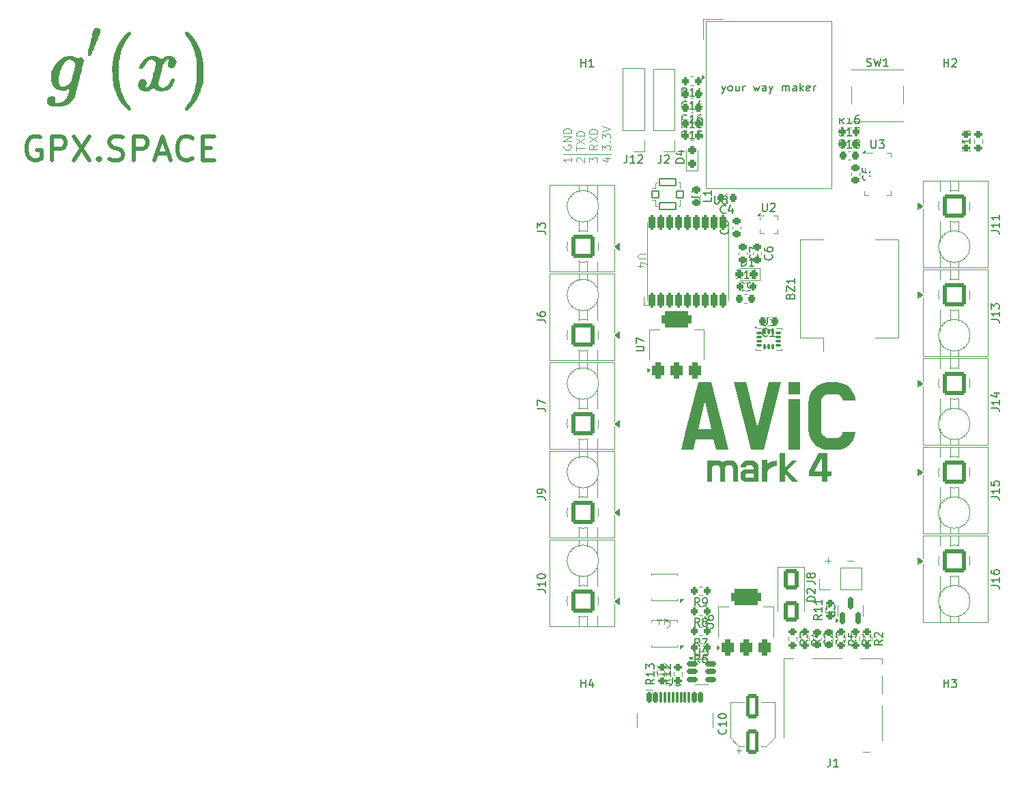
<source format=gbr>
%TF.GenerationSoftware,KiCad,Pcbnew,9.0.3*%
%TF.CreationDate,2025-07-12T21:26:52+09:00*%
%TF.ProjectId,AViC m4,41566943-206d-4342-9e6b-696361645f70,rev?*%
%TF.SameCoordinates,Original*%
%TF.FileFunction,Legend,Top*%
%TF.FilePolarity,Positive*%
%FSLAX46Y46*%
G04 Gerber Fmt 4.6, Leading zero omitted, Abs format (unit mm)*
G04 Created by KiCad (PCBNEW 9.0.3) date 2025-07-12 21:26:52*
%MOMM*%
%LPD*%
G01*
G04 APERTURE LIST*
G04 Aperture macros list*
%AMRoundRect*
0 Rectangle with rounded corners*
0 $1 Rounding radius*
0 $2 $3 $4 $5 $6 $7 $8 $9 X,Y pos of 4 corners*
0 Add a 4 corners polygon primitive as box body*
4,1,4,$2,$3,$4,$5,$6,$7,$8,$9,$2,$3,0*
0 Add four circle primitives for the rounded corners*
1,1,$1+$1,$2,$3*
1,1,$1+$1,$4,$5*
1,1,$1+$1,$6,$7*
1,1,$1+$1,$8,$9*
0 Add four rect primitives between the rounded corners*
20,1,$1+$1,$2,$3,$4,$5,0*
20,1,$1+$1,$4,$5,$6,$7,0*
20,1,$1+$1,$6,$7,$8,$9,0*
20,1,$1+$1,$8,$9,$2,$3,0*%
%AMOutline5P*
0 Free polygon, 5 corners , with rotation*
0 The origin of the aperture is its center*
0 number of corners: always 5*
0 $1 to $10 corner X, Y*
0 $11 Rotation angle, in degrees counterclockwise*
0 create outline with 5 corners*
4,1,5,$1,$2,$3,$4,$5,$6,$7,$8,$9,$10,$1,$2,$11*%
%AMOutline6P*
0 Free polygon, 6 corners , with rotation*
0 The origin of the aperture is its center*
0 number of corners: always 6*
0 $1 to $12 corner X, Y*
0 $13 Rotation angle, in degrees counterclockwise*
0 create outline with 6 corners*
4,1,6,$1,$2,$3,$4,$5,$6,$7,$8,$9,$10,$11,$12,$1,$2,$13*%
%AMOutline7P*
0 Free polygon, 7 corners , with rotation*
0 The origin of the aperture is its center*
0 number of corners: always 7*
0 $1 to $14 corner X, Y*
0 $15 Rotation angle, in degrees counterclockwise*
0 create outline with 7 corners*
4,1,7,$1,$2,$3,$4,$5,$6,$7,$8,$9,$10,$11,$12,$13,$14,$1,$2,$15*%
%AMOutline8P*
0 Free polygon, 8 corners , with rotation*
0 The origin of the aperture is its center*
0 number of corners: always 8*
0 $1 to $16 corner X, Y*
0 $17 Rotation angle, in degrees counterclockwise*
0 create outline with 8 corners*
4,1,8,$1,$2,$3,$4,$5,$6,$7,$8,$9,$10,$11,$12,$13,$14,$15,$16,$1,$2,$17*%
%AMFreePoly0*
4,1,11,1.372500,0.165000,0.862500,0.165000,0.862500,-0.090000,1.372500,-0.090000,1.372500,-0.495000,-0.862500,-0.495000,-0.862500,0.495000,0.612500,0.495000,0.612500,0.587500,1.372500,0.587500,1.372500,0.165000,1.372500,0.165000,$1*%
%AMFreePoly1*
4,1,11,1.372500,0.090000,0.862500,0.090000,0.862500,-0.165000,1.372500,-0.165000,1.372500,-0.587500,0.612500,-0.587500,0.612500,-0.495000,-0.862500,-0.495000,-0.862500,0.495000,1.372500,0.495000,1.372500,0.090000,1.372500,0.090000,$1*%
G04 Aperture macros list end*
%ADD10C,0.100000*%
%ADD11C,0.300000*%
%ADD12C,0.500000*%
%ADD13C,0.150000*%
%ADD14C,0.120000*%
%ADD15C,0.000000*%
%ADD16RoundRect,0.225000X0.225000X0.250000X-0.225000X0.250000X-0.225000X-0.250000X0.225000X-0.250000X0*%
%ADD17R,0.800000X0.400000*%
%ADD18R,0.400000X0.800000*%
%ADD19Outline5P,-0.600000X0.204000X-0.204000X0.600000X0.600000X0.600000X0.600000X-0.600000X-0.600000X-0.600000X0.000000*%
%ADD20R,1.200000X1.200000*%
%ADD21R,0.800000X0.800000*%
%ADD22R,1.700000X1.700000*%
%ADD23O,1.700000X1.700000*%
%ADD24R,0.990000X0.405000*%
%ADD25FreePoly0,180.000000*%
%ADD26FreePoly1,180.000000*%
%ADD27RoundRect,0.250001X-1.149999X1.149999X-1.149999X-1.149999X1.149999X-1.149999X1.149999X1.149999X0*%
%ADD28C,2.800000*%
%ADD29RoundRect,0.250000X-0.650000X1.000000X-0.650000X-1.000000X0.650000X-1.000000X0.650000X1.000000X0*%
%ADD30R,6.000000X3.000000*%
%ADD31RoundRect,0.200000X0.200000X0.275000X-0.200000X0.275000X-0.200000X-0.275000X0.200000X-0.275000X0*%
%ADD32RoundRect,0.225000X-0.225000X-0.250000X0.225000X-0.250000X0.225000X0.250000X-0.225000X0.250000X0*%
%ADD33RoundRect,0.225000X-0.250000X0.225000X-0.250000X-0.225000X0.250000X-0.225000X0.250000X0.225000X0*%
%ADD34RoundRect,0.218750X-0.256250X0.218750X-0.256250X-0.218750X0.256250X-0.218750X0.256250X0.218750X0*%
%ADD35RoundRect,0.250001X1.149999X-1.149999X1.149999X1.149999X-1.149999X1.149999X-1.149999X-1.149999X0*%
%ADD36C,7.000000*%
%ADD37RoundRect,0.200000X-0.200000X-0.275000X0.200000X-0.275000X0.200000X0.275000X-0.200000X0.275000X0*%
%ADD38RoundRect,0.237500X0.287500X0.237500X-0.287500X0.237500X-0.287500X-0.237500X0.287500X-0.237500X0*%
%ADD39RoundRect,0.200000X0.275000X-0.200000X0.275000X0.200000X-0.275000X0.200000X-0.275000X-0.200000X0*%
%ADD40R,1.550000X1.300000*%
%ADD41RoundRect,0.150000X-0.512500X-0.150000X0.512500X-0.150000X0.512500X0.150000X-0.512500X0.150000X0*%
%ADD42R,0.375000X0.350000*%
%ADD43R,0.350000X0.375000*%
%ADD44RoundRect,0.375000X0.375000X-0.625000X0.375000X0.625000X-0.375000X0.625000X-0.375000X-0.625000X0*%
%ADD45RoundRect,0.500000X1.400000X-0.500000X1.400000X0.500000X-1.400000X0.500000X-1.400000X-0.500000X0*%
%ADD46RoundRect,0.200000X-0.275000X0.200000X-0.275000X-0.200000X0.275000X-0.200000X0.275000X0.200000X0*%
%ADD47RoundRect,0.225000X0.250000X-0.225000X0.250000X0.225000X-0.250000X0.225000X-0.250000X-0.225000X0*%
%ADD48R,0.850000X1.100000*%
%ADD49R,0.750000X1.100000*%
%ADD50R,1.200000X1.000000*%
%ADD51R,1.550000X1.350000*%
%ADD52R,1.900000X1.350000*%
%ADD53R,1.170000X1.800000*%
%ADD54RoundRect,0.087500X-0.225000X-0.087500X0.225000X-0.087500X0.225000X0.087500X-0.225000X0.087500X0*%
%ADD55RoundRect,0.087500X-0.087500X-0.225000X0.087500X-0.225000X0.087500X0.225000X-0.087500X0.225000X0*%
%ADD56RoundRect,0.200000X0.200000X-0.700000X0.200000X0.700000X-0.200000X0.700000X-0.200000X-0.700000X0*%
%ADD57RoundRect,0.250000X0.550000X-1.250000X0.550000X1.250000X-0.550000X1.250000X-0.550000X-1.250000X0*%
%ADD58C,0.650000*%
%ADD59RoundRect,0.150000X-0.150000X-0.500000X0.150000X-0.500000X0.150000X0.500000X-0.150000X0.500000X0*%
%ADD60RoundRect,0.075000X-0.075000X-0.575000X0.075000X-0.575000X0.075000X0.575000X-0.075000X0.575000X0*%
%ADD61O,1.000000X2.100000*%
%ADD62O,1.000000X1.600000*%
%ADD63RoundRect,0.100000X-0.400000X0.400000X-0.400000X-0.400000X0.400000X-0.400000X0.400000X0.400000X0*%
%ADD64RoundRect,0.105000X-0.995000X0.420000X-0.995000X-0.420000X0.995000X-0.420000X0.995000X0.420000X0*%
%ADD65RoundRect,0.237500X0.237500X-0.287500X0.237500X0.287500X-0.237500X0.287500X-0.237500X-0.287500X0*%
%ADD66R,0.950000X0.550000*%
%ADD67RoundRect,0.150000X0.150000X-0.587500X0.150000X0.587500X-0.150000X0.587500X-0.150000X-0.587500X0*%
G04 APERTURE END LIST*
D10*
X187500000Y-84000000D02*
X188000000Y-84000000D01*
X177500000Y-65250000D02*
X183500000Y-65250000D01*
X187500000Y-83000000D02*
X187500000Y-84000000D01*
D11*
G36*
X198162160Y-103884455D02*
G01*
X198265520Y-103890189D01*
X198350916Y-103906879D01*
X198414177Y-103930831D01*
X198465252Y-103962583D01*
X198534203Y-104044341D01*
X198572824Y-104159620D01*
X198584761Y-104319696D01*
X198584761Y-105959359D01*
X199209595Y-105959359D01*
X199209595Y-104193667D01*
X199203744Y-104088011D01*
X199186234Y-103983429D01*
X199157291Y-103881687D01*
X199116925Y-103783585D01*
X199066718Y-103692805D01*
X199005806Y-103607877D01*
X198937256Y-103532898D01*
X198858932Y-103465466D01*
X198774626Y-103408826D01*
X198681411Y-103361034D01*
X198582777Y-103324087D01*
X198475888Y-103297135D01*
X198254667Y-103276474D01*
X197985755Y-103276474D01*
X197866389Y-103282196D01*
X197754051Y-103298802D01*
X197547910Y-103362874D01*
X197370681Y-103464278D01*
X197314026Y-103509665D01*
X197238812Y-103448742D01*
X197153837Y-103395417D01*
X197060833Y-103351241D01*
X196959096Y-103316404D01*
X196851185Y-103292240D01*
X196735597Y-103278905D01*
X196658601Y-103276474D01*
X196431821Y-103276474D01*
X196195881Y-103298347D01*
X196000794Y-103353410D01*
X196000794Y-103276474D01*
X195371746Y-103276474D01*
X195371746Y-105959359D01*
X196000794Y-105959359D01*
X196000794Y-104319696D01*
X196007720Y-104199726D01*
X196032760Y-104094304D01*
X196060901Y-104036545D01*
X196100504Y-103986802D01*
X196145520Y-103950722D01*
X196201499Y-103921897D01*
X196350404Y-103888251D01*
X196436035Y-103884455D01*
X196562064Y-103884455D01*
X196665374Y-103890189D01*
X196750728Y-103906879D01*
X196813963Y-103930832D01*
X196865017Y-103962585D01*
X196933945Y-104044355D01*
X196972555Y-104159662D01*
X196984482Y-104319696D01*
X196984482Y-105959359D01*
X197613712Y-105959359D01*
X197613712Y-104315483D01*
X197621726Y-104176089D01*
X197654370Y-104057538D01*
X197684594Y-104007044D01*
X197726247Y-103964200D01*
X197774320Y-103933113D01*
X197833999Y-103909223D01*
X197997900Y-103885002D01*
X198031917Y-103884455D01*
X198162160Y-103884455D01*
G37*
G36*
X201029803Y-103295754D02*
G01*
X201136129Y-103321892D01*
X201234066Y-103357997D01*
X201326483Y-103404908D01*
X201409944Y-103460661D01*
X201487607Y-103527387D01*
X201555494Y-103601723D01*
X201616104Y-103686573D01*
X201666006Y-103777415D01*
X201706388Y-103876486D01*
X201735304Y-103979355D01*
X201752895Y-104085940D01*
X201758758Y-104193667D01*
X201758758Y-105959359D01*
X200261977Y-105959359D01*
X200204215Y-105957455D01*
X200108547Y-105945235D01*
X200019925Y-105922312D01*
X199936485Y-105888449D01*
X199860625Y-105844848D01*
X199789645Y-105789797D01*
X199727115Y-105725840D01*
X199670568Y-105649901D01*
X199623604Y-105566076D01*
X199584885Y-105471125D01*
X199556898Y-105369815D01*
X199539482Y-105260498D01*
X199533644Y-105146946D01*
X200108287Y-105146946D01*
X200110654Y-105194484D01*
X200122961Y-105258875D01*
X200144148Y-105311492D01*
X200172715Y-105352798D01*
X200206575Y-105382228D01*
X200243970Y-105399908D01*
X200282859Y-105405783D01*
X201142350Y-105405783D01*
X201142350Y-104884080D01*
X200282859Y-104884080D01*
X200255275Y-104887024D01*
X200217732Y-104901041D01*
X200182944Y-104926746D01*
X200152971Y-104963956D01*
X200129335Y-105012982D01*
X200113849Y-105073914D01*
X200108287Y-105146946D01*
X199533644Y-105146946D01*
X199536438Y-105068904D01*
X199573191Y-104865572D01*
X199647750Y-104694037D01*
X199754797Y-104556816D01*
X199891096Y-104455173D01*
X199969865Y-104418229D01*
X200055732Y-104391058D01*
X200149136Y-104374183D01*
X200249337Y-104368422D01*
X201142350Y-104368422D01*
X201142350Y-104319696D01*
X201131177Y-104158045D01*
X201094099Y-104043251D01*
X201026920Y-103962242D01*
X200976568Y-103930698D01*
X200913831Y-103906882D01*
X200828201Y-103890189D01*
X200723962Y-103884455D01*
X200593719Y-103884455D01*
X200469754Y-103890708D01*
X200333118Y-103924280D01*
X200283399Y-103952429D01*
X200243978Y-103988373D01*
X200202802Y-104052251D01*
X200173866Y-104132301D01*
X199558557Y-104132301D01*
X199585428Y-103952987D01*
X199654230Y-103758702D01*
X199758220Y-103594199D01*
X199894404Y-103461544D01*
X200062295Y-103362235D01*
X200158582Y-103325857D01*
X200263595Y-103298969D01*
X200378007Y-103282216D01*
X200501396Y-103276474D01*
X200816286Y-103276474D01*
X201029803Y-103295754D01*
G37*
G36*
X202831106Y-103807519D02*
G01*
X202831106Y-103255408D01*
X202168536Y-103255408D01*
X202168536Y-105959359D01*
X202831106Y-105959359D01*
X202831106Y-104840483D01*
X202853518Y-104703286D01*
X202924731Y-104553394D01*
X203051488Y-104394425D01*
X203234832Y-104238753D01*
X203344865Y-104168149D01*
X203461604Y-104107153D01*
X203581464Y-104057790D01*
X203703708Y-104020742D01*
X203818190Y-103998551D01*
X203931258Y-103989557D01*
X203946685Y-103989419D01*
X204023988Y-103989419D01*
X204023988Y-103326849D01*
X203946685Y-103326849D01*
X203657763Y-103350032D01*
X203515115Y-103378915D01*
X203377445Y-103419058D01*
X203252789Y-103467736D01*
X203136969Y-103526331D01*
X203040142Y-103588756D01*
X202954169Y-103659267D01*
X202887100Y-103729911D01*
X202831450Y-103806961D01*
X202831106Y-103807519D01*
G37*
G36*
X205318903Y-104517349D02*
G01*
X206610520Y-103276474D01*
X205866800Y-103276474D01*
X205022514Y-104112334D01*
X205022514Y-102373386D01*
X204393466Y-102373386D01*
X204393466Y-105959359D01*
X205022514Y-105959359D01*
X205022514Y-104952407D01*
X205917175Y-105959359D01*
X206625907Y-105959359D01*
X205318903Y-104517349D01*
G37*
G36*
X210270499Y-104687526D02*
G01*
X210816382Y-104687526D01*
X210816382Y-105245315D01*
X210270499Y-105245315D01*
X210270499Y-105959359D01*
X209645481Y-105959359D01*
X209645481Y-105253742D01*
X208032746Y-105253742D01*
X208032746Y-104691922D01*
X208034948Y-104687526D01*
X208720045Y-104687526D01*
X209645481Y-104687526D01*
X209645481Y-102890692D01*
X208720045Y-104687526D01*
X208034948Y-104687526D01*
X209194121Y-102373386D01*
X210270499Y-102373386D01*
X210270499Y-104687526D01*
G37*
D10*
X209988095Y-115741466D02*
X210750000Y-115741466D01*
X210369047Y-116122419D02*
X210369047Y-115360514D01*
X212750000Y-115741466D02*
X213511905Y-115741466D01*
X178542587Y-65672306D02*
X178542587Y-66243734D01*
X178542587Y-65958020D02*
X177542587Y-65958020D01*
X177542587Y-65958020D02*
X177685444Y-66053258D01*
X177685444Y-66053258D02*
X177780682Y-66148496D01*
X177780682Y-66148496D02*
X177828301Y-66243734D01*
X179247769Y-66243734D02*
X179200150Y-66196115D01*
X179200150Y-66196115D02*
X179152531Y-66100877D01*
X179152531Y-66100877D02*
X179152531Y-65862782D01*
X179152531Y-65862782D02*
X179200150Y-65767544D01*
X179200150Y-65767544D02*
X179247769Y-65719925D01*
X179247769Y-65719925D02*
X179343007Y-65672306D01*
X179343007Y-65672306D02*
X179438245Y-65672306D01*
X179438245Y-65672306D02*
X179581102Y-65719925D01*
X179581102Y-65719925D02*
X180152531Y-66291353D01*
X180152531Y-66291353D02*
X180152531Y-65672306D01*
X180762475Y-66291353D02*
X180762475Y-65672306D01*
X180762475Y-65672306D02*
X181143427Y-66005639D01*
X181143427Y-66005639D02*
X181143427Y-65862782D01*
X181143427Y-65862782D02*
X181191046Y-65767544D01*
X181191046Y-65767544D02*
X181238665Y-65719925D01*
X181238665Y-65719925D02*
X181333903Y-65672306D01*
X181333903Y-65672306D02*
X181571998Y-65672306D01*
X181571998Y-65672306D02*
X181667236Y-65719925D01*
X181667236Y-65719925D02*
X181714856Y-65767544D01*
X181714856Y-65767544D02*
X181762475Y-65862782D01*
X181762475Y-65862782D02*
X181762475Y-66148496D01*
X181762475Y-66148496D02*
X181714856Y-66243734D01*
X181714856Y-66243734D02*
X181667236Y-66291353D01*
X182705752Y-65767544D02*
X183372419Y-65767544D01*
X182324800Y-66005639D02*
X183039085Y-66243734D01*
X183039085Y-66243734D02*
X183039085Y-65624687D01*
D11*
G36*
X197988442Y-101965173D02*
G01*
X196490318Y-101965173D01*
X196196249Y-100691019D01*
X193973639Y-100691019D01*
X193669740Y-101965173D01*
X192161785Y-101965173D01*
X192811418Y-99428833D01*
X194274547Y-99428833D01*
X195906028Y-99428833D01*
X195137518Y-96045765D01*
X195081098Y-96045765D01*
X194274547Y-99428833D01*
X192811418Y-99428833D01*
X194304894Y-93597902D01*
X195923980Y-93597902D01*
X197988442Y-101965173D01*
G37*
G36*
X200220456Y-93597902D02*
G01*
X198692839Y-93597902D01*
X200826117Y-101965173D01*
X202445203Y-101965173D01*
X204500262Y-93597902D01*
X202982476Y-93597902D01*
X202416230Y-95924854D01*
X201659168Y-99066377D01*
X201602321Y-99066377D01*
X200220456Y-93597902D01*
G37*
G36*
X206911366Y-95705107D02*
G01*
X205443589Y-95705107D01*
X205443589Y-101965173D01*
X206911366Y-101965173D01*
X206911366Y-95705107D01*
G37*
G36*
X206911366Y-93597902D02*
G01*
X205443589Y-93597902D01*
X205443589Y-95056276D01*
X206911366Y-95056276D01*
X206911366Y-93597902D01*
G37*
G36*
X211442926Y-100487138D02*
G01*
X210414114Y-100487138D01*
X210254459Y-100473811D01*
X210107605Y-100435234D01*
X209851777Y-100287436D01*
X209653354Y-100050729D01*
X209528621Y-99733493D01*
X209496433Y-99442511D01*
X209496433Y-96120564D01*
X209509892Y-95930297D01*
X209549399Y-95751089D01*
X209613024Y-95587430D01*
X209699710Y-95440942D01*
X209803734Y-95319087D01*
X209926801Y-95218835D01*
X210060497Y-95146071D01*
X210209414Y-95097784D01*
X210414114Y-95075510D01*
X211442926Y-95075510D01*
X211599626Y-95088839D01*
X211735069Y-95127429D01*
X211943913Y-95267220D01*
X212098185Y-95496657D01*
X212205880Y-95840173D01*
X213770682Y-95840173D01*
X213730948Y-95562921D01*
X213665720Y-95296897D01*
X213575588Y-95042609D01*
X213461911Y-94803123D01*
X213326462Y-94581151D01*
X213169861Y-94377280D01*
X212995776Y-94195628D01*
X212803221Y-94034885D01*
X212597647Y-93899251D01*
X212376322Y-93786809D01*
X212145516Y-93700740D01*
X211901493Y-93639789D01*
X211452757Y-93597902D01*
X210404283Y-93597902D01*
X209900165Y-93650801D01*
X209419176Y-93807621D01*
X208977257Y-94063881D01*
X208594077Y-94410529D01*
X208431102Y-94613019D01*
X208289948Y-94832364D01*
X208173444Y-95064301D01*
X208081605Y-95309462D01*
X208017207Y-95560551D01*
X207979536Y-95821216D01*
X207969671Y-96041918D01*
X207969671Y-99530561D01*
X208022550Y-100034679D01*
X208179340Y-100515934D01*
X208435579Y-100958299D01*
X208782130Y-101341911D01*
X208984470Y-101505014D01*
X209203545Y-101646205D01*
X209435008Y-101762621D01*
X209679518Y-101854278D01*
X209929620Y-101918371D01*
X210189068Y-101955667D01*
X210404283Y-101965173D01*
X211452757Y-101965173D01*
X211709298Y-101951719D01*
X211955271Y-101912251D01*
X212418443Y-101757624D01*
X212834299Y-101506746D01*
X213191702Y-101165727D01*
X213476830Y-100743661D01*
X213587831Y-100505975D01*
X213675141Y-100254114D01*
X213770682Y-99752394D01*
X212196476Y-99752394D01*
X212125232Y-99990971D01*
X212024390Y-100191998D01*
X211932698Y-100304987D01*
X211819999Y-100393176D01*
X211702247Y-100447736D01*
X211564518Y-100479447D01*
X211442926Y-100487138D01*
G37*
D10*
X177590206Y-64172306D02*
X177542587Y-64267544D01*
X177542587Y-64267544D02*
X177542587Y-64410401D01*
X177542587Y-64410401D02*
X177590206Y-64553258D01*
X177590206Y-64553258D02*
X177685444Y-64648496D01*
X177685444Y-64648496D02*
X177780682Y-64696115D01*
X177780682Y-64696115D02*
X177971158Y-64743734D01*
X177971158Y-64743734D02*
X178114015Y-64743734D01*
X178114015Y-64743734D02*
X178304491Y-64696115D01*
X178304491Y-64696115D02*
X178399729Y-64648496D01*
X178399729Y-64648496D02*
X178494968Y-64553258D01*
X178494968Y-64553258D02*
X178542587Y-64410401D01*
X178542587Y-64410401D02*
X178542587Y-64315163D01*
X178542587Y-64315163D02*
X178494968Y-64172306D01*
X178494968Y-64172306D02*
X178447348Y-64124687D01*
X178447348Y-64124687D02*
X178114015Y-64124687D01*
X178114015Y-64124687D02*
X178114015Y-64315163D01*
X178542587Y-63696115D02*
X177542587Y-63696115D01*
X177542587Y-63696115D02*
X178542587Y-63124687D01*
X178542587Y-63124687D02*
X177542587Y-63124687D01*
X178542587Y-62648496D02*
X177542587Y-62648496D01*
X177542587Y-62648496D02*
X177542587Y-62410401D01*
X177542587Y-62410401D02*
X177590206Y-62267544D01*
X177590206Y-62267544D02*
X177685444Y-62172306D01*
X177685444Y-62172306D02*
X177780682Y-62124687D01*
X177780682Y-62124687D02*
X177971158Y-62077068D01*
X177971158Y-62077068D02*
X178114015Y-62077068D01*
X178114015Y-62077068D02*
X178304491Y-62124687D01*
X178304491Y-62124687D02*
X178399729Y-62172306D01*
X178399729Y-62172306D02*
X178494968Y-62267544D01*
X178494968Y-62267544D02*
X178542587Y-62410401D01*
X178542587Y-62410401D02*
X178542587Y-62648496D01*
X179152531Y-64838972D02*
X179152531Y-64267544D01*
X180152531Y-64553258D02*
X179152531Y-64553258D01*
X179152531Y-64029448D02*
X180152531Y-63362782D01*
X179152531Y-63362782D02*
X180152531Y-64029448D01*
X180152531Y-62981829D02*
X179152531Y-62981829D01*
X179152531Y-62981829D02*
X179152531Y-62743734D01*
X179152531Y-62743734D02*
X179200150Y-62600877D01*
X179200150Y-62600877D02*
X179295388Y-62505639D01*
X179295388Y-62505639D02*
X179390626Y-62458020D01*
X179390626Y-62458020D02*
X179581102Y-62410401D01*
X179581102Y-62410401D02*
X179723959Y-62410401D01*
X179723959Y-62410401D02*
X179914435Y-62458020D01*
X179914435Y-62458020D02*
X180009673Y-62505639D01*
X180009673Y-62505639D02*
X180104912Y-62600877D01*
X180104912Y-62600877D02*
X180152531Y-62743734D01*
X180152531Y-62743734D02*
X180152531Y-62981829D01*
X181762475Y-64124687D02*
X181286284Y-64458020D01*
X181762475Y-64696115D02*
X180762475Y-64696115D01*
X180762475Y-64696115D02*
X180762475Y-64315163D01*
X180762475Y-64315163D02*
X180810094Y-64219925D01*
X180810094Y-64219925D02*
X180857713Y-64172306D01*
X180857713Y-64172306D02*
X180952951Y-64124687D01*
X180952951Y-64124687D02*
X181095808Y-64124687D01*
X181095808Y-64124687D02*
X181191046Y-64172306D01*
X181191046Y-64172306D02*
X181238665Y-64219925D01*
X181238665Y-64219925D02*
X181286284Y-64315163D01*
X181286284Y-64315163D02*
X181286284Y-64696115D01*
X180762475Y-63791353D02*
X181762475Y-63124687D01*
X180762475Y-63124687D02*
X181762475Y-63791353D01*
X181762475Y-62743734D02*
X180762475Y-62743734D01*
X180762475Y-62743734D02*
X180762475Y-62505639D01*
X180762475Y-62505639D02*
X180810094Y-62362782D01*
X180810094Y-62362782D02*
X180905332Y-62267544D01*
X180905332Y-62267544D02*
X181000570Y-62219925D01*
X181000570Y-62219925D02*
X181191046Y-62172306D01*
X181191046Y-62172306D02*
X181333903Y-62172306D01*
X181333903Y-62172306D02*
X181524379Y-62219925D01*
X181524379Y-62219925D02*
X181619617Y-62267544D01*
X181619617Y-62267544D02*
X181714856Y-62362782D01*
X181714856Y-62362782D02*
X181762475Y-62505639D01*
X181762475Y-62505639D02*
X181762475Y-62743734D01*
X182372419Y-64791353D02*
X182372419Y-64172306D01*
X182372419Y-64172306D02*
X182753371Y-64505639D01*
X182753371Y-64505639D02*
X182753371Y-64362782D01*
X182753371Y-64362782D02*
X182800990Y-64267544D01*
X182800990Y-64267544D02*
X182848609Y-64219925D01*
X182848609Y-64219925D02*
X182943847Y-64172306D01*
X182943847Y-64172306D02*
X183181942Y-64172306D01*
X183181942Y-64172306D02*
X183277180Y-64219925D01*
X183277180Y-64219925D02*
X183324800Y-64267544D01*
X183324800Y-64267544D02*
X183372419Y-64362782D01*
X183372419Y-64362782D02*
X183372419Y-64648496D01*
X183372419Y-64648496D02*
X183324800Y-64743734D01*
X183324800Y-64743734D02*
X183277180Y-64791353D01*
X183277180Y-63743734D02*
X183324800Y-63696115D01*
X183324800Y-63696115D02*
X183372419Y-63743734D01*
X183372419Y-63743734D02*
X183324800Y-63791353D01*
X183324800Y-63791353D02*
X183277180Y-63743734D01*
X183277180Y-63743734D02*
X183372419Y-63743734D01*
X182372419Y-63362782D02*
X182372419Y-62743735D01*
X182372419Y-62743735D02*
X182753371Y-63077068D01*
X182753371Y-63077068D02*
X182753371Y-62934211D01*
X182753371Y-62934211D02*
X182800990Y-62838973D01*
X182800990Y-62838973D02*
X182848609Y-62791354D01*
X182848609Y-62791354D02*
X182943847Y-62743735D01*
X182943847Y-62743735D02*
X183181942Y-62743735D01*
X183181942Y-62743735D02*
X183277180Y-62791354D01*
X183277180Y-62791354D02*
X183324800Y-62838973D01*
X183324800Y-62838973D02*
X183372419Y-62934211D01*
X183372419Y-62934211D02*
X183372419Y-63219925D01*
X183372419Y-63219925D02*
X183324800Y-63315163D01*
X183324800Y-63315163D02*
X183277180Y-63362782D01*
X182372419Y-62458020D02*
X183372419Y-62124687D01*
X183372419Y-62124687D02*
X182372419Y-61791354D01*
D12*
X112671428Y-63204714D02*
X112385714Y-63061857D01*
X112385714Y-63061857D02*
X111957142Y-63061857D01*
X111957142Y-63061857D02*
X111528571Y-63204714D01*
X111528571Y-63204714D02*
X111242856Y-63490428D01*
X111242856Y-63490428D02*
X111099999Y-63776142D01*
X111099999Y-63776142D02*
X110957142Y-64347571D01*
X110957142Y-64347571D02*
X110957142Y-64776142D01*
X110957142Y-64776142D02*
X111099999Y-65347571D01*
X111099999Y-65347571D02*
X111242856Y-65633285D01*
X111242856Y-65633285D02*
X111528571Y-65919000D01*
X111528571Y-65919000D02*
X111957142Y-66061857D01*
X111957142Y-66061857D02*
X112242856Y-66061857D01*
X112242856Y-66061857D02*
X112671428Y-65919000D01*
X112671428Y-65919000D02*
X112814285Y-65776142D01*
X112814285Y-65776142D02*
X112814285Y-64776142D01*
X112814285Y-64776142D02*
X112242856Y-64776142D01*
X114099999Y-66061857D02*
X114099999Y-63061857D01*
X114099999Y-63061857D02*
X115242856Y-63061857D01*
X115242856Y-63061857D02*
X115528571Y-63204714D01*
X115528571Y-63204714D02*
X115671428Y-63347571D01*
X115671428Y-63347571D02*
X115814285Y-63633285D01*
X115814285Y-63633285D02*
X115814285Y-64061857D01*
X115814285Y-64061857D02*
X115671428Y-64347571D01*
X115671428Y-64347571D02*
X115528571Y-64490428D01*
X115528571Y-64490428D02*
X115242856Y-64633285D01*
X115242856Y-64633285D02*
X114099999Y-64633285D01*
X116814285Y-63061857D02*
X118814285Y-66061857D01*
X118814285Y-63061857D02*
X116814285Y-66061857D01*
X119957142Y-65776142D02*
X120099999Y-65919000D01*
X120099999Y-65919000D02*
X119957142Y-66061857D01*
X119957142Y-66061857D02*
X119814285Y-65919000D01*
X119814285Y-65919000D02*
X119957142Y-65776142D01*
X119957142Y-65776142D02*
X119957142Y-66061857D01*
X121242856Y-65919000D02*
X121671428Y-66061857D01*
X121671428Y-66061857D02*
X122385713Y-66061857D01*
X122385713Y-66061857D02*
X122671428Y-65919000D01*
X122671428Y-65919000D02*
X122814285Y-65776142D01*
X122814285Y-65776142D02*
X122957142Y-65490428D01*
X122957142Y-65490428D02*
X122957142Y-65204714D01*
X122957142Y-65204714D02*
X122814285Y-64919000D01*
X122814285Y-64919000D02*
X122671428Y-64776142D01*
X122671428Y-64776142D02*
X122385713Y-64633285D01*
X122385713Y-64633285D02*
X121814285Y-64490428D01*
X121814285Y-64490428D02*
X121528570Y-64347571D01*
X121528570Y-64347571D02*
X121385713Y-64204714D01*
X121385713Y-64204714D02*
X121242856Y-63919000D01*
X121242856Y-63919000D02*
X121242856Y-63633285D01*
X121242856Y-63633285D02*
X121385713Y-63347571D01*
X121385713Y-63347571D02*
X121528570Y-63204714D01*
X121528570Y-63204714D02*
X121814285Y-63061857D01*
X121814285Y-63061857D02*
X122528570Y-63061857D01*
X122528570Y-63061857D02*
X122957142Y-63204714D01*
X124242856Y-66061857D02*
X124242856Y-63061857D01*
X124242856Y-63061857D02*
X125385713Y-63061857D01*
X125385713Y-63061857D02*
X125671428Y-63204714D01*
X125671428Y-63204714D02*
X125814285Y-63347571D01*
X125814285Y-63347571D02*
X125957142Y-63633285D01*
X125957142Y-63633285D02*
X125957142Y-64061857D01*
X125957142Y-64061857D02*
X125814285Y-64347571D01*
X125814285Y-64347571D02*
X125671428Y-64490428D01*
X125671428Y-64490428D02*
X125385713Y-64633285D01*
X125385713Y-64633285D02*
X124242856Y-64633285D01*
X127099999Y-65204714D02*
X128528571Y-65204714D01*
X126814285Y-66061857D02*
X127814285Y-63061857D01*
X127814285Y-63061857D02*
X128814285Y-66061857D01*
X131528571Y-65776142D02*
X131385714Y-65919000D01*
X131385714Y-65919000D02*
X130957142Y-66061857D01*
X130957142Y-66061857D02*
X130671428Y-66061857D01*
X130671428Y-66061857D02*
X130242857Y-65919000D01*
X130242857Y-65919000D02*
X129957142Y-65633285D01*
X129957142Y-65633285D02*
X129814285Y-65347571D01*
X129814285Y-65347571D02*
X129671428Y-64776142D01*
X129671428Y-64776142D02*
X129671428Y-64347571D01*
X129671428Y-64347571D02*
X129814285Y-63776142D01*
X129814285Y-63776142D02*
X129957142Y-63490428D01*
X129957142Y-63490428D02*
X130242857Y-63204714D01*
X130242857Y-63204714D02*
X130671428Y-63061857D01*
X130671428Y-63061857D02*
X130957142Y-63061857D01*
X130957142Y-63061857D02*
X131385714Y-63204714D01*
X131385714Y-63204714D02*
X131528571Y-63347571D01*
X132814285Y-64490428D02*
X133814285Y-64490428D01*
X134242857Y-66061857D02*
X132814285Y-66061857D01*
X132814285Y-66061857D02*
X132814285Y-63061857D01*
X132814285Y-63061857D02*
X134242857Y-63061857D01*
D13*
X197166666Y-56788152D02*
X197404761Y-57454819D01*
X197642856Y-56788152D02*
X197404761Y-57454819D01*
X197404761Y-57454819D02*
X197309523Y-57692914D01*
X197309523Y-57692914D02*
X197261904Y-57740533D01*
X197261904Y-57740533D02*
X197166666Y-57788152D01*
X198166666Y-57454819D02*
X198071428Y-57407200D01*
X198071428Y-57407200D02*
X198023809Y-57359580D01*
X198023809Y-57359580D02*
X197976190Y-57264342D01*
X197976190Y-57264342D02*
X197976190Y-56978628D01*
X197976190Y-56978628D02*
X198023809Y-56883390D01*
X198023809Y-56883390D02*
X198071428Y-56835771D01*
X198071428Y-56835771D02*
X198166666Y-56788152D01*
X198166666Y-56788152D02*
X198309523Y-56788152D01*
X198309523Y-56788152D02*
X198404761Y-56835771D01*
X198404761Y-56835771D02*
X198452380Y-56883390D01*
X198452380Y-56883390D02*
X198499999Y-56978628D01*
X198499999Y-56978628D02*
X198499999Y-57264342D01*
X198499999Y-57264342D02*
X198452380Y-57359580D01*
X198452380Y-57359580D02*
X198404761Y-57407200D01*
X198404761Y-57407200D02*
X198309523Y-57454819D01*
X198309523Y-57454819D02*
X198166666Y-57454819D01*
X199357142Y-56788152D02*
X199357142Y-57454819D01*
X198928571Y-56788152D02*
X198928571Y-57311961D01*
X198928571Y-57311961D02*
X198976190Y-57407200D01*
X198976190Y-57407200D02*
X199071428Y-57454819D01*
X199071428Y-57454819D02*
X199214285Y-57454819D01*
X199214285Y-57454819D02*
X199309523Y-57407200D01*
X199309523Y-57407200D02*
X199357142Y-57359580D01*
X199833333Y-57454819D02*
X199833333Y-56788152D01*
X199833333Y-56978628D02*
X199880952Y-56883390D01*
X199880952Y-56883390D02*
X199928571Y-56835771D01*
X199928571Y-56835771D02*
X200023809Y-56788152D01*
X200023809Y-56788152D02*
X200119047Y-56788152D01*
X201119048Y-56788152D02*
X201309524Y-57454819D01*
X201309524Y-57454819D02*
X201500000Y-56978628D01*
X201500000Y-56978628D02*
X201690476Y-57454819D01*
X201690476Y-57454819D02*
X201880952Y-56788152D01*
X202690476Y-57454819D02*
X202690476Y-56931009D01*
X202690476Y-56931009D02*
X202642857Y-56835771D01*
X202642857Y-56835771D02*
X202547619Y-56788152D01*
X202547619Y-56788152D02*
X202357143Y-56788152D01*
X202357143Y-56788152D02*
X202261905Y-56835771D01*
X202690476Y-57407200D02*
X202595238Y-57454819D01*
X202595238Y-57454819D02*
X202357143Y-57454819D01*
X202357143Y-57454819D02*
X202261905Y-57407200D01*
X202261905Y-57407200D02*
X202214286Y-57311961D01*
X202214286Y-57311961D02*
X202214286Y-57216723D01*
X202214286Y-57216723D02*
X202261905Y-57121485D01*
X202261905Y-57121485D02*
X202357143Y-57073866D01*
X202357143Y-57073866D02*
X202595238Y-57073866D01*
X202595238Y-57073866D02*
X202690476Y-57026247D01*
X203071429Y-56788152D02*
X203309524Y-57454819D01*
X203547619Y-56788152D02*
X203309524Y-57454819D01*
X203309524Y-57454819D02*
X203214286Y-57692914D01*
X203214286Y-57692914D02*
X203166667Y-57740533D01*
X203166667Y-57740533D02*
X203071429Y-57788152D01*
X204690477Y-57454819D02*
X204690477Y-56788152D01*
X204690477Y-56883390D02*
X204738096Y-56835771D01*
X204738096Y-56835771D02*
X204833334Y-56788152D01*
X204833334Y-56788152D02*
X204976191Y-56788152D01*
X204976191Y-56788152D02*
X205071429Y-56835771D01*
X205071429Y-56835771D02*
X205119048Y-56931009D01*
X205119048Y-56931009D02*
X205119048Y-57454819D01*
X205119048Y-56931009D02*
X205166667Y-56835771D01*
X205166667Y-56835771D02*
X205261905Y-56788152D01*
X205261905Y-56788152D02*
X205404762Y-56788152D01*
X205404762Y-56788152D02*
X205500001Y-56835771D01*
X205500001Y-56835771D02*
X205547620Y-56931009D01*
X205547620Y-56931009D02*
X205547620Y-57454819D01*
X206452381Y-57454819D02*
X206452381Y-56931009D01*
X206452381Y-56931009D02*
X206404762Y-56835771D01*
X206404762Y-56835771D02*
X206309524Y-56788152D01*
X206309524Y-56788152D02*
X206119048Y-56788152D01*
X206119048Y-56788152D02*
X206023810Y-56835771D01*
X206452381Y-57407200D02*
X206357143Y-57454819D01*
X206357143Y-57454819D02*
X206119048Y-57454819D01*
X206119048Y-57454819D02*
X206023810Y-57407200D01*
X206023810Y-57407200D02*
X205976191Y-57311961D01*
X205976191Y-57311961D02*
X205976191Y-57216723D01*
X205976191Y-57216723D02*
X206023810Y-57121485D01*
X206023810Y-57121485D02*
X206119048Y-57073866D01*
X206119048Y-57073866D02*
X206357143Y-57073866D01*
X206357143Y-57073866D02*
X206452381Y-57026247D01*
X206928572Y-57454819D02*
X206928572Y-56454819D01*
X207023810Y-57073866D02*
X207309524Y-57454819D01*
X207309524Y-56788152D02*
X206928572Y-57169104D01*
X208119048Y-57407200D02*
X208023810Y-57454819D01*
X208023810Y-57454819D02*
X207833334Y-57454819D01*
X207833334Y-57454819D02*
X207738096Y-57407200D01*
X207738096Y-57407200D02*
X207690477Y-57311961D01*
X207690477Y-57311961D02*
X207690477Y-56931009D01*
X207690477Y-56931009D02*
X207738096Y-56835771D01*
X207738096Y-56835771D02*
X207833334Y-56788152D01*
X207833334Y-56788152D02*
X208023810Y-56788152D01*
X208023810Y-56788152D02*
X208119048Y-56835771D01*
X208119048Y-56835771D02*
X208166667Y-56931009D01*
X208166667Y-56931009D02*
X208166667Y-57026247D01*
X208166667Y-57026247D02*
X207690477Y-57121485D01*
X208595239Y-57454819D02*
X208595239Y-56788152D01*
X208595239Y-56978628D02*
X208642858Y-56883390D01*
X208642858Y-56883390D02*
X208690477Y-56835771D01*
X208690477Y-56835771D02*
X208785715Y-56788152D01*
X208785715Y-56788152D02*
X208880953Y-56788152D01*
X197658333Y-72539580D02*
X197610714Y-72587200D01*
X197610714Y-72587200D02*
X197467857Y-72634819D01*
X197467857Y-72634819D02*
X197372619Y-72634819D01*
X197372619Y-72634819D02*
X197229762Y-72587200D01*
X197229762Y-72587200D02*
X197134524Y-72491961D01*
X197134524Y-72491961D02*
X197086905Y-72396723D01*
X197086905Y-72396723D02*
X197039286Y-72206247D01*
X197039286Y-72206247D02*
X197039286Y-72063390D01*
X197039286Y-72063390D02*
X197086905Y-71872914D01*
X197086905Y-71872914D02*
X197134524Y-71777676D01*
X197134524Y-71777676D02*
X197229762Y-71682438D01*
X197229762Y-71682438D02*
X197372619Y-71634819D01*
X197372619Y-71634819D02*
X197467857Y-71634819D01*
X197467857Y-71634819D02*
X197610714Y-71682438D01*
X197610714Y-71682438D02*
X197658333Y-71730057D01*
X198515476Y-71968152D02*
X198515476Y-72634819D01*
X198277381Y-71587200D02*
X198039286Y-72301485D01*
X198039286Y-72301485D02*
X198658333Y-72301485D01*
X196288095Y-70454819D02*
X196288095Y-71264342D01*
X196288095Y-71264342D02*
X196335714Y-71359580D01*
X196335714Y-71359580D02*
X196383333Y-71407200D01*
X196383333Y-71407200D02*
X196478571Y-71454819D01*
X196478571Y-71454819D02*
X196669047Y-71454819D01*
X196669047Y-71454819D02*
X196764285Y-71407200D01*
X196764285Y-71407200D02*
X196811904Y-71359580D01*
X196811904Y-71359580D02*
X196859523Y-71264342D01*
X196859523Y-71264342D02*
X196859523Y-70454819D01*
X197478571Y-70883390D02*
X197383333Y-70835771D01*
X197383333Y-70835771D02*
X197335714Y-70788152D01*
X197335714Y-70788152D02*
X197288095Y-70692914D01*
X197288095Y-70692914D02*
X197288095Y-70645295D01*
X197288095Y-70645295D02*
X197335714Y-70550057D01*
X197335714Y-70550057D02*
X197383333Y-70502438D01*
X197383333Y-70502438D02*
X197478571Y-70454819D01*
X197478571Y-70454819D02*
X197669047Y-70454819D01*
X197669047Y-70454819D02*
X197764285Y-70502438D01*
X197764285Y-70502438D02*
X197811904Y-70550057D01*
X197811904Y-70550057D02*
X197859523Y-70645295D01*
X197859523Y-70645295D02*
X197859523Y-70692914D01*
X197859523Y-70692914D02*
X197811904Y-70788152D01*
X197811904Y-70788152D02*
X197764285Y-70835771D01*
X197764285Y-70835771D02*
X197669047Y-70883390D01*
X197669047Y-70883390D02*
X197478571Y-70883390D01*
X197478571Y-70883390D02*
X197383333Y-70931009D01*
X197383333Y-70931009D02*
X197335714Y-70978628D01*
X197335714Y-70978628D02*
X197288095Y-71073866D01*
X197288095Y-71073866D02*
X197288095Y-71264342D01*
X197288095Y-71264342D02*
X197335714Y-71359580D01*
X197335714Y-71359580D02*
X197383333Y-71407200D01*
X197383333Y-71407200D02*
X197478571Y-71454819D01*
X197478571Y-71454819D02*
X197669047Y-71454819D01*
X197669047Y-71454819D02*
X197764285Y-71407200D01*
X197764285Y-71407200D02*
X197811904Y-71359580D01*
X197811904Y-71359580D02*
X197859523Y-71264342D01*
X197859523Y-71264342D02*
X197859523Y-71073866D01*
X197859523Y-71073866D02*
X197811904Y-70978628D01*
X197811904Y-70978628D02*
X197764285Y-70931009D01*
X197764285Y-70931009D02*
X197669047Y-70883390D01*
X185440476Y-65384819D02*
X185440476Y-66099104D01*
X185440476Y-66099104D02*
X185392857Y-66241961D01*
X185392857Y-66241961D02*
X185297619Y-66337200D01*
X185297619Y-66337200D02*
X185154762Y-66384819D01*
X185154762Y-66384819D02*
X185059524Y-66384819D01*
X186440476Y-66384819D02*
X185869048Y-66384819D01*
X186154762Y-66384819D02*
X186154762Y-65384819D01*
X186154762Y-65384819D02*
X186059524Y-65527676D01*
X186059524Y-65527676D02*
X185964286Y-65622914D01*
X185964286Y-65622914D02*
X185869048Y-65670533D01*
X186821429Y-65480057D02*
X186869048Y-65432438D01*
X186869048Y-65432438D02*
X186964286Y-65384819D01*
X186964286Y-65384819D02*
X187202381Y-65384819D01*
X187202381Y-65384819D02*
X187297619Y-65432438D01*
X187297619Y-65432438D02*
X187345238Y-65480057D01*
X187345238Y-65480057D02*
X187392857Y-65575295D01*
X187392857Y-65575295D02*
X187392857Y-65670533D01*
X187392857Y-65670533D02*
X187345238Y-65813390D01*
X187345238Y-65813390D02*
X186773810Y-66384819D01*
X186773810Y-66384819D02*
X187392857Y-66384819D01*
D10*
X190015238Y-128712342D02*
X190110476Y-128759961D01*
X190110476Y-128759961D02*
X190205714Y-128855200D01*
X190205714Y-128855200D02*
X190348571Y-128998057D01*
X190348571Y-128998057D02*
X190443809Y-129045676D01*
X190443809Y-129045676D02*
X190539047Y-129045676D01*
X190491428Y-128807580D02*
X190586666Y-128855200D01*
X190586666Y-128855200D02*
X190681904Y-128950438D01*
X190681904Y-128950438D02*
X190729523Y-129140914D01*
X190729523Y-129140914D02*
X190729523Y-129474247D01*
X190729523Y-129474247D02*
X190681904Y-129664723D01*
X190681904Y-129664723D02*
X190586666Y-129759961D01*
X190586666Y-129759961D02*
X190491428Y-129807580D01*
X190491428Y-129807580D02*
X190300952Y-129807580D01*
X190300952Y-129807580D02*
X190205714Y-129759961D01*
X190205714Y-129759961D02*
X190110476Y-129664723D01*
X190110476Y-129664723D02*
X190062857Y-129474247D01*
X190062857Y-129474247D02*
X190062857Y-129140914D01*
X190062857Y-129140914D02*
X190110476Y-128950438D01*
X190110476Y-128950438D02*
X190205714Y-128855200D01*
X190205714Y-128855200D02*
X190300952Y-128807580D01*
X190300952Y-128807580D02*
X190491428Y-128807580D01*
X189681904Y-129712342D02*
X189634285Y-129759961D01*
X189634285Y-129759961D02*
X189539047Y-129807580D01*
X189539047Y-129807580D02*
X189300952Y-129807580D01*
X189300952Y-129807580D02*
X189205714Y-129759961D01*
X189205714Y-129759961D02*
X189158095Y-129712342D01*
X189158095Y-129712342D02*
X189110476Y-129617104D01*
X189110476Y-129617104D02*
X189110476Y-129521866D01*
X189110476Y-129521866D02*
X189158095Y-129379009D01*
X189158095Y-129379009D02*
X189729523Y-128807580D01*
X189729523Y-128807580D02*
X189110476Y-128807580D01*
D13*
X230607319Y-85809523D02*
X231321604Y-85809523D01*
X231321604Y-85809523D02*
X231464461Y-85857142D01*
X231464461Y-85857142D02*
X231559700Y-85952380D01*
X231559700Y-85952380D02*
X231607319Y-86095237D01*
X231607319Y-86095237D02*
X231607319Y-86190475D01*
X231607319Y-84809523D02*
X231607319Y-85380951D01*
X231607319Y-85095237D02*
X230607319Y-85095237D01*
X230607319Y-85095237D02*
X230750176Y-85190475D01*
X230750176Y-85190475D02*
X230845414Y-85285713D01*
X230845414Y-85285713D02*
X230893033Y-85380951D01*
X230607319Y-84476189D02*
X230607319Y-83857142D01*
X230607319Y-83857142D02*
X230988271Y-84190475D01*
X230988271Y-84190475D02*
X230988271Y-84047618D01*
X230988271Y-84047618D02*
X231035890Y-83952380D01*
X231035890Y-83952380D02*
X231083509Y-83904761D01*
X231083509Y-83904761D02*
X231178747Y-83857142D01*
X231178747Y-83857142D02*
X231416842Y-83857142D01*
X231416842Y-83857142D02*
X231512080Y-83904761D01*
X231512080Y-83904761D02*
X231559700Y-83952380D01*
X231559700Y-83952380D02*
X231607319Y-84047618D01*
X231607319Y-84047618D02*
X231607319Y-84333332D01*
X231607319Y-84333332D02*
X231559700Y-84428570D01*
X231559700Y-84428570D02*
X231512080Y-84476189D01*
X208754819Y-120738094D02*
X207754819Y-120738094D01*
X207754819Y-120738094D02*
X207754819Y-120499999D01*
X207754819Y-120499999D02*
X207802438Y-120357142D01*
X207802438Y-120357142D02*
X207897676Y-120261904D01*
X207897676Y-120261904D02*
X207992914Y-120214285D01*
X207992914Y-120214285D02*
X208183390Y-120166666D01*
X208183390Y-120166666D02*
X208326247Y-120166666D01*
X208326247Y-120166666D02*
X208516723Y-120214285D01*
X208516723Y-120214285D02*
X208611961Y-120261904D01*
X208611961Y-120261904D02*
X208707200Y-120357142D01*
X208707200Y-120357142D02*
X208754819Y-120499999D01*
X208754819Y-120499999D02*
X208754819Y-120738094D01*
X207850057Y-119785713D02*
X207802438Y-119738094D01*
X207802438Y-119738094D02*
X207754819Y-119642856D01*
X207754819Y-119642856D02*
X207754819Y-119404761D01*
X207754819Y-119404761D02*
X207802438Y-119309523D01*
X207802438Y-119309523D02*
X207850057Y-119261904D01*
X207850057Y-119261904D02*
X207945295Y-119214285D01*
X207945295Y-119214285D02*
X208040533Y-119214285D01*
X208040533Y-119214285D02*
X208183390Y-119261904D01*
X208183390Y-119261904D02*
X208754819Y-119833332D01*
X208754819Y-119833332D02*
X208754819Y-119214285D01*
X205681009Y-82880952D02*
X205728628Y-82738095D01*
X205728628Y-82738095D02*
X205776247Y-82690476D01*
X205776247Y-82690476D02*
X205871485Y-82642857D01*
X205871485Y-82642857D02*
X206014342Y-82642857D01*
X206014342Y-82642857D02*
X206109580Y-82690476D01*
X206109580Y-82690476D02*
X206157200Y-82738095D01*
X206157200Y-82738095D02*
X206204819Y-82833333D01*
X206204819Y-82833333D02*
X206204819Y-83214285D01*
X206204819Y-83214285D02*
X205204819Y-83214285D01*
X205204819Y-83214285D02*
X205204819Y-82880952D01*
X205204819Y-82880952D02*
X205252438Y-82785714D01*
X205252438Y-82785714D02*
X205300057Y-82738095D01*
X205300057Y-82738095D02*
X205395295Y-82690476D01*
X205395295Y-82690476D02*
X205490533Y-82690476D01*
X205490533Y-82690476D02*
X205585771Y-82738095D01*
X205585771Y-82738095D02*
X205633390Y-82785714D01*
X205633390Y-82785714D02*
X205681009Y-82880952D01*
X205681009Y-82880952D02*
X205681009Y-83214285D01*
X205204819Y-82309523D02*
X205204819Y-81642857D01*
X205204819Y-81642857D02*
X206204819Y-82309523D01*
X206204819Y-82309523D02*
X206204819Y-81642857D01*
X206204819Y-80738095D02*
X206204819Y-81309523D01*
X206204819Y-81023809D02*
X205204819Y-81023809D01*
X205204819Y-81023809D02*
X205347676Y-81119047D01*
X205347676Y-81119047D02*
X205442914Y-81214285D01*
X205442914Y-81214285D02*
X205490533Y-81309523D01*
X192857142Y-58084819D02*
X192523809Y-57608628D01*
X192285714Y-58084819D02*
X192285714Y-57084819D01*
X192285714Y-57084819D02*
X192666666Y-57084819D01*
X192666666Y-57084819D02*
X192761904Y-57132438D01*
X192761904Y-57132438D02*
X192809523Y-57180057D01*
X192809523Y-57180057D02*
X192857142Y-57275295D01*
X192857142Y-57275295D02*
X192857142Y-57418152D01*
X192857142Y-57418152D02*
X192809523Y-57513390D01*
X192809523Y-57513390D02*
X192761904Y-57561009D01*
X192761904Y-57561009D02*
X192666666Y-57608628D01*
X192666666Y-57608628D02*
X192285714Y-57608628D01*
X193809523Y-58084819D02*
X193238095Y-58084819D01*
X193523809Y-58084819D02*
X193523809Y-57084819D01*
X193523809Y-57084819D02*
X193428571Y-57227676D01*
X193428571Y-57227676D02*
X193333333Y-57322914D01*
X193333333Y-57322914D02*
X193238095Y-57370533D01*
X194666666Y-57418152D02*
X194666666Y-58084819D01*
X194428571Y-57037200D02*
X194190476Y-57751485D01*
X194190476Y-57751485D02*
X194809523Y-57751485D01*
X212357142Y-64399580D02*
X212309523Y-64447200D01*
X212309523Y-64447200D02*
X212166666Y-64494819D01*
X212166666Y-64494819D02*
X212071428Y-64494819D01*
X212071428Y-64494819D02*
X211928571Y-64447200D01*
X211928571Y-64447200D02*
X211833333Y-64351961D01*
X211833333Y-64351961D02*
X211785714Y-64256723D01*
X211785714Y-64256723D02*
X211738095Y-64066247D01*
X211738095Y-64066247D02*
X211738095Y-63923390D01*
X211738095Y-63923390D02*
X211785714Y-63732914D01*
X211785714Y-63732914D02*
X211833333Y-63637676D01*
X211833333Y-63637676D02*
X211928571Y-63542438D01*
X211928571Y-63542438D02*
X212071428Y-63494819D01*
X212071428Y-63494819D02*
X212166666Y-63494819D01*
X212166666Y-63494819D02*
X212309523Y-63542438D01*
X212309523Y-63542438D02*
X212357142Y-63590057D01*
X213309523Y-64494819D02*
X212738095Y-64494819D01*
X213023809Y-64494819D02*
X213023809Y-63494819D01*
X213023809Y-63494819D02*
X212928571Y-63637676D01*
X212928571Y-63637676D02*
X212833333Y-63732914D01*
X212833333Y-63732914D02*
X212738095Y-63780533D01*
X213880952Y-63923390D02*
X213785714Y-63875771D01*
X213785714Y-63875771D02*
X213738095Y-63828152D01*
X213738095Y-63828152D02*
X213690476Y-63732914D01*
X213690476Y-63732914D02*
X213690476Y-63685295D01*
X213690476Y-63685295D02*
X213738095Y-63590057D01*
X213738095Y-63590057D02*
X213785714Y-63542438D01*
X213785714Y-63542438D02*
X213880952Y-63494819D01*
X213880952Y-63494819D02*
X214071428Y-63494819D01*
X214071428Y-63494819D02*
X214166666Y-63542438D01*
X214166666Y-63542438D02*
X214214285Y-63590057D01*
X214214285Y-63590057D02*
X214261904Y-63685295D01*
X214261904Y-63685295D02*
X214261904Y-63732914D01*
X214261904Y-63732914D02*
X214214285Y-63828152D01*
X214214285Y-63828152D02*
X214166666Y-63875771D01*
X214166666Y-63875771D02*
X214071428Y-63923390D01*
X214071428Y-63923390D02*
X213880952Y-63923390D01*
X213880952Y-63923390D02*
X213785714Y-63971009D01*
X213785714Y-63971009D02*
X213738095Y-64018628D01*
X213738095Y-64018628D02*
X213690476Y-64113866D01*
X213690476Y-64113866D02*
X213690476Y-64304342D01*
X213690476Y-64304342D02*
X213738095Y-64399580D01*
X213738095Y-64399580D02*
X213785714Y-64447200D01*
X213785714Y-64447200D02*
X213880952Y-64494819D01*
X213880952Y-64494819D02*
X214071428Y-64494819D01*
X214071428Y-64494819D02*
X214166666Y-64447200D01*
X214166666Y-64447200D02*
X214214285Y-64399580D01*
X214214285Y-64399580D02*
X214261904Y-64304342D01*
X214261904Y-64304342D02*
X214261904Y-64113866D01*
X214261904Y-64113866D02*
X214214285Y-64018628D01*
X214214285Y-64018628D02*
X214166666Y-63971009D01*
X214166666Y-63971009D02*
X214071428Y-63923390D01*
X210789580Y-125591666D02*
X210837200Y-125639285D01*
X210837200Y-125639285D02*
X210884819Y-125782142D01*
X210884819Y-125782142D02*
X210884819Y-125877380D01*
X210884819Y-125877380D02*
X210837200Y-126020237D01*
X210837200Y-126020237D02*
X210741961Y-126115475D01*
X210741961Y-126115475D02*
X210646723Y-126163094D01*
X210646723Y-126163094D02*
X210456247Y-126210713D01*
X210456247Y-126210713D02*
X210313390Y-126210713D01*
X210313390Y-126210713D02*
X210122914Y-126163094D01*
X210122914Y-126163094D02*
X210027676Y-126115475D01*
X210027676Y-126115475D02*
X209932438Y-126020237D01*
X209932438Y-126020237D02*
X209884819Y-125877380D01*
X209884819Y-125877380D02*
X209884819Y-125782142D01*
X209884819Y-125782142D02*
X209932438Y-125639285D01*
X209932438Y-125639285D02*
X209980057Y-125591666D01*
X209980057Y-125210713D02*
X209932438Y-125163094D01*
X209932438Y-125163094D02*
X209884819Y-125067856D01*
X209884819Y-125067856D02*
X209884819Y-124829761D01*
X209884819Y-124829761D02*
X209932438Y-124734523D01*
X209932438Y-124734523D02*
X209980057Y-124686904D01*
X209980057Y-124686904D02*
X210075295Y-124639285D01*
X210075295Y-124639285D02*
X210170533Y-124639285D01*
X210170533Y-124639285D02*
X210313390Y-124686904D01*
X210313390Y-124686904D02*
X210884819Y-125258332D01*
X210884819Y-125258332D02*
X210884819Y-124639285D01*
X195884819Y-70666666D02*
X195884819Y-71142856D01*
X195884819Y-71142856D02*
X194884819Y-71142856D01*
X195884819Y-69809523D02*
X195884819Y-70380951D01*
X195884819Y-70095237D02*
X194884819Y-70095237D01*
X194884819Y-70095237D02*
X195027676Y-70190475D01*
X195027676Y-70190475D02*
X195122914Y-70285713D01*
X195122914Y-70285713D02*
X195170533Y-70380951D01*
X212289580Y-125591666D02*
X212337200Y-125639285D01*
X212337200Y-125639285D02*
X212384819Y-125782142D01*
X212384819Y-125782142D02*
X212384819Y-125877380D01*
X212384819Y-125877380D02*
X212337200Y-126020237D01*
X212337200Y-126020237D02*
X212241961Y-126115475D01*
X212241961Y-126115475D02*
X212146723Y-126163094D01*
X212146723Y-126163094D02*
X211956247Y-126210713D01*
X211956247Y-126210713D02*
X211813390Y-126210713D01*
X211813390Y-126210713D02*
X211622914Y-126163094D01*
X211622914Y-126163094D02*
X211527676Y-126115475D01*
X211527676Y-126115475D02*
X211432438Y-126020237D01*
X211432438Y-126020237D02*
X211384819Y-125877380D01*
X211384819Y-125877380D02*
X211384819Y-125782142D01*
X211384819Y-125782142D02*
X211432438Y-125639285D01*
X211432438Y-125639285D02*
X211480057Y-125591666D01*
X211384819Y-125258332D02*
X211384819Y-124639285D01*
X211384819Y-124639285D02*
X211765771Y-124972618D01*
X211765771Y-124972618D02*
X211765771Y-124829761D01*
X211765771Y-124829761D02*
X211813390Y-124734523D01*
X211813390Y-124734523D02*
X211861009Y-124686904D01*
X211861009Y-124686904D02*
X211956247Y-124639285D01*
X211956247Y-124639285D02*
X212194342Y-124639285D01*
X212194342Y-124639285D02*
X212289580Y-124686904D01*
X212289580Y-124686904D02*
X212337200Y-124734523D01*
X212337200Y-124734523D02*
X212384819Y-124829761D01*
X212384819Y-124829761D02*
X212384819Y-125115475D01*
X212384819Y-125115475D02*
X212337200Y-125210713D01*
X212337200Y-125210713D02*
X212289580Y-125258332D01*
X174302319Y-96833333D02*
X175016604Y-96833333D01*
X175016604Y-96833333D02*
X175159461Y-96880952D01*
X175159461Y-96880952D02*
X175254700Y-96976190D01*
X175254700Y-96976190D02*
X175302319Y-97119047D01*
X175302319Y-97119047D02*
X175302319Y-97214285D01*
X174302319Y-96452380D02*
X174302319Y-95785714D01*
X174302319Y-95785714D02*
X175302319Y-96214285D01*
X194433333Y-121354819D02*
X194100000Y-120878628D01*
X193861905Y-121354819D02*
X193861905Y-120354819D01*
X193861905Y-120354819D02*
X194242857Y-120354819D01*
X194242857Y-120354819D02*
X194338095Y-120402438D01*
X194338095Y-120402438D02*
X194385714Y-120450057D01*
X194385714Y-120450057D02*
X194433333Y-120545295D01*
X194433333Y-120545295D02*
X194433333Y-120688152D01*
X194433333Y-120688152D02*
X194385714Y-120783390D01*
X194385714Y-120783390D02*
X194338095Y-120831009D01*
X194338095Y-120831009D02*
X194242857Y-120878628D01*
X194242857Y-120878628D02*
X193861905Y-120878628D01*
X194909524Y-121354819D02*
X195100000Y-121354819D01*
X195100000Y-121354819D02*
X195195238Y-121307200D01*
X195195238Y-121307200D02*
X195242857Y-121259580D01*
X195242857Y-121259580D02*
X195338095Y-121116723D01*
X195338095Y-121116723D02*
X195385714Y-120926247D01*
X195385714Y-120926247D02*
X195385714Y-120545295D01*
X195385714Y-120545295D02*
X195338095Y-120450057D01*
X195338095Y-120450057D02*
X195290476Y-120402438D01*
X195290476Y-120402438D02*
X195195238Y-120354819D01*
X195195238Y-120354819D02*
X195004762Y-120354819D01*
X195004762Y-120354819D02*
X194909524Y-120402438D01*
X194909524Y-120402438D02*
X194861905Y-120450057D01*
X194861905Y-120450057D02*
X194814286Y-120545295D01*
X194814286Y-120545295D02*
X194814286Y-120783390D01*
X194814286Y-120783390D02*
X194861905Y-120878628D01*
X194861905Y-120878628D02*
X194909524Y-120926247D01*
X194909524Y-120926247D02*
X195004762Y-120973866D01*
X195004762Y-120973866D02*
X195195238Y-120973866D01*
X195195238Y-120973866D02*
X195290476Y-120926247D01*
X195290476Y-120926247D02*
X195338095Y-120878628D01*
X195338095Y-120878628D02*
X195385714Y-120783390D01*
X224738095Y-54454819D02*
X224738095Y-53454819D01*
X224738095Y-53931009D02*
X225309523Y-53931009D01*
X225309523Y-54454819D02*
X225309523Y-53454819D01*
X225738095Y-53550057D02*
X225785714Y-53502438D01*
X225785714Y-53502438D02*
X225880952Y-53454819D01*
X225880952Y-53454819D02*
X226119047Y-53454819D01*
X226119047Y-53454819D02*
X226214285Y-53502438D01*
X226214285Y-53502438D02*
X226261904Y-53550057D01*
X226261904Y-53550057D02*
X226309523Y-53645295D01*
X226309523Y-53645295D02*
X226309523Y-53740533D01*
X226309523Y-53740533D02*
X226261904Y-53883390D01*
X226261904Y-53883390D02*
X225690476Y-54454819D01*
X225690476Y-54454819D02*
X226309523Y-54454819D01*
X174302319Y-107833333D02*
X175016604Y-107833333D01*
X175016604Y-107833333D02*
X175159461Y-107880952D01*
X175159461Y-107880952D02*
X175254700Y-107976190D01*
X175254700Y-107976190D02*
X175302319Y-108119047D01*
X175302319Y-108119047D02*
X175302319Y-108214285D01*
X175302319Y-107309523D02*
X175302319Y-107119047D01*
X175302319Y-107119047D02*
X175254700Y-107023809D01*
X175254700Y-107023809D02*
X175207080Y-106976190D01*
X175207080Y-106976190D02*
X175064223Y-106880952D01*
X175064223Y-106880952D02*
X174873747Y-106833333D01*
X174873747Y-106833333D02*
X174492795Y-106833333D01*
X174492795Y-106833333D02*
X174397557Y-106880952D01*
X174397557Y-106880952D02*
X174349938Y-106928571D01*
X174349938Y-106928571D02*
X174302319Y-107023809D01*
X174302319Y-107023809D02*
X174302319Y-107214285D01*
X174302319Y-107214285D02*
X174349938Y-107309523D01*
X174349938Y-107309523D02*
X174397557Y-107357142D01*
X174397557Y-107357142D02*
X174492795Y-107404761D01*
X174492795Y-107404761D02*
X174730890Y-107404761D01*
X174730890Y-107404761D02*
X174826128Y-107357142D01*
X174826128Y-107357142D02*
X174873747Y-107309523D01*
X174873747Y-107309523D02*
X174921366Y-107214285D01*
X174921366Y-107214285D02*
X174921366Y-107023809D01*
X174921366Y-107023809D02*
X174873747Y-106928571D01*
X174873747Y-106928571D02*
X174826128Y-106880952D01*
X174826128Y-106880952D02*
X174730890Y-106833333D01*
X212357142Y-61494819D02*
X212023809Y-61018628D01*
X211785714Y-61494819D02*
X211785714Y-60494819D01*
X211785714Y-60494819D02*
X212166666Y-60494819D01*
X212166666Y-60494819D02*
X212261904Y-60542438D01*
X212261904Y-60542438D02*
X212309523Y-60590057D01*
X212309523Y-60590057D02*
X212357142Y-60685295D01*
X212357142Y-60685295D02*
X212357142Y-60828152D01*
X212357142Y-60828152D02*
X212309523Y-60923390D01*
X212309523Y-60923390D02*
X212261904Y-60971009D01*
X212261904Y-60971009D02*
X212166666Y-61018628D01*
X212166666Y-61018628D02*
X211785714Y-61018628D01*
X213309523Y-61494819D02*
X212738095Y-61494819D01*
X213023809Y-61494819D02*
X213023809Y-60494819D01*
X213023809Y-60494819D02*
X212928571Y-60637676D01*
X212928571Y-60637676D02*
X212833333Y-60732914D01*
X212833333Y-60732914D02*
X212738095Y-60780533D01*
X214166666Y-60494819D02*
X213976190Y-60494819D01*
X213976190Y-60494819D02*
X213880952Y-60542438D01*
X213880952Y-60542438D02*
X213833333Y-60590057D01*
X213833333Y-60590057D02*
X213738095Y-60732914D01*
X213738095Y-60732914D02*
X213690476Y-60923390D01*
X213690476Y-60923390D02*
X213690476Y-61304342D01*
X213690476Y-61304342D02*
X213738095Y-61399580D01*
X213738095Y-61399580D02*
X213785714Y-61447200D01*
X213785714Y-61447200D02*
X213880952Y-61494819D01*
X213880952Y-61494819D02*
X214071428Y-61494819D01*
X214071428Y-61494819D02*
X214166666Y-61447200D01*
X214166666Y-61447200D02*
X214214285Y-61399580D01*
X214214285Y-61399580D02*
X214261904Y-61304342D01*
X214261904Y-61304342D02*
X214261904Y-61066247D01*
X214261904Y-61066247D02*
X214214285Y-60971009D01*
X214214285Y-60971009D02*
X214166666Y-60923390D01*
X214166666Y-60923390D02*
X214071428Y-60875771D01*
X214071428Y-60875771D02*
X213880952Y-60875771D01*
X213880952Y-60875771D02*
X213785714Y-60923390D01*
X213785714Y-60923390D02*
X213738095Y-60971009D01*
X213738095Y-60971009D02*
X213690476Y-61066247D01*
X199661905Y-79154819D02*
X199661905Y-78154819D01*
X199661905Y-78154819D02*
X199900000Y-78154819D01*
X199900000Y-78154819D02*
X200042857Y-78202438D01*
X200042857Y-78202438D02*
X200138095Y-78297676D01*
X200138095Y-78297676D02*
X200185714Y-78392914D01*
X200185714Y-78392914D02*
X200233333Y-78583390D01*
X200233333Y-78583390D02*
X200233333Y-78726247D01*
X200233333Y-78726247D02*
X200185714Y-78916723D01*
X200185714Y-78916723D02*
X200138095Y-79011961D01*
X200138095Y-79011961D02*
X200042857Y-79107200D01*
X200042857Y-79107200D02*
X199900000Y-79154819D01*
X199900000Y-79154819D02*
X199661905Y-79154819D01*
X201185714Y-79154819D02*
X200614286Y-79154819D01*
X200900000Y-79154819D02*
X200900000Y-78154819D01*
X200900000Y-78154819D02*
X200804762Y-78297676D01*
X200804762Y-78297676D02*
X200709524Y-78392914D01*
X200709524Y-78392914D02*
X200614286Y-78440533D01*
X230607319Y-118809523D02*
X231321604Y-118809523D01*
X231321604Y-118809523D02*
X231464461Y-118857142D01*
X231464461Y-118857142D02*
X231559700Y-118952380D01*
X231559700Y-118952380D02*
X231607319Y-119095237D01*
X231607319Y-119095237D02*
X231607319Y-119190475D01*
X231607319Y-117809523D02*
X231607319Y-118380951D01*
X231607319Y-118095237D02*
X230607319Y-118095237D01*
X230607319Y-118095237D02*
X230750176Y-118190475D01*
X230750176Y-118190475D02*
X230845414Y-118285713D01*
X230845414Y-118285713D02*
X230893033Y-118380951D01*
X230607319Y-116952380D02*
X230607319Y-117142856D01*
X230607319Y-117142856D02*
X230654938Y-117238094D01*
X230654938Y-117238094D02*
X230702557Y-117285713D01*
X230702557Y-117285713D02*
X230845414Y-117380951D01*
X230845414Y-117380951D02*
X231035890Y-117428570D01*
X231035890Y-117428570D02*
X231416842Y-117428570D01*
X231416842Y-117428570D02*
X231512080Y-117380951D01*
X231512080Y-117380951D02*
X231559700Y-117333332D01*
X231559700Y-117333332D02*
X231607319Y-117238094D01*
X231607319Y-117238094D02*
X231607319Y-117047618D01*
X231607319Y-117047618D02*
X231559700Y-116952380D01*
X231559700Y-116952380D02*
X231512080Y-116904761D01*
X231512080Y-116904761D02*
X231416842Y-116857142D01*
X231416842Y-116857142D02*
X231178747Y-116857142D01*
X231178747Y-116857142D02*
X231083509Y-116904761D01*
X231083509Y-116904761D02*
X231035890Y-116952380D01*
X231035890Y-116952380D02*
X230988271Y-117047618D01*
X230988271Y-117047618D02*
X230988271Y-117238094D01*
X230988271Y-117238094D02*
X231035890Y-117333332D01*
X231035890Y-117333332D02*
X231083509Y-117380951D01*
X231083509Y-117380951D02*
X231178747Y-117428570D01*
X199983333Y-82129580D02*
X199935714Y-82177200D01*
X199935714Y-82177200D02*
X199792857Y-82224819D01*
X199792857Y-82224819D02*
X199697619Y-82224819D01*
X199697619Y-82224819D02*
X199554762Y-82177200D01*
X199554762Y-82177200D02*
X199459524Y-82081961D01*
X199459524Y-82081961D02*
X199411905Y-81986723D01*
X199411905Y-81986723D02*
X199364286Y-81796247D01*
X199364286Y-81796247D02*
X199364286Y-81653390D01*
X199364286Y-81653390D02*
X199411905Y-81462914D01*
X199411905Y-81462914D02*
X199459524Y-81367676D01*
X199459524Y-81367676D02*
X199554762Y-81272438D01*
X199554762Y-81272438D02*
X199697619Y-81224819D01*
X199697619Y-81224819D02*
X199792857Y-81224819D01*
X199792857Y-81224819D02*
X199935714Y-81272438D01*
X199935714Y-81272438D02*
X199983333Y-81320057D01*
X200459524Y-82224819D02*
X200650000Y-82224819D01*
X200650000Y-82224819D02*
X200745238Y-82177200D01*
X200745238Y-82177200D02*
X200792857Y-82129580D01*
X200792857Y-82129580D02*
X200888095Y-81986723D01*
X200888095Y-81986723D02*
X200935714Y-81796247D01*
X200935714Y-81796247D02*
X200935714Y-81415295D01*
X200935714Y-81415295D02*
X200888095Y-81320057D01*
X200888095Y-81320057D02*
X200840476Y-81272438D01*
X200840476Y-81272438D02*
X200745238Y-81224819D01*
X200745238Y-81224819D02*
X200554762Y-81224819D01*
X200554762Y-81224819D02*
X200459524Y-81272438D01*
X200459524Y-81272438D02*
X200411905Y-81320057D01*
X200411905Y-81320057D02*
X200364286Y-81415295D01*
X200364286Y-81415295D02*
X200364286Y-81653390D01*
X200364286Y-81653390D02*
X200411905Y-81748628D01*
X200411905Y-81748628D02*
X200459524Y-81796247D01*
X200459524Y-81796247D02*
X200554762Y-81843866D01*
X200554762Y-81843866D02*
X200745238Y-81843866D01*
X200745238Y-81843866D02*
X200840476Y-81796247D01*
X200840476Y-81796247D02*
X200888095Y-81748628D01*
X200888095Y-81748628D02*
X200935714Y-81653390D01*
X201589580Y-77766666D02*
X201637200Y-77814285D01*
X201637200Y-77814285D02*
X201684819Y-77957142D01*
X201684819Y-77957142D02*
X201684819Y-78052380D01*
X201684819Y-78052380D02*
X201637200Y-78195237D01*
X201637200Y-78195237D02*
X201541961Y-78290475D01*
X201541961Y-78290475D02*
X201446723Y-78338094D01*
X201446723Y-78338094D02*
X201256247Y-78385713D01*
X201256247Y-78385713D02*
X201113390Y-78385713D01*
X201113390Y-78385713D02*
X200922914Y-78338094D01*
X200922914Y-78338094D02*
X200827676Y-78290475D01*
X200827676Y-78290475D02*
X200732438Y-78195237D01*
X200732438Y-78195237D02*
X200684819Y-78052380D01*
X200684819Y-78052380D02*
X200684819Y-77957142D01*
X200684819Y-77957142D02*
X200732438Y-77814285D01*
X200732438Y-77814285D02*
X200780057Y-77766666D01*
X200684819Y-77433332D02*
X200684819Y-76766666D01*
X200684819Y-76766666D02*
X201684819Y-77195237D01*
X209624819Y-122467857D02*
X209148628Y-122801190D01*
X209624819Y-123039285D02*
X208624819Y-123039285D01*
X208624819Y-123039285D02*
X208624819Y-122658333D01*
X208624819Y-122658333D02*
X208672438Y-122563095D01*
X208672438Y-122563095D02*
X208720057Y-122515476D01*
X208720057Y-122515476D02*
X208815295Y-122467857D01*
X208815295Y-122467857D02*
X208958152Y-122467857D01*
X208958152Y-122467857D02*
X209053390Y-122515476D01*
X209053390Y-122515476D02*
X209101009Y-122563095D01*
X209101009Y-122563095D02*
X209148628Y-122658333D01*
X209148628Y-122658333D02*
X209148628Y-123039285D01*
X209624819Y-121515476D02*
X209624819Y-122086904D01*
X209624819Y-121801190D02*
X208624819Y-121801190D01*
X208624819Y-121801190D02*
X208767676Y-121896428D01*
X208767676Y-121896428D02*
X208862914Y-121991666D01*
X208862914Y-121991666D02*
X208910533Y-122086904D01*
X209624819Y-120563095D02*
X209624819Y-121134523D01*
X209624819Y-120848809D02*
X208624819Y-120848809D01*
X208624819Y-120848809D02*
X208767676Y-120944047D01*
X208767676Y-120944047D02*
X208862914Y-121039285D01*
X208862914Y-121039285D02*
X208910533Y-121134523D01*
X224738095Y-131454819D02*
X224738095Y-130454819D01*
X224738095Y-130931009D02*
X225309523Y-130931009D01*
X225309523Y-131454819D02*
X225309523Y-130454819D01*
X225690476Y-130454819D02*
X226309523Y-130454819D01*
X226309523Y-130454819D02*
X225976190Y-130835771D01*
X225976190Y-130835771D02*
X226119047Y-130835771D01*
X226119047Y-130835771D02*
X226214285Y-130883390D01*
X226214285Y-130883390D02*
X226261904Y-130931009D01*
X226261904Y-130931009D02*
X226309523Y-131026247D01*
X226309523Y-131026247D02*
X226309523Y-131264342D01*
X226309523Y-131264342D02*
X226261904Y-131359580D01*
X226261904Y-131359580D02*
X226214285Y-131407200D01*
X226214285Y-131407200D02*
X226119047Y-131454819D01*
X226119047Y-131454819D02*
X225833333Y-131454819D01*
X225833333Y-131454819D02*
X225738095Y-131407200D01*
X225738095Y-131407200D02*
X225690476Y-131359580D01*
X194433333Y-128384819D02*
X194100000Y-127908628D01*
X193861905Y-128384819D02*
X193861905Y-127384819D01*
X193861905Y-127384819D02*
X194242857Y-127384819D01*
X194242857Y-127384819D02*
X194338095Y-127432438D01*
X194338095Y-127432438D02*
X194385714Y-127480057D01*
X194385714Y-127480057D02*
X194433333Y-127575295D01*
X194433333Y-127575295D02*
X194433333Y-127718152D01*
X194433333Y-127718152D02*
X194385714Y-127813390D01*
X194385714Y-127813390D02*
X194338095Y-127861009D01*
X194338095Y-127861009D02*
X194242857Y-127908628D01*
X194242857Y-127908628D02*
X193861905Y-127908628D01*
X195290476Y-127384819D02*
X195100000Y-127384819D01*
X195100000Y-127384819D02*
X195004762Y-127432438D01*
X195004762Y-127432438D02*
X194957143Y-127480057D01*
X194957143Y-127480057D02*
X194861905Y-127622914D01*
X194861905Y-127622914D02*
X194814286Y-127813390D01*
X194814286Y-127813390D02*
X194814286Y-128194342D01*
X194814286Y-128194342D02*
X194861905Y-128289580D01*
X194861905Y-128289580D02*
X194909524Y-128337200D01*
X194909524Y-128337200D02*
X195004762Y-128384819D01*
X195004762Y-128384819D02*
X195195238Y-128384819D01*
X195195238Y-128384819D02*
X195290476Y-128337200D01*
X195290476Y-128337200D02*
X195338095Y-128289580D01*
X195338095Y-128289580D02*
X195385714Y-128194342D01*
X195385714Y-128194342D02*
X195385714Y-127956247D01*
X195385714Y-127956247D02*
X195338095Y-127861009D01*
X195338095Y-127861009D02*
X195290476Y-127813390D01*
X195290476Y-127813390D02*
X195195238Y-127765771D01*
X195195238Y-127765771D02*
X195004762Y-127765771D01*
X195004762Y-127765771D02*
X194909524Y-127813390D01*
X194909524Y-127813390D02*
X194861905Y-127861009D01*
X194861905Y-127861009D02*
X194814286Y-127956247D01*
X215166667Y-54357200D02*
X215309524Y-54404819D01*
X215309524Y-54404819D02*
X215547619Y-54404819D01*
X215547619Y-54404819D02*
X215642857Y-54357200D01*
X215642857Y-54357200D02*
X215690476Y-54309580D01*
X215690476Y-54309580D02*
X215738095Y-54214342D01*
X215738095Y-54214342D02*
X215738095Y-54119104D01*
X215738095Y-54119104D02*
X215690476Y-54023866D01*
X215690476Y-54023866D02*
X215642857Y-53976247D01*
X215642857Y-53976247D02*
X215547619Y-53928628D01*
X215547619Y-53928628D02*
X215357143Y-53881009D01*
X215357143Y-53881009D02*
X215261905Y-53833390D01*
X215261905Y-53833390D02*
X215214286Y-53785771D01*
X215214286Y-53785771D02*
X215166667Y-53690533D01*
X215166667Y-53690533D02*
X215166667Y-53595295D01*
X215166667Y-53595295D02*
X215214286Y-53500057D01*
X215214286Y-53500057D02*
X215261905Y-53452438D01*
X215261905Y-53452438D02*
X215357143Y-53404819D01*
X215357143Y-53404819D02*
X215595238Y-53404819D01*
X215595238Y-53404819D02*
X215738095Y-53452438D01*
X216071429Y-53404819D02*
X216309524Y-54404819D01*
X216309524Y-54404819D02*
X216500000Y-53690533D01*
X216500000Y-53690533D02*
X216690476Y-54404819D01*
X216690476Y-54404819D02*
X216928572Y-53404819D01*
X217833333Y-54404819D02*
X217261905Y-54404819D01*
X217547619Y-54404819D02*
X217547619Y-53404819D01*
X217547619Y-53404819D02*
X217452381Y-53547676D01*
X217452381Y-53547676D02*
X217357143Y-53642914D01*
X217357143Y-53642914D02*
X217261905Y-53690533D01*
X193905595Y-126554819D02*
X193905595Y-127364342D01*
X193905595Y-127364342D02*
X193953214Y-127459580D01*
X193953214Y-127459580D02*
X194000833Y-127507200D01*
X194000833Y-127507200D02*
X194096071Y-127554819D01*
X194096071Y-127554819D02*
X194286547Y-127554819D01*
X194286547Y-127554819D02*
X194381785Y-127507200D01*
X194381785Y-127507200D02*
X194429404Y-127459580D01*
X194429404Y-127459580D02*
X194477023Y-127364342D01*
X194477023Y-127364342D02*
X194477023Y-126554819D01*
X195429404Y-126554819D02*
X194953214Y-126554819D01*
X194953214Y-126554819D02*
X194905595Y-127031009D01*
X194905595Y-127031009D02*
X194953214Y-126983390D01*
X194953214Y-126983390D02*
X195048452Y-126935771D01*
X195048452Y-126935771D02*
X195286547Y-126935771D01*
X195286547Y-126935771D02*
X195381785Y-126983390D01*
X195381785Y-126983390D02*
X195429404Y-127031009D01*
X195429404Y-127031009D02*
X195477023Y-127126247D01*
X195477023Y-127126247D02*
X195477023Y-127364342D01*
X195477023Y-127364342D02*
X195429404Y-127459580D01*
X195429404Y-127459580D02*
X195381785Y-127507200D01*
X195381785Y-127507200D02*
X195286547Y-127554819D01*
X195286547Y-127554819D02*
X195048452Y-127554819D01*
X195048452Y-127554819D02*
X194953214Y-127507200D01*
X194953214Y-127507200D02*
X194905595Y-127459580D01*
X192857142Y-61289580D02*
X192809523Y-61337200D01*
X192809523Y-61337200D02*
X192666666Y-61384819D01*
X192666666Y-61384819D02*
X192571428Y-61384819D01*
X192571428Y-61384819D02*
X192428571Y-61337200D01*
X192428571Y-61337200D02*
X192333333Y-61241961D01*
X192333333Y-61241961D02*
X192285714Y-61146723D01*
X192285714Y-61146723D02*
X192238095Y-60956247D01*
X192238095Y-60956247D02*
X192238095Y-60813390D01*
X192238095Y-60813390D02*
X192285714Y-60622914D01*
X192285714Y-60622914D02*
X192333333Y-60527676D01*
X192333333Y-60527676D02*
X192428571Y-60432438D01*
X192428571Y-60432438D02*
X192571428Y-60384819D01*
X192571428Y-60384819D02*
X192666666Y-60384819D01*
X192666666Y-60384819D02*
X192809523Y-60432438D01*
X192809523Y-60432438D02*
X192857142Y-60480057D01*
X193809523Y-61384819D02*
X193238095Y-61384819D01*
X193523809Y-61384819D02*
X193523809Y-60384819D01*
X193523809Y-60384819D02*
X193428571Y-60527676D01*
X193428571Y-60527676D02*
X193333333Y-60622914D01*
X193333333Y-60622914D02*
X193238095Y-60670533D01*
X194666666Y-60384819D02*
X194476190Y-60384819D01*
X194476190Y-60384819D02*
X194380952Y-60432438D01*
X194380952Y-60432438D02*
X194333333Y-60480057D01*
X194333333Y-60480057D02*
X194238095Y-60622914D01*
X194238095Y-60622914D02*
X194190476Y-60813390D01*
X194190476Y-60813390D02*
X194190476Y-61194342D01*
X194190476Y-61194342D02*
X194238095Y-61289580D01*
X194238095Y-61289580D02*
X194285714Y-61337200D01*
X194285714Y-61337200D02*
X194380952Y-61384819D01*
X194380952Y-61384819D02*
X194571428Y-61384819D01*
X194571428Y-61384819D02*
X194666666Y-61337200D01*
X194666666Y-61337200D02*
X194714285Y-61289580D01*
X194714285Y-61289580D02*
X194761904Y-61194342D01*
X194761904Y-61194342D02*
X194761904Y-60956247D01*
X194761904Y-60956247D02*
X194714285Y-60861009D01*
X194714285Y-60861009D02*
X194666666Y-60813390D01*
X194666666Y-60813390D02*
X194571428Y-60765771D01*
X194571428Y-60765771D02*
X194380952Y-60765771D01*
X194380952Y-60765771D02*
X194285714Y-60813390D01*
X194285714Y-60813390D02*
X194238095Y-60861009D01*
X194238095Y-60861009D02*
X194190476Y-60956247D01*
X179738095Y-54454819D02*
X179738095Y-53454819D01*
X179738095Y-53931009D02*
X180309523Y-53931009D01*
X180309523Y-54454819D02*
X180309523Y-53454819D01*
X181309523Y-54454819D02*
X180738095Y-54454819D01*
X181023809Y-54454819D02*
X181023809Y-53454819D01*
X181023809Y-53454819D02*
X180928571Y-53597676D01*
X180928571Y-53597676D02*
X180833333Y-53692914D01*
X180833333Y-53692914D02*
X180738095Y-53740533D01*
X202238095Y-71379819D02*
X202238095Y-72189342D01*
X202238095Y-72189342D02*
X202285714Y-72284580D01*
X202285714Y-72284580D02*
X202333333Y-72332200D01*
X202333333Y-72332200D02*
X202428571Y-72379819D01*
X202428571Y-72379819D02*
X202619047Y-72379819D01*
X202619047Y-72379819D02*
X202714285Y-72332200D01*
X202714285Y-72332200D02*
X202761904Y-72284580D01*
X202761904Y-72284580D02*
X202809523Y-72189342D01*
X202809523Y-72189342D02*
X202809523Y-71379819D01*
X203238095Y-71475057D02*
X203285714Y-71427438D01*
X203285714Y-71427438D02*
X203380952Y-71379819D01*
X203380952Y-71379819D02*
X203619047Y-71379819D01*
X203619047Y-71379819D02*
X203714285Y-71427438D01*
X203714285Y-71427438D02*
X203761904Y-71475057D01*
X203761904Y-71475057D02*
X203809523Y-71570295D01*
X203809523Y-71570295D02*
X203809523Y-71665533D01*
X203809523Y-71665533D02*
X203761904Y-71808390D01*
X203761904Y-71808390D02*
X203190476Y-72379819D01*
X203190476Y-72379819D02*
X203809523Y-72379819D01*
X228024819Y-64317857D02*
X227548628Y-64651190D01*
X228024819Y-64889285D02*
X227024819Y-64889285D01*
X227024819Y-64889285D02*
X227024819Y-64508333D01*
X227024819Y-64508333D02*
X227072438Y-64413095D01*
X227072438Y-64413095D02*
X227120057Y-64365476D01*
X227120057Y-64365476D02*
X227215295Y-64317857D01*
X227215295Y-64317857D02*
X227358152Y-64317857D01*
X227358152Y-64317857D02*
X227453390Y-64365476D01*
X227453390Y-64365476D02*
X227501009Y-64413095D01*
X227501009Y-64413095D02*
X227548628Y-64508333D01*
X227548628Y-64508333D02*
X227548628Y-64889285D01*
X228024819Y-63365476D02*
X228024819Y-63936904D01*
X228024819Y-63651190D02*
X227024819Y-63651190D01*
X227024819Y-63651190D02*
X227167676Y-63746428D01*
X227167676Y-63746428D02*
X227262914Y-63841666D01*
X227262914Y-63841666D02*
X227310533Y-63936904D01*
X227453390Y-62794047D02*
X227405771Y-62889285D01*
X227405771Y-62889285D02*
X227358152Y-62936904D01*
X227358152Y-62936904D02*
X227262914Y-62984523D01*
X227262914Y-62984523D02*
X227215295Y-62984523D01*
X227215295Y-62984523D02*
X227120057Y-62936904D01*
X227120057Y-62936904D02*
X227072438Y-62889285D01*
X227072438Y-62889285D02*
X227024819Y-62794047D01*
X227024819Y-62794047D02*
X227024819Y-62603571D01*
X227024819Y-62603571D02*
X227072438Y-62508333D01*
X227072438Y-62508333D02*
X227120057Y-62460714D01*
X227120057Y-62460714D02*
X227215295Y-62413095D01*
X227215295Y-62413095D02*
X227262914Y-62413095D01*
X227262914Y-62413095D02*
X227358152Y-62460714D01*
X227358152Y-62460714D02*
X227405771Y-62508333D01*
X227405771Y-62508333D02*
X227453390Y-62603571D01*
X227453390Y-62603571D02*
X227453390Y-62794047D01*
X227453390Y-62794047D02*
X227501009Y-62889285D01*
X227501009Y-62889285D02*
X227548628Y-62936904D01*
X227548628Y-62936904D02*
X227643866Y-62984523D01*
X227643866Y-62984523D02*
X227834342Y-62984523D01*
X227834342Y-62984523D02*
X227929580Y-62936904D01*
X227929580Y-62936904D02*
X227977200Y-62889285D01*
X227977200Y-62889285D02*
X228024819Y-62794047D01*
X228024819Y-62794047D02*
X228024819Y-62603571D01*
X228024819Y-62603571D02*
X227977200Y-62508333D01*
X227977200Y-62508333D02*
X227929580Y-62460714D01*
X227929580Y-62460714D02*
X227834342Y-62413095D01*
X227834342Y-62413095D02*
X227643866Y-62413095D01*
X227643866Y-62413095D02*
X227548628Y-62460714D01*
X227548628Y-62460714D02*
X227501009Y-62508333D01*
X227501009Y-62508333D02*
X227453390Y-62603571D01*
X188804819Y-130442857D02*
X188328628Y-130776190D01*
X188804819Y-131014285D02*
X187804819Y-131014285D01*
X187804819Y-131014285D02*
X187804819Y-130633333D01*
X187804819Y-130633333D02*
X187852438Y-130538095D01*
X187852438Y-130538095D02*
X187900057Y-130490476D01*
X187900057Y-130490476D02*
X187995295Y-130442857D01*
X187995295Y-130442857D02*
X188138152Y-130442857D01*
X188138152Y-130442857D02*
X188233390Y-130490476D01*
X188233390Y-130490476D02*
X188281009Y-130538095D01*
X188281009Y-130538095D02*
X188328628Y-130633333D01*
X188328628Y-130633333D02*
X188328628Y-131014285D01*
X188804819Y-129490476D02*
X188804819Y-130061904D01*
X188804819Y-129776190D02*
X187804819Y-129776190D01*
X187804819Y-129776190D02*
X187947676Y-129871428D01*
X187947676Y-129871428D02*
X188042914Y-129966666D01*
X188042914Y-129966666D02*
X188090533Y-130061904D01*
X187804819Y-129157142D02*
X187804819Y-128538095D01*
X187804819Y-128538095D02*
X188185771Y-128871428D01*
X188185771Y-128871428D02*
X188185771Y-128728571D01*
X188185771Y-128728571D02*
X188233390Y-128633333D01*
X188233390Y-128633333D02*
X188281009Y-128585714D01*
X188281009Y-128585714D02*
X188376247Y-128538095D01*
X188376247Y-128538095D02*
X188614342Y-128538095D01*
X188614342Y-128538095D02*
X188709580Y-128585714D01*
X188709580Y-128585714D02*
X188757200Y-128633333D01*
X188757200Y-128633333D02*
X188804819Y-128728571D01*
X188804819Y-128728571D02*
X188804819Y-129014285D01*
X188804819Y-129014285D02*
X188757200Y-129109523D01*
X188757200Y-129109523D02*
X188709580Y-129157142D01*
X174302319Y-74833333D02*
X175016604Y-74833333D01*
X175016604Y-74833333D02*
X175159461Y-74880952D01*
X175159461Y-74880952D02*
X175254700Y-74976190D01*
X175254700Y-74976190D02*
X175302319Y-75119047D01*
X175302319Y-75119047D02*
X175302319Y-75214285D01*
X174302319Y-74452380D02*
X174302319Y-73833333D01*
X174302319Y-73833333D02*
X174683271Y-74166666D01*
X174683271Y-74166666D02*
X174683271Y-74023809D01*
X174683271Y-74023809D02*
X174730890Y-73928571D01*
X174730890Y-73928571D02*
X174778509Y-73880952D01*
X174778509Y-73880952D02*
X174873747Y-73833333D01*
X174873747Y-73833333D02*
X175111842Y-73833333D01*
X175111842Y-73833333D02*
X175207080Y-73880952D01*
X175207080Y-73880952D02*
X175254700Y-73928571D01*
X175254700Y-73928571D02*
X175302319Y-74023809D01*
X175302319Y-74023809D02*
X175302319Y-74309523D01*
X175302319Y-74309523D02*
X175254700Y-74404761D01*
X175254700Y-74404761D02*
X175207080Y-74452380D01*
X195154819Y-124111904D02*
X195964342Y-124111904D01*
X195964342Y-124111904D02*
X196059580Y-124064285D01*
X196059580Y-124064285D02*
X196107200Y-124016666D01*
X196107200Y-124016666D02*
X196154819Y-123921428D01*
X196154819Y-123921428D02*
X196154819Y-123730952D01*
X196154819Y-123730952D02*
X196107200Y-123635714D01*
X196107200Y-123635714D02*
X196059580Y-123588095D01*
X196059580Y-123588095D02*
X195964342Y-123540476D01*
X195964342Y-123540476D02*
X195154819Y-123540476D01*
X195154819Y-122635714D02*
X195154819Y-122826190D01*
X195154819Y-122826190D02*
X195202438Y-122921428D01*
X195202438Y-122921428D02*
X195250057Y-122969047D01*
X195250057Y-122969047D02*
X195392914Y-123064285D01*
X195392914Y-123064285D02*
X195583390Y-123111904D01*
X195583390Y-123111904D02*
X195964342Y-123111904D01*
X195964342Y-123111904D02*
X196059580Y-123064285D01*
X196059580Y-123064285D02*
X196107200Y-123016666D01*
X196107200Y-123016666D02*
X196154819Y-122921428D01*
X196154819Y-122921428D02*
X196154819Y-122730952D01*
X196154819Y-122730952D02*
X196107200Y-122635714D01*
X196107200Y-122635714D02*
X196059580Y-122588095D01*
X196059580Y-122588095D02*
X195964342Y-122540476D01*
X195964342Y-122540476D02*
X195726247Y-122540476D01*
X195726247Y-122540476D02*
X195631009Y-122588095D01*
X195631009Y-122588095D02*
X195583390Y-122635714D01*
X195583390Y-122635714D02*
X195535771Y-122730952D01*
X195535771Y-122730952D02*
X195535771Y-122921428D01*
X195535771Y-122921428D02*
X195583390Y-123016666D01*
X195583390Y-123016666D02*
X195631009Y-123064285D01*
X195631009Y-123064285D02*
X195726247Y-123111904D01*
X190804819Y-130442857D02*
X190328628Y-130776190D01*
X190804819Y-131014285D02*
X189804819Y-131014285D01*
X189804819Y-131014285D02*
X189804819Y-130633333D01*
X189804819Y-130633333D02*
X189852438Y-130538095D01*
X189852438Y-130538095D02*
X189900057Y-130490476D01*
X189900057Y-130490476D02*
X189995295Y-130442857D01*
X189995295Y-130442857D02*
X190138152Y-130442857D01*
X190138152Y-130442857D02*
X190233390Y-130490476D01*
X190233390Y-130490476D02*
X190281009Y-130538095D01*
X190281009Y-130538095D02*
X190328628Y-130633333D01*
X190328628Y-130633333D02*
X190328628Y-131014285D01*
X190804819Y-129490476D02*
X190804819Y-130061904D01*
X190804819Y-129776190D02*
X189804819Y-129776190D01*
X189804819Y-129776190D02*
X189947676Y-129871428D01*
X189947676Y-129871428D02*
X190042914Y-129966666D01*
X190042914Y-129966666D02*
X190090533Y-130061904D01*
X189900057Y-129109523D02*
X189852438Y-129061904D01*
X189852438Y-129061904D02*
X189804819Y-128966666D01*
X189804819Y-128966666D02*
X189804819Y-128728571D01*
X189804819Y-128728571D02*
X189852438Y-128633333D01*
X189852438Y-128633333D02*
X189900057Y-128585714D01*
X189900057Y-128585714D02*
X189995295Y-128538095D01*
X189995295Y-128538095D02*
X190090533Y-128538095D01*
X190090533Y-128538095D02*
X190233390Y-128585714D01*
X190233390Y-128585714D02*
X190804819Y-129157142D01*
X190804819Y-129157142D02*
X190804819Y-128538095D01*
X207884819Y-125591666D02*
X207408628Y-125924999D01*
X207884819Y-126163094D02*
X206884819Y-126163094D01*
X206884819Y-126163094D02*
X206884819Y-125782142D01*
X206884819Y-125782142D02*
X206932438Y-125686904D01*
X206932438Y-125686904D02*
X206980057Y-125639285D01*
X206980057Y-125639285D02*
X207075295Y-125591666D01*
X207075295Y-125591666D02*
X207218152Y-125591666D01*
X207218152Y-125591666D02*
X207313390Y-125639285D01*
X207313390Y-125639285D02*
X207361009Y-125686904D01*
X207361009Y-125686904D02*
X207408628Y-125782142D01*
X207408628Y-125782142D02*
X207408628Y-126163094D01*
X206884819Y-125258332D02*
X206884819Y-124639285D01*
X206884819Y-124639285D02*
X207265771Y-124972618D01*
X207265771Y-124972618D02*
X207265771Y-124829761D01*
X207265771Y-124829761D02*
X207313390Y-124734523D01*
X207313390Y-124734523D02*
X207361009Y-124686904D01*
X207361009Y-124686904D02*
X207456247Y-124639285D01*
X207456247Y-124639285D02*
X207694342Y-124639285D01*
X207694342Y-124639285D02*
X207789580Y-124686904D01*
X207789580Y-124686904D02*
X207837200Y-124734523D01*
X207837200Y-124734523D02*
X207884819Y-124829761D01*
X207884819Y-124829761D02*
X207884819Y-125115475D01*
X207884819Y-125115475D02*
X207837200Y-125210713D01*
X207837200Y-125210713D02*
X207789580Y-125258332D01*
X230607319Y-96809523D02*
X231321604Y-96809523D01*
X231321604Y-96809523D02*
X231464461Y-96857142D01*
X231464461Y-96857142D02*
X231559700Y-96952380D01*
X231559700Y-96952380D02*
X231607319Y-97095237D01*
X231607319Y-97095237D02*
X231607319Y-97190475D01*
X231607319Y-95809523D02*
X231607319Y-96380951D01*
X231607319Y-96095237D02*
X230607319Y-96095237D01*
X230607319Y-96095237D02*
X230750176Y-96190475D01*
X230750176Y-96190475D02*
X230845414Y-96285713D01*
X230845414Y-96285713D02*
X230893033Y-96380951D01*
X230940652Y-94952380D02*
X231607319Y-94952380D01*
X230559700Y-95190475D02*
X231273985Y-95428570D01*
X231273985Y-95428570D02*
X231273985Y-94809523D01*
X192857142Y-62024819D02*
X192523809Y-61548628D01*
X192285714Y-62024819D02*
X192285714Y-61024819D01*
X192285714Y-61024819D02*
X192666666Y-61024819D01*
X192666666Y-61024819D02*
X192761904Y-61072438D01*
X192761904Y-61072438D02*
X192809523Y-61120057D01*
X192809523Y-61120057D02*
X192857142Y-61215295D01*
X192857142Y-61215295D02*
X192857142Y-61358152D01*
X192857142Y-61358152D02*
X192809523Y-61453390D01*
X192809523Y-61453390D02*
X192761904Y-61501009D01*
X192761904Y-61501009D02*
X192666666Y-61548628D01*
X192666666Y-61548628D02*
X192285714Y-61548628D01*
X193809523Y-62024819D02*
X193238095Y-62024819D01*
X193523809Y-62024819D02*
X193523809Y-61024819D01*
X193523809Y-61024819D02*
X193428571Y-61167676D01*
X193428571Y-61167676D02*
X193333333Y-61262914D01*
X193333333Y-61262914D02*
X193238095Y-61310533D01*
X194285714Y-62024819D02*
X194476190Y-62024819D01*
X194476190Y-62024819D02*
X194571428Y-61977200D01*
X194571428Y-61977200D02*
X194619047Y-61929580D01*
X194619047Y-61929580D02*
X194714285Y-61786723D01*
X194714285Y-61786723D02*
X194761904Y-61596247D01*
X194761904Y-61596247D02*
X194761904Y-61215295D01*
X194761904Y-61215295D02*
X194714285Y-61120057D01*
X194714285Y-61120057D02*
X194666666Y-61072438D01*
X194666666Y-61072438D02*
X194571428Y-61024819D01*
X194571428Y-61024819D02*
X194380952Y-61024819D01*
X194380952Y-61024819D02*
X194285714Y-61072438D01*
X194285714Y-61072438D02*
X194238095Y-61120057D01*
X194238095Y-61120057D02*
X194190476Y-61215295D01*
X194190476Y-61215295D02*
X194190476Y-61453390D01*
X194190476Y-61453390D02*
X194238095Y-61548628D01*
X194238095Y-61548628D02*
X194285714Y-61596247D01*
X194285714Y-61596247D02*
X194380952Y-61643866D01*
X194380952Y-61643866D02*
X194571428Y-61643866D01*
X194571428Y-61643866D02*
X194666666Y-61596247D01*
X194666666Y-61596247D02*
X194714285Y-61548628D01*
X194714285Y-61548628D02*
X194761904Y-61453390D01*
X197929580Y-74566666D02*
X197977200Y-74614285D01*
X197977200Y-74614285D02*
X198024819Y-74757142D01*
X198024819Y-74757142D02*
X198024819Y-74852380D01*
X198024819Y-74852380D02*
X197977200Y-74995237D01*
X197977200Y-74995237D02*
X197881961Y-75090475D01*
X197881961Y-75090475D02*
X197786723Y-75138094D01*
X197786723Y-75138094D02*
X197596247Y-75185713D01*
X197596247Y-75185713D02*
X197453390Y-75185713D01*
X197453390Y-75185713D02*
X197262914Y-75138094D01*
X197262914Y-75138094D02*
X197167676Y-75090475D01*
X197167676Y-75090475D02*
X197072438Y-74995237D01*
X197072438Y-74995237D02*
X197024819Y-74852380D01*
X197024819Y-74852380D02*
X197024819Y-74757142D01*
X197024819Y-74757142D02*
X197072438Y-74614285D01*
X197072438Y-74614285D02*
X197120057Y-74566666D01*
X197453390Y-73995237D02*
X197405771Y-74090475D01*
X197405771Y-74090475D02*
X197358152Y-74138094D01*
X197358152Y-74138094D02*
X197262914Y-74185713D01*
X197262914Y-74185713D02*
X197215295Y-74185713D01*
X197215295Y-74185713D02*
X197120057Y-74138094D01*
X197120057Y-74138094D02*
X197072438Y-74090475D01*
X197072438Y-74090475D02*
X197024819Y-73995237D01*
X197024819Y-73995237D02*
X197024819Y-73804761D01*
X197024819Y-73804761D02*
X197072438Y-73709523D01*
X197072438Y-73709523D02*
X197120057Y-73661904D01*
X197120057Y-73661904D02*
X197215295Y-73614285D01*
X197215295Y-73614285D02*
X197262914Y-73614285D01*
X197262914Y-73614285D02*
X197358152Y-73661904D01*
X197358152Y-73661904D02*
X197405771Y-73709523D01*
X197405771Y-73709523D02*
X197453390Y-73804761D01*
X197453390Y-73804761D02*
X197453390Y-73995237D01*
X197453390Y-73995237D02*
X197501009Y-74090475D01*
X197501009Y-74090475D02*
X197548628Y-74138094D01*
X197548628Y-74138094D02*
X197643866Y-74185713D01*
X197643866Y-74185713D02*
X197834342Y-74185713D01*
X197834342Y-74185713D02*
X197929580Y-74138094D01*
X197929580Y-74138094D02*
X197977200Y-74090475D01*
X197977200Y-74090475D02*
X198024819Y-73995237D01*
X198024819Y-73995237D02*
X198024819Y-73804761D01*
X198024819Y-73804761D02*
X197977200Y-73709523D01*
X197977200Y-73709523D02*
X197929580Y-73661904D01*
X197929580Y-73661904D02*
X197834342Y-73614285D01*
X197834342Y-73614285D02*
X197643866Y-73614285D01*
X197643866Y-73614285D02*
X197548628Y-73661904D01*
X197548628Y-73661904D02*
X197501009Y-73709523D01*
X197501009Y-73709523D02*
X197453390Y-73804761D01*
X210651666Y-140294819D02*
X210651666Y-141009104D01*
X210651666Y-141009104D02*
X210604047Y-141151961D01*
X210604047Y-141151961D02*
X210508809Y-141247200D01*
X210508809Y-141247200D02*
X210365952Y-141294819D01*
X210365952Y-141294819D02*
X210270714Y-141294819D01*
X211651666Y-141294819D02*
X211080238Y-141294819D01*
X211365952Y-141294819D02*
X211365952Y-140294819D01*
X211365952Y-140294819D02*
X211270714Y-140437676D01*
X211270714Y-140437676D02*
X211175476Y-140532914D01*
X211175476Y-140532914D02*
X211080238Y-140580533D01*
X192857142Y-63289580D02*
X192809523Y-63337200D01*
X192809523Y-63337200D02*
X192666666Y-63384819D01*
X192666666Y-63384819D02*
X192571428Y-63384819D01*
X192571428Y-63384819D02*
X192428571Y-63337200D01*
X192428571Y-63337200D02*
X192333333Y-63241961D01*
X192333333Y-63241961D02*
X192285714Y-63146723D01*
X192285714Y-63146723D02*
X192238095Y-62956247D01*
X192238095Y-62956247D02*
X192238095Y-62813390D01*
X192238095Y-62813390D02*
X192285714Y-62622914D01*
X192285714Y-62622914D02*
X192333333Y-62527676D01*
X192333333Y-62527676D02*
X192428571Y-62432438D01*
X192428571Y-62432438D02*
X192571428Y-62384819D01*
X192571428Y-62384819D02*
X192666666Y-62384819D01*
X192666666Y-62384819D02*
X192809523Y-62432438D01*
X192809523Y-62432438D02*
X192857142Y-62480057D01*
X193809523Y-63384819D02*
X193238095Y-63384819D01*
X193523809Y-63384819D02*
X193523809Y-62384819D01*
X193523809Y-62384819D02*
X193428571Y-62527676D01*
X193428571Y-62527676D02*
X193333333Y-62622914D01*
X193333333Y-62622914D02*
X193238095Y-62670533D01*
X194714285Y-62384819D02*
X194238095Y-62384819D01*
X194238095Y-62384819D02*
X194190476Y-62861009D01*
X194190476Y-62861009D02*
X194238095Y-62813390D01*
X194238095Y-62813390D02*
X194333333Y-62765771D01*
X194333333Y-62765771D02*
X194571428Y-62765771D01*
X194571428Y-62765771D02*
X194666666Y-62813390D01*
X194666666Y-62813390D02*
X194714285Y-62861009D01*
X194714285Y-62861009D02*
X194761904Y-62956247D01*
X194761904Y-62956247D02*
X194761904Y-63194342D01*
X194761904Y-63194342D02*
X194714285Y-63289580D01*
X194714285Y-63289580D02*
X194666666Y-63337200D01*
X194666666Y-63337200D02*
X194571428Y-63384819D01*
X194571428Y-63384819D02*
X194333333Y-63384819D01*
X194333333Y-63384819D02*
X194238095Y-63337200D01*
X194238095Y-63337200D02*
X194190476Y-63289580D01*
X202833333Y-87789580D02*
X202785714Y-87837200D01*
X202785714Y-87837200D02*
X202642857Y-87884819D01*
X202642857Y-87884819D02*
X202547619Y-87884819D01*
X202547619Y-87884819D02*
X202404762Y-87837200D01*
X202404762Y-87837200D02*
X202309524Y-87741961D01*
X202309524Y-87741961D02*
X202261905Y-87646723D01*
X202261905Y-87646723D02*
X202214286Y-87456247D01*
X202214286Y-87456247D02*
X202214286Y-87313390D01*
X202214286Y-87313390D02*
X202261905Y-87122914D01*
X202261905Y-87122914D02*
X202309524Y-87027676D01*
X202309524Y-87027676D02*
X202404762Y-86932438D01*
X202404762Y-86932438D02*
X202547619Y-86884819D01*
X202547619Y-86884819D02*
X202642857Y-86884819D01*
X202642857Y-86884819D02*
X202785714Y-86932438D01*
X202785714Y-86932438D02*
X202833333Y-86980057D01*
X203785714Y-87884819D02*
X203214286Y-87884819D01*
X203500000Y-87884819D02*
X203500000Y-86884819D01*
X203500000Y-86884819D02*
X203404762Y-87027676D01*
X203404762Y-87027676D02*
X203309524Y-87122914D01*
X203309524Y-87122914D02*
X203214286Y-87170533D01*
X199632142Y-80724819D02*
X199298809Y-80248628D01*
X199060714Y-80724819D02*
X199060714Y-79724819D01*
X199060714Y-79724819D02*
X199441666Y-79724819D01*
X199441666Y-79724819D02*
X199536904Y-79772438D01*
X199536904Y-79772438D02*
X199584523Y-79820057D01*
X199584523Y-79820057D02*
X199632142Y-79915295D01*
X199632142Y-79915295D02*
X199632142Y-80058152D01*
X199632142Y-80058152D02*
X199584523Y-80153390D01*
X199584523Y-80153390D02*
X199536904Y-80201009D01*
X199536904Y-80201009D02*
X199441666Y-80248628D01*
X199441666Y-80248628D02*
X199060714Y-80248628D01*
X200584523Y-80724819D02*
X200013095Y-80724819D01*
X200298809Y-80724819D02*
X200298809Y-79724819D01*
X200298809Y-79724819D02*
X200203571Y-79867676D01*
X200203571Y-79867676D02*
X200108333Y-79962914D01*
X200108333Y-79962914D02*
X200013095Y-80010533D01*
X201203571Y-79724819D02*
X201298809Y-79724819D01*
X201298809Y-79724819D02*
X201394047Y-79772438D01*
X201394047Y-79772438D02*
X201441666Y-79820057D01*
X201441666Y-79820057D02*
X201489285Y-79915295D01*
X201489285Y-79915295D02*
X201536904Y-80105771D01*
X201536904Y-80105771D02*
X201536904Y-80343866D01*
X201536904Y-80343866D02*
X201489285Y-80534342D01*
X201489285Y-80534342D02*
X201441666Y-80629580D01*
X201441666Y-80629580D02*
X201394047Y-80677200D01*
X201394047Y-80677200D02*
X201298809Y-80724819D01*
X201298809Y-80724819D02*
X201203571Y-80724819D01*
X201203571Y-80724819D02*
X201108333Y-80677200D01*
X201108333Y-80677200D02*
X201060714Y-80629580D01*
X201060714Y-80629580D02*
X201013095Y-80534342D01*
X201013095Y-80534342D02*
X200965476Y-80343866D01*
X200965476Y-80343866D02*
X200965476Y-80105771D01*
X200965476Y-80105771D02*
X201013095Y-79915295D01*
X201013095Y-79915295D02*
X201060714Y-79820057D01*
X201060714Y-79820057D02*
X201108333Y-79772438D01*
X201108333Y-79772438D02*
X201203571Y-79724819D01*
X174302319Y-85833333D02*
X175016604Y-85833333D01*
X175016604Y-85833333D02*
X175159461Y-85880952D01*
X175159461Y-85880952D02*
X175254700Y-85976190D01*
X175254700Y-85976190D02*
X175302319Y-86119047D01*
X175302319Y-86119047D02*
X175302319Y-86214285D01*
X174302319Y-84928571D02*
X174302319Y-85119047D01*
X174302319Y-85119047D02*
X174349938Y-85214285D01*
X174349938Y-85214285D02*
X174397557Y-85261904D01*
X174397557Y-85261904D02*
X174540414Y-85357142D01*
X174540414Y-85357142D02*
X174730890Y-85404761D01*
X174730890Y-85404761D02*
X175111842Y-85404761D01*
X175111842Y-85404761D02*
X175207080Y-85357142D01*
X175207080Y-85357142D02*
X175254700Y-85309523D01*
X175254700Y-85309523D02*
X175302319Y-85214285D01*
X175302319Y-85214285D02*
X175302319Y-85023809D01*
X175302319Y-85023809D02*
X175254700Y-84928571D01*
X175254700Y-84928571D02*
X175207080Y-84880952D01*
X175207080Y-84880952D02*
X175111842Y-84833333D01*
X175111842Y-84833333D02*
X174873747Y-84833333D01*
X174873747Y-84833333D02*
X174778509Y-84880952D01*
X174778509Y-84880952D02*
X174730890Y-84928571D01*
X174730890Y-84928571D02*
X174683271Y-85023809D01*
X174683271Y-85023809D02*
X174683271Y-85214285D01*
X174683271Y-85214285D02*
X174730890Y-85309523D01*
X174730890Y-85309523D02*
X174778509Y-85357142D01*
X174778509Y-85357142D02*
X174873747Y-85404761D01*
X192857142Y-59589580D02*
X192809523Y-59637200D01*
X192809523Y-59637200D02*
X192666666Y-59684819D01*
X192666666Y-59684819D02*
X192571428Y-59684819D01*
X192571428Y-59684819D02*
X192428571Y-59637200D01*
X192428571Y-59637200D02*
X192333333Y-59541961D01*
X192333333Y-59541961D02*
X192285714Y-59446723D01*
X192285714Y-59446723D02*
X192238095Y-59256247D01*
X192238095Y-59256247D02*
X192238095Y-59113390D01*
X192238095Y-59113390D02*
X192285714Y-58922914D01*
X192285714Y-58922914D02*
X192333333Y-58827676D01*
X192333333Y-58827676D02*
X192428571Y-58732438D01*
X192428571Y-58732438D02*
X192571428Y-58684819D01*
X192571428Y-58684819D02*
X192666666Y-58684819D01*
X192666666Y-58684819D02*
X192809523Y-58732438D01*
X192809523Y-58732438D02*
X192857142Y-58780057D01*
X193809523Y-59684819D02*
X193238095Y-59684819D01*
X193523809Y-59684819D02*
X193523809Y-58684819D01*
X193523809Y-58684819D02*
X193428571Y-58827676D01*
X193428571Y-58827676D02*
X193333333Y-58922914D01*
X193333333Y-58922914D02*
X193238095Y-58970533D01*
X194666666Y-59018152D02*
X194666666Y-59684819D01*
X194428571Y-58637200D02*
X194190476Y-59351485D01*
X194190476Y-59351485D02*
X194809523Y-59351485D01*
X202238095Y-85504819D02*
X202238095Y-86314342D01*
X202238095Y-86314342D02*
X202285714Y-86409580D01*
X202285714Y-86409580D02*
X202333333Y-86457200D01*
X202333333Y-86457200D02*
X202428571Y-86504819D01*
X202428571Y-86504819D02*
X202619047Y-86504819D01*
X202619047Y-86504819D02*
X202714285Y-86457200D01*
X202714285Y-86457200D02*
X202761904Y-86409580D01*
X202761904Y-86409580D02*
X202809523Y-86314342D01*
X202809523Y-86314342D02*
X202809523Y-85504819D01*
X203809523Y-86504819D02*
X203238095Y-86504819D01*
X203523809Y-86504819D02*
X203523809Y-85504819D01*
X203523809Y-85504819D02*
X203428571Y-85647676D01*
X203428571Y-85647676D02*
X203333333Y-85742914D01*
X203333333Y-85742914D02*
X203238095Y-85790533D01*
D10*
X187792580Y-77688095D02*
X186983057Y-77688095D01*
X186983057Y-77688095D02*
X186887819Y-77735714D01*
X186887819Y-77735714D02*
X186840200Y-77783333D01*
X186840200Y-77783333D02*
X186792580Y-77878571D01*
X186792580Y-77878571D02*
X186792580Y-78069047D01*
X186792580Y-78069047D02*
X186840200Y-78164285D01*
X186840200Y-78164285D02*
X186887819Y-78211904D01*
X186887819Y-78211904D02*
X186983057Y-78259523D01*
X186983057Y-78259523D02*
X187792580Y-78259523D01*
X187459247Y-79164285D02*
X186792580Y-79164285D01*
X187840200Y-78926190D02*
X187125914Y-78688095D01*
X187125914Y-78688095D02*
X187125914Y-79307142D01*
D13*
X230607319Y-74809523D02*
X231321604Y-74809523D01*
X231321604Y-74809523D02*
X231464461Y-74857142D01*
X231464461Y-74857142D02*
X231559700Y-74952380D01*
X231559700Y-74952380D02*
X231607319Y-75095237D01*
X231607319Y-75095237D02*
X231607319Y-75190475D01*
X231607319Y-73809523D02*
X231607319Y-74380951D01*
X231607319Y-74095237D02*
X230607319Y-74095237D01*
X230607319Y-74095237D02*
X230750176Y-74190475D01*
X230750176Y-74190475D02*
X230845414Y-74285713D01*
X230845414Y-74285713D02*
X230893033Y-74380951D01*
X231607319Y-72857142D02*
X231607319Y-73428570D01*
X231607319Y-73142856D02*
X230607319Y-73142856D01*
X230607319Y-73142856D02*
X230750176Y-73238094D01*
X230750176Y-73238094D02*
X230845414Y-73333332D01*
X230845414Y-73333332D02*
X230893033Y-73428570D01*
X197659580Y-136642857D02*
X197707200Y-136690476D01*
X197707200Y-136690476D02*
X197754819Y-136833333D01*
X197754819Y-136833333D02*
X197754819Y-136928571D01*
X197754819Y-136928571D02*
X197707200Y-137071428D01*
X197707200Y-137071428D02*
X197611961Y-137166666D01*
X197611961Y-137166666D02*
X197516723Y-137214285D01*
X197516723Y-137214285D02*
X197326247Y-137261904D01*
X197326247Y-137261904D02*
X197183390Y-137261904D01*
X197183390Y-137261904D02*
X196992914Y-137214285D01*
X196992914Y-137214285D02*
X196897676Y-137166666D01*
X196897676Y-137166666D02*
X196802438Y-137071428D01*
X196802438Y-137071428D02*
X196754819Y-136928571D01*
X196754819Y-136928571D02*
X196754819Y-136833333D01*
X196754819Y-136833333D02*
X196802438Y-136690476D01*
X196802438Y-136690476D02*
X196850057Y-136642857D01*
X197754819Y-135690476D02*
X197754819Y-136261904D01*
X197754819Y-135976190D02*
X196754819Y-135976190D01*
X196754819Y-135976190D02*
X196897676Y-136071428D01*
X196897676Y-136071428D02*
X196992914Y-136166666D01*
X196992914Y-136166666D02*
X197040533Y-136261904D01*
X196754819Y-135071428D02*
X196754819Y-134976190D01*
X196754819Y-134976190D02*
X196802438Y-134880952D01*
X196802438Y-134880952D02*
X196850057Y-134833333D01*
X196850057Y-134833333D02*
X196945295Y-134785714D01*
X196945295Y-134785714D02*
X197135771Y-134738095D01*
X197135771Y-134738095D02*
X197373866Y-134738095D01*
X197373866Y-134738095D02*
X197564342Y-134785714D01*
X197564342Y-134785714D02*
X197659580Y-134833333D01*
X197659580Y-134833333D02*
X197707200Y-134880952D01*
X197707200Y-134880952D02*
X197754819Y-134976190D01*
X197754819Y-134976190D02*
X197754819Y-135071428D01*
X197754819Y-135071428D02*
X197707200Y-135166666D01*
X197707200Y-135166666D02*
X197659580Y-135214285D01*
X197659580Y-135214285D02*
X197564342Y-135261904D01*
X197564342Y-135261904D02*
X197373866Y-135309523D01*
X197373866Y-135309523D02*
X197135771Y-135309523D01*
X197135771Y-135309523D02*
X196945295Y-135261904D01*
X196945295Y-135261904D02*
X196850057Y-135214285D01*
X196850057Y-135214285D02*
X196802438Y-135166666D01*
X196802438Y-135166666D02*
X196754819Y-135071428D01*
X213884819Y-125591666D02*
X213408628Y-125924999D01*
X213884819Y-126163094D02*
X212884819Y-126163094D01*
X212884819Y-126163094D02*
X212884819Y-125782142D01*
X212884819Y-125782142D02*
X212932438Y-125686904D01*
X212932438Y-125686904D02*
X212980057Y-125639285D01*
X212980057Y-125639285D02*
X213075295Y-125591666D01*
X213075295Y-125591666D02*
X213218152Y-125591666D01*
X213218152Y-125591666D02*
X213313390Y-125639285D01*
X213313390Y-125639285D02*
X213361009Y-125686904D01*
X213361009Y-125686904D02*
X213408628Y-125782142D01*
X213408628Y-125782142D02*
X213408628Y-126163094D01*
X212884819Y-124686904D02*
X212884819Y-125163094D01*
X212884819Y-125163094D02*
X213361009Y-125210713D01*
X213361009Y-125210713D02*
X213313390Y-125163094D01*
X213313390Y-125163094D02*
X213265771Y-125067856D01*
X213265771Y-125067856D02*
X213265771Y-124829761D01*
X213265771Y-124829761D02*
X213313390Y-124734523D01*
X213313390Y-124734523D02*
X213361009Y-124686904D01*
X213361009Y-124686904D02*
X213456247Y-124639285D01*
X213456247Y-124639285D02*
X213694342Y-124639285D01*
X213694342Y-124639285D02*
X213789580Y-124686904D01*
X213789580Y-124686904D02*
X213837200Y-124734523D01*
X213837200Y-124734523D02*
X213884819Y-124829761D01*
X213884819Y-124829761D02*
X213884819Y-125067856D01*
X213884819Y-125067856D02*
X213837200Y-125163094D01*
X213837200Y-125163094D02*
X213789580Y-125210713D01*
X174302319Y-119309523D02*
X175016604Y-119309523D01*
X175016604Y-119309523D02*
X175159461Y-119357142D01*
X175159461Y-119357142D02*
X175254700Y-119452380D01*
X175254700Y-119452380D02*
X175302319Y-119595237D01*
X175302319Y-119595237D02*
X175302319Y-119690475D01*
X175302319Y-118309523D02*
X175302319Y-118880951D01*
X175302319Y-118595237D02*
X174302319Y-118595237D01*
X174302319Y-118595237D02*
X174445176Y-118690475D01*
X174445176Y-118690475D02*
X174540414Y-118785713D01*
X174540414Y-118785713D02*
X174588033Y-118880951D01*
X174302319Y-117690475D02*
X174302319Y-117595237D01*
X174302319Y-117595237D02*
X174349938Y-117499999D01*
X174349938Y-117499999D02*
X174397557Y-117452380D01*
X174397557Y-117452380D02*
X174492795Y-117404761D01*
X174492795Y-117404761D02*
X174683271Y-117357142D01*
X174683271Y-117357142D02*
X174921366Y-117357142D01*
X174921366Y-117357142D02*
X175111842Y-117404761D01*
X175111842Y-117404761D02*
X175207080Y-117452380D01*
X175207080Y-117452380D02*
X175254700Y-117499999D01*
X175254700Y-117499999D02*
X175302319Y-117595237D01*
X175302319Y-117595237D02*
X175302319Y-117690475D01*
X175302319Y-117690475D02*
X175254700Y-117785713D01*
X175254700Y-117785713D02*
X175207080Y-117833332D01*
X175207080Y-117833332D02*
X175111842Y-117880951D01*
X175111842Y-117880951D02*
X174921366Y-117928570D01*
X174921366Y-117928570D02*
X174683271Y-117928570D01*
X174683271Y-117928570D02*
X174492795Y-117880951D01*
X174492795Y-117880951D02*
X174397557Y-117833332D01*
X174397557Y-117833332D02*
X174349938Y-117785713D01*
X174349938Y-117785713D02*
X174302319Y-117690475D01*
X230607319Y-107809523D02*
X231321604Y-107809523D01*
X231321604Y-107809523D02*
X231464461Y-107857142D01*
X231464461Y-107857142D02*
X231559700Y-107952380D01*
X231559700Y-107952380D02*
X231607319Y-108095237D01*
X231607319Y-108095237D02*
X231607319Y-108190475D01*
X231607319Y-106809523D02*
X231607319Y-107380951D01*
X231607319Y-107095237D02*
X230607319Y-107095237D01*
X230607319Y-107095237D02*
X230750176Y-107190475D01*
X230750176Y-107190475D02*
X230845414Y-107285713D01*
X230845414Y-107285713D02*
X230893033Y-107380951D01*
X230607319Y-105904761D02*
X230607319Y-106380951D01*
X230607319Y-106380951D02*
X231083509Y-106428570D01*
X231083509Y-106428570D02*
X231035890Y-106380951D01*
X231035890Y-106380951D02*
X230988271Y-106285713D01*
X230988271Y-106285713D02*
X230988271Y-106047618D01*
X230988271Y-106047618D02*
X231035890Y-105952380D01*
X231035890Y-105952380D02*
X231083509Y-105904761D01*
X231083509Y-105904761D02*
X231178747Y-105857142D01*
X231178747Y-105857142D02*
X231416842Y-105857142D01*
X231416842Y-105857142D02*
X231512080Y-105904761D01*
X231512080Y-105904761D02*
X231559700Y-105952380D01*
X231559700Y-105952380D02*
X231607319Y-106047618D01*
X231607319Y-106047618D02*
X231607319Y-106285713D01*
X231607319Y-106285713D02*
X231559700Y-106380951D01*
X231559700Y-106380951D02*
X231512080Y-106428570D01*
X194433333Y-126374819D02*
X194100000Y-125898628D01*
X193861905Y-126374819D02*
X193861905Y-125374819D01*
X193861905Y-125374819D02*
X194242857Y-125374819D01*
X194242857Y-125374819D02*
X194338095Y-125422438D01*
X194338095Y-125422438D02*
X194385714Y-125470057D01*
X194385714Y-125470057D02*
X194433333Y-125565295D01*
X194433333Y-125565295D02*
X194433333Y-125708152D01*
X194433333Y-125708152D02*
X194385714Y-125803390D01*
X194385714Y-125803390D02*
X194338095Y-125851009D01*
X194338095Y-125851009D02*
X194242857Y-125898628D01*
X194242857Y-125898628D02*
X193861905Y-125898628D01*
X194766667Y-125374819D02*
X195433333Y-125374819D01*
X195433333Y-125374819D02*
X195004762Y-126374819D01*
X191056666Y-130234819D02*
X191056666Y-130949104D01*
X191056666Y-130949104D02*
X191009047Y-131091961D01*
X191009047Y-131091961D02*
X190913809Y-131187200D01*
X190913809Y-131187200D02*
X190770952Y-131234819D01*
X190770952Y-131234819D02*
X190675714Y-131234819D01*
X192009047Y-130234819D02*
X191532857Y-130234819D01*
X191532857Y-130234819D02*
X191485238Y-130711009D01*
X191485238Y-130711009D02*
X191532857Y-130663390D01*
X191532857Y-130663390D02*
X191628095Y-130615771D01*
X191628095Y-130615771D02*
X191866190Y-130615771D01*
X191866190Y-130615771D02*
X191961428Y-130663390D01*
X191961428Y-130663390D02*
X192009047Y-130711009D01*
X192009047Y-130711009D02*
X192056666Y-130806247D01*
X192056666Y-130806247D02*
X192056666Y-131044342D01*
X192056666Y-131044342D02*
X192009047Y-131139580D01*
X192009047Y-131139580D02*
X191961428Y-131187200D01*
X191961428Y-131187200D02*
X191866190Y-131234819D01*
X191866190Y-131234819D02*
X191628095Y-131234819D01*
X191628095Y-131234819D02*
X191532857Y-131187200D01*
X191532857Y-131187200D02*
X191485238Y-131139580D01*
X193454819Y-70583333D02*
X194169104Y-70583333D01*
X194169104Y-70583333D02*
X194311961Y-70630952D01*
X194311961Y-70630952D02*
X194407200Y-70726190D01*
X194407200Y-70726190D02*
X194454819Y-70869047D01*
X194454819Y-70869047D02*
X194454819Y-70964285D01*
X193788152Y-69678571D02*
X194454819Y-69678571D01*
X193407200Y-69916666D02*
X194121485Y-70154761D01*
X194121485Y-70154761D02*
X194121485Y-69535714D01*
X186554819Y-89711904D02*
X187364342Y-89711904D01*
X187364342Y-89711904D02*
X187459580Y-89664285D01*
X187459580Y-89664285D02*
X187507200Y-89616666D01*
X187507200Y-89616666D02*
X187554819Y-89521428D01*
X187554819Y-89521428D02*
X187554819Y-89330952D01*
X187554819Y-89330952D02*
X187507200Y-89235714D01*
X187507200Y-89235714D02*
X187459580Y-89188095D01*
X187459580Y-89188095D02*
X187364342Y-89140476D01*
X187364342Y-89140476D02*
X186554819Y-89140476D01*
X186554819Y-88759523D02*
X186554819Y-88092857D01*
X186554819Y-88092857D02*
X187554819Y-88521428D01*
X217134819Y-125591666D02*
X216658628Y-125924999D01*
X217134819Y-126163094D02*
X216134819Y-126163094D01*
X216134819Y-126163094D02*
X216134819Y-125782142D01*
X216134819Y-125782142D02*
X216182438Y-125686904D01*
X216182438Y-125686904D02*
X216230057Y-125639285D01*
X216230057Y-125639285D02*
X216325295Y-125591666D01*
X216325295Y-125591666D02*
X216468152Y-125591666D01*
X216468152Y-125591666D02*
X216563390Y-125639285D01*
X216563390Y-125639285D02*
X216611009Y-125686904D01*
X216611009Y-125686904D02*
X216658628Y-125782142D01*
X216658628Y-125782142D02*
X216658628Y-126163094D01*
X216230057Y-125210713D02*
X216182438Y-125163094D01*
X216182438Y-125163094D02*
X216134819Y-125067856D01*
X216134819Y-125067856D02*
X216134819Y-124829761D01*
X216134819Y-124829761D02*
X216182438Y-124734523D01*
X216182438Y-124734523D02*
X216230057Y-124686904D01*
X216230057Y-124686904D02*
X216325295Y-124639285D01*
X216325295Y-124639285D02*
X216420533Y-124639285D01*
X216420533Y-124639285D02*
X216563390Y-124686904D01*
X216563390Y-124686904D02*
X217134819Y-125258332D01*
X217134819Y-125258332D02*
X217134819Y-124639285D01*
X179738095Y-131454819D02*
X179738095Y-130454819D01*
X179738095Y-130931009D02*
X180309523Y-130931009D01*
X180309523Y-131454819D02*
X180309523Y-130454819D01*
X181214285Y-130788152D02*
X181214285Y-131454819D01*
X180976190Y-130407200D02*
X180738095Y-131121485D01*
X180738095Y-131121485D02*
X181357142Y-131121485D01*
X207744819Y-118288333D02*
X208459104Y-118288333D01*
X208459104Y-118288333D02*
X208601961Y-118335952D01*
X208601961Y-118335952D02*
X208697200Y-118431190D01*
X208697200Y-118431190D02*
X208744819Y-118574047D01*
X208744819Y-118574047D02*
X208744819Y-118669285D01*
X208173390Y-117669285D02*
X208125771Y-117764523D01*
X208125771Y-117764523D02*
X208078152Y-117812142D01*
X208078152Y-117812142D02*
X207982914Y-117859761D01*
X207982914Y-117859761D02*
X207935295Y-117859761D01*
X207935295Y-117859761D02*
X207840057Y-117812142D01*
X207840057Y-117812142D02*
X207792438Y-117764523D01*
X207792438Y-117764523D02*
X207744819Y-117669285D01*
X207744819Y-117669285D02*
X207744819Y-117478809D01*
X207744819Y-117478809D02*
X207792438Y-117383571D01*
X207792438Y-117383571D02*
X207840057Y-117335952D01*
X207840057Y-117335952D02*
X207935295Y-117288333D01*
X207935295Y-117288333D02*
X207982914Y-117288333D01*
X207982914Y-117288333D02*
X208078152Y-117335952D01*
X208078152Y-117335952D02*
X208125771Y-117383571D01*
X208125771Y-117383571D02*
X208173390Y-117478809D01*
X208173390Y-117478809D02*
X208173390Y-117669285D01*
X208173390Y-117669285D02*
X208221009Y-117764523D01*
X208221009Y-117764523D02*
X208268628Y-117812142D01*
X208268628Y-117812142D02*
X208363866Y-117859761D01*
X208363866Y-117859761D02*
X208554342Y-117859761D01*
X208554342Y-117859761D02*
X208649580Y-117812142D01*
X208649580Y-117812142D02*
X208697200Y-117764523D01*
X208697200Y-117764523D02*
X208744819Y-117669285D01*
X208744819Y-117669285D02*
X208744819Y-117478809D01*
X208744819Y-117478809D02*
X208697200Y-117383571D01*
X208697200Y-117383571D02*
X208649580Y-117335952D01*
X208649580Y-117335952D02*
X208554342Y-117288333D01*
X208554342Y-117288333D02*
X208363866Y-117288333D01*
X208363866Y-117288333D02*
X208268628Y-117335952D01*
X208268628Y-117335952D02*
X208221009Y-117383571D01*
X208221009Y-117383571D02*
X208173390Y-117478809D01*
X203389580Y-77766666D02*
X203437200Y-77814285D01*
X203437200Y-77814285D02*
X203484819Y-77957142D01*
X203484819Y-77957142D02*
X203484819Y-78052380D01*
X203484819Y-78052380D02*
X203437200Y-78195237D01*
X203437200Y-78195237D02*
X203341961Y-78290475D01*
X203341961Y-78290475D02*
X203246723Y-78338094D01*
X203246723Y-78338094D02*
X203056247Y-78385713D01*
X203056247Y-78385713D02*
X202913390Y-78385713D01*
X202913390Y-78385713D02*
X202722914Y-78338094D01*
X202722914Y-78338094D02*
X202627676Y-78290475D01*
X202627676Y-78290475D02*
X202532438Y-78195237D01*
X202532438Y-78195237D02*
X202484819Y-78052380D01*
X202484819Y-78052380D02*
X202484819Y-77957142D01*
X202484819Y-77957142D02*
X202532438Y-77814285D01*
X202532438Y-77814285D02*
X202580057Y-77766666D01*
X202484819Y-76909523D02*
X202484819Y-77099999D01*
X202484819Y-77099999D02*
X202532438Y-77195237D01*
X202532438Y-77195237D02*
X202580057Y-77242856D01*
X202580057Y-77242856D02*
X202722914Y-77338094D01*
X202722914Y-77338094D02*
X202913390Y-77385713D01*
X202913390Y-77385713D02*
X203294342Y-77385713D01*
X203294342Y-77385713D02*
X203389580Y-77338094D01*
X203389580Y-77338094D02*
X203437200Y-77290475D01*
X203437200Y-77290475D02*
X203484819Y-77195237D01*
X203484819Y-77195237D02*
X203484819Y-77004761D01*
X203484819Y-77004761D02*
X203437200Y-76909523D01*
X203437200Y-76909523D02*
X203389580Y-76861904D01*
X203389580Y-76861904D02*
X203294342Y-76814285D01*
X203294342Y-76814285D02*
X203056247Y-76814285D01*
X203056247Y-76814285D02*
X202961009Y-76861904D01*
X202961009Y-76861904D02*
X202913390Y-76909523D01*
X202913390Y-76909523D02*
X202865771Y-77004761D01*
X202865771Y-77004761D02*
X202865771Y-77195237D01*
X202865771Y-77195237D02*
X202913390Y-77290475D01*
X202913390Y-77290475D02*
X202961009Y-77338094D01*
X202961009Y-77338094D02*
X203056247Y-77385713D01*
X215634819Y-125591666D02*
X215158628Y-125924999D01*
X215634819Y-126163094D02*
X214634819Y-126163094D01*
X214634819Y-126163094D02*
X214634819Y-125782142D01*
X214634819Y-125782142D02*
X214682438Y-125686904D01*
X214682438Y-125686904D02*
X214730057Y-125639285D01*
X214730057Y-125639285D02*
X214825295Y-125591666D01*
X214825295Y-125591666D02*
X214968152Y-125591666D01*
X214968152Y-125591666D02*
X215063390Y-125639285D01*
X215063390Y-125639285D02*
X215111009Y-125686904D01*
X215111009Y-125686904D02*
X215158628Y-125782142D01*
X215158628Y-125782142D02*
X215158628Y-126163094D01*
X215634819Y-124639285D02*
X215634819Y-125210713D01*
X215634819Y-124924999D02*
X214634819Y-124924999D01*
X214634819Y-124924999D02*
X214777676Y-125020237D01*
X214777676Y-125020237D02*
X214872914Y-125115475D01*
X214872914Y-125115475D02*
X214920533Y-125210713D01*
X189666666Y-65404819D02*
X189666666Y-66119104D01*
X189666666Y-66119104D02*
X189619047Y-66261961D01*
X189619047Y-66261961D02*
X189523809Y-66357200D01*
X189523809Y-66357200D02*
X189380952Y-66404819D01*
X189380952Y-66404819D02*
X189285714Y-66404819D01*
X190095238Y-65500057D02*
X190142857Y-65452438D01*
X190142857Y-65452438D02*
X190238095Y-65404819D01*
X190238095Y-65404819D02*
X190476190Y-65404819D01*
X190476190Y-65404819D02*
X190571428Y-65452438D01*
X190571428Y-65452438D02*
X190619047Y-65500057D01*
X190619047Y-65500057D02*
X190666666Y-65595295D01*
X190666666Y-65595295D02*
X190666666Y-65690533D01*
X190666666Y-65690533D02*
X190619047Y-65833390D01*
X190619047Y-65833390D02*
X190047619Y-66404819D01*
X190047619Y-66404819D02*
X190666666Y-66404819D01*
X212357142Y-62929580D02*
X212309523Y-62977200D01*
X212309523Y-62977200D02*
X212166666Y-63024819D01*
X212166666Y-63024819D02*
X212071428Y-63024819D01*
X212071428Y-63024819D02*
X211928571Y-62977200D01*
X211928571Y-62977200D02*
X211833333Y-62881961D01*
X211833333Y-62881961D02*
X211785714Y-62786723D01*
X211785714Y-62786723D02*
X211738095Y-62596247D01*
X211738095Y-62596247D02*
X211738095Y-62453390D01*
X211738095Y-62453390D02*
X211785714Y-62262914D01*
X211785714Y-62262914D02*
X211833333Y-62167676D01*
X211833333Y-62167676D02*
X211928571Y-62072438D01*
X211928571Y-62072438D02*
X212071428Y-62024819D01*
X212071428Y-62024819D02*
X212166666Y-62024819D01*
X212166666Y-62024819D02*
X212309523Y-62072438D01*
X212309523Y-62072438D02*
X212357142Y-62120057D01*
X213309523Y-63024819D02*
X212738095Y-63024819D01*
X213023809Y-63024819D02*
X213023809Y-62024819D01*
X213023809Y-62024819D02*
X212928571Y-62167676D01*
X212928571Y-62167676D02*
X212833333Y-62262914D01*
X212833333Y-62262914D02*
X212738095Y-62310533D01*
X213642857Y-62024819D02*
X214309523Y-62024819D01*
X214309523Y-62024819D02*
X213880952Y-63024819D01*
X209384819Y-125591666D02*
X208908628Y-125924999D01*
X209384819Y-126163094D02*
X208384819Y-126163094D01*
X208384819Y-126163094D02*
X208384819Y-125782142D01*
X208384819Y-125782142D02*
X208432438Y-125686904D01*
X208432438Y-125686904D02*
X208480057Y-125639285D01*
X208480057Y-125639285D02*
X208575295Y-125591666D01*
X208575295Y-125591666D02*
X208718152Y-125591666D01*
X208718152Y-125591666D02*
X208813390Y-125639285D01*
X208813390Y-125639285D02*
X208861009Y-125686904D01*
X208861009Y-125686904D02*
X208908628Y-125782142D01*
X208908628Y-125782142D02*
X208908628Y-126163094D01*
X208718152Y-124734523D02*
X209384819Y-124734523D01*
X208337200Y-124972618D02*
X209051485Y-125210713D01*
X209051485Y-125210713D02*
X209051485Y-124591666D01*
X194433333Y-123864819D02*
X194100000Y-123388628D01*
X193861905Y-123864819D02*
X193861905Y-122864819D01*
X193861905Y-122864819D02*
X194242857Y-122864819D01*
X194242857Y-122864819D02*
X194338095Y-122912438D01*
X194338095Y-122912438D02*
X194385714Y-122960057D01*
X194385714Y-122960057D02*
X194433333Y-123055295D01*
X194433333Y-123055295D02*
X194433333Y-123198152D01*
X194433333Y-123198152D02*
X194385714Y-123293390D01*
X194385714Y-123293390D02*
X194338095Y-123341009D01*
X194338095Y-123341009D02*
X194242857Y-123388628D01*
X194242857Y-123388628D02*
X193861905Y-123388628D01*
X195004762Y-123293390D02*
X194909524Y-123245771D01*
X194909524Y-123245771D02*
X194861905Y-123198152D01*
X194861905Y-123198152D02*
X194814286Y-123102914D01*
X194814286Y-123102914D02*
X194814286Y-123055295D01*
X194814286Y-123055295D02*
X194861905Y-122960057D01*
X194861905Y-122960057D02*
X194909524Y-122912438D01*
X194909524Y-122912438D02*
X195004762Y-122864819D01*
X195004762Y-122864819D02*
X195195238Y-122864819D01*
X195195238Y-122864819D02*
X195290476Y-122912438D01*
X195290476Y-122912438D02*
X195338095Y-122960057D01*
X195338095Y-122960057D02*
X195385714Y-123055295D01*
X195385714Y-123055295D02*
X195385714Y-123102914D01*
X195385714Y-123102914D02*
X195338095Y-123198152D01*
X195338095Y-123198152D02*
X195290476Y-123245771D01*
X195290476Y-123245771D02*
X195195238Y-123293390D01*
X195195238Y-123293390D02*
X195004762Y-123293390D01*
X195004762Y-123293390D02*
X194909524Y-123341009D01*
X194909524Y-123341009D02*
X194861905Y-123388628D01*
X194861905Y-123388628D02*
X194814286Y-123483866D01*
X194814286Y-123483866D02*
X194814286Y-123674342D01*
X194814286Y-123674342D02*
X194861905Y-123769580D01*
X194861905Y-123769580D02*
X194909524Y-123817200D01*
X194909524Y-123817200D02*
X195004762Y-123864819D01*
X195004762Y-123864819D02*
X195195238Y-123864819D01*
X195195238Y-123864819D02*
X195290476Y-123817200D01*
X195290476Y-123817200D02*
X195338095Y-123769580D01*
X195338095Y-123769580D02*
X195385714Y-123674342D01*
X195385714Y-123674342D02*
X195385714Y-123483866D01*
X195385714Y-123483866D02*
X195338095Y-123388628D01*
X195338095Y-123388628D02*
X195290476Y-123341009D01*
X195290476Y-123341009D02*
X195195238Y-123293390D01*
X192524819Y-66363094D02*
X191524819Y-66363094D01*
X191524819Y-66363094D02*
X191524819Y-66124999D01*
X191524819Y-66124999D02*
X191572438Y-65982142D01*
X191572438Y-65982142D02*
X191667676Y-65886904D01*
X191667676Y-65886904D02*
X191762914Y-65839285D01*
X191762914Y-65839285D02*
X191953390Y-65791666D01*
X191953390Y-65791666D02*
X192096247Y-65791666D01*
X192096247Y-65791666D02*
X192286723Y-65839285D01*
X192286723Y-65839285D02*
X192381961Y-65886904D01*
X192381961Y-65886904D02*
X192477200Y-65982142D01*
X192477200Y-65982142D02*
X192524819Y-66124999D01*
X192524819Y-66124999D02*
X192524819Y-66363094D01*
X191858152Y-64934523D02*
X192524819Y-64934523D01*
X191477200Y-65172618D02*
X192191485Y-65410713D01*
X192191485Y-65410713D02*
X192191485Y-64791666D01*
X215738095Y-63554819D02*
X215738095Y-64364342D01*
X215738095Y-64364342D02*
X215785714Y-64459580D01*
X215785714Y-64459580D02*
X215833333Y-64507200D01*
X215833333Y-64507200D02*
X215928571Y-64554819D01*
X215928571Y-64554819D02*
X216119047Y-64554819D01*
X216119047Y-64554819D02*
X216214285Y-64507200D01*
X216214285Y-64507200D02*
X216261904Y-64459580D01*
X216261904Y-64459580D02*
X216309523Y-64364342D01*
X216309523Y-64364342D02*
X216309523Y-63554819D01*
X216690476Y-63554819D02*
X217309523Y-63554819D01*
X217309523Y-63554819D02*
X216976190Y-63935771D01*
X216976190Y-63935771D02*
X217119047Y-63935771D01*
X217119047Y-63935771D02*
X217214285Y-63983390D01*
X217214285Y-63983390D02*
X217261904Y-64031009D01*
X217261904Y-64031009D02*
X217309523Y-64126247D01*
X217309523Y-64126247D02*
X217309523Y-64364342D01*
X217309523Y-64364342D02*
X217261904Y-64459580D01*
X217261904Y-64459580D02*
X217214285Y-64507200D01*
X217214285Y-64507200D02*
X217119047Y-64554819D01*
X217119047Y-64554819D02*
X216833333Y-64554819D01*
X216833333Y-64554819D02*
X216738095Y-64507200D01*
X216738095Y-64507200D02*
X216690476Y-64459580D01*
D10*
X190015238Y-122937342D02*
X190110476Y-122984961D01*
X190110476Y-122984961D02*
X190205714Y-123080200D01*
X190205714Y-123080200D02*
X190348571Y-123223057D01*
X190348571Y-123223057D02*
X190443809Y-123270676D01*
X190443809Y-123270676D02*
X190539047Y-123270676D01*
X190491428Y-123032580D02*
X190586666Y-123080200D01*
X190586666Y-123080200D02*
X190681904Y-123175438D01*
X190681904Y-123175438D02*
X190729523Y-123365914D01*
X190729523Y-123365914D02*
X190729523Y-123699247D01*
X190729523Y-123699247D02*
X190681904Y-123889723D01*
X190681904Y-123889723D02*
X190586666Y-123984961D01*
X190586666Y-123984961D02*
X190491428Y-124032580D01*
X190491428Y-124032580D02*
X190300952Y-124032580D01*
X190300952Y-124032580D02*
X190205714Y-123984961D01*
X190205714Y-123984961D02*
X190110476Y-123889723D01*
X190110476Y-123889723D02*
X190062857Y-123699247D01*
X190062857Y-123699247D02*
X190062857Y-123365914D01*
X190062857Y-123365914D02*
X190110476Y-123175438D01*
X190110476Y-123175438D02*
X190205714Y-123080200D01*
X190205714Y-123080200D02*
X190300952Y-123032580D01*
X190300952Y-123032580D02*
X190491428Y-123032580D01*
X189110476Y-123032580D02*
X189681904Y-123032580D01*
X189396190Y-123032580D02*
X189396190Y-124032580D01*
X189396190Y-124032580D02*
X189491428Y-123889723D01*
X189491428Y-123889723D02*
X189586666Y-123794485D01*
X189586666Y-123794485D02*
X189681904Y-123746866D01*
D13*
X215539580Y-67916666D02*
X215587200Y-67964285D01*
X215587200Y-67964285D02*
X215634819Y-68107142D01*
X215634819Y-68107142D02*
X215634819Y-68202380D01*
X215634819Y-68202380D02*
X215587200Y-68345237D01*
X215587200Y-68345237D02*
X215491961Y-68440475D01*
X215491961Y-68440475D02*
X215396723Y-68488094D01*
X215396723Y-68488094D02*
X215206247Y-68535713D01*
X215206247Y-68535713D02*
X215063390Y-68535713D01*
X215063390Y-68535713D02*
X214872914Y-68488094D01*
X214872914Y-68488094D02*
X214777676Y-68440475D01*
X214777676Y-68440475D02*
X214682438Y-68345237D01*
X214682438Y-68345237D02*
X214634819Y-68202380D01*
X214634819Y-68202380D02*
X214634819Y-68107142D01*
X214634819Y-68107142D02*
X214682438Y-67964285D01*
X214682438Y-67964285D02*
X214730057Y-67916666D01*
X214634819Y-67011904D02*
X214634819Y-67488094D01*
X214634819Y-67488094D02*
X215111009Y-67535713D01*
X215111009Y-67535713D02*
X215063390Y-67488094D01*
X215063390Y-67488094D02*
X215015771Y-67392856D01*
X215015771Y-67392856D02*
X215015771Y-67154761D01*
X215015771Y-67154761D02*
X215063390Y-67059523D01*
X215063390Y-67059523D02*
X215111009Y-67011904D01*
X215111009Y-67011904D02*
X215206247Y-66964285D01*
X215206247Y-66964285D02*
X215444342Y-66964285D01*
X215444342Y-66964285D02*
X215539580Y-67011904D01*
X215539580Y-67011904D02*
X215587200Y-67059523D01*
X215587200Y-67059523D02*
X215634819Y-67154761D01*
X215634819Y-67154761D02*
X215634819Y-67392856D01*
X215634819Y-67392856D02*
X215587200Y-67488094D01*
X215587200Y-67488094D02*
X215539580Y-67535713D01*
X211295057Y-122042738D02*
X211247438Y-122137976D01*
X211247438Y-122137976D02*
X211152200Y-122233214D01*
X211152200Y-122233214D02*
X211009342Y-122376071D01*
X211009342Y-122376071D02*
X210961723Y-122471309D01*
X210961723Y-122471309D02*
X210961723Y-122566547D01*
X211199819Y-122518928D02*
X211152200Y-122614166D01*
X211152200Y-122614166D02*
X211056961Y-122709404D01*
X211056961Y-122709404D02*
X210866485Y-122757023D01*
X210866485Y-122757023D02*
X210533152Y-122757023D01*
X210533152Y-122757023D02*
X210342676Y-122709404D01*
X210342676Y-122709404D02*
X210247438Y-122614166D01*
X210247438Y-122614166D02*
X210199819Y-122518928D01*
X210199819Y-122518928D02*
X210199819Y-122328452D01*
X210199819Y-122328452D02*
X210247438Y-122233214D01*
X210247438Y-122233214D02*
X210342676Y-122137976D01*
X210342676Y-122137976D02*
X210533152Y-122090357D01*
X210533152Y-122090357D02*
X210866485Y-122090357D01*
X210866485Y-122090357D02*
X211056961Y-122137976D01*
X211056961Y-122137976D02*
X211152200Y-122233214D01*
X211152200Y-122233214D02*
X211199819Y-122328452D01*
X211199819Y-122328452D02*
X211199819Y-122518928D01*
X210199819Y-121757023D02*
X210199819Y-121137976D01*
X210199819Y-121137976D02*
X210580771Y-121471309D01*
X210580771Y-121471309D02*
X210580771Y-121328452D01*
X210580771Y-121328452D02*
X210628390Y-121233214D01*
X210628390Y-121233214D02*
X210676009Y-121185595D01*
X210676009Y-121185595D02*
X210771247Y-121137976D01*
X210771247Y-121137976D02*
X211009342Y-121137976D01*
X211009342Y-121137976D02*
X211104580Y-121185595D01*
X211104580Y-121185595D02*
X211152200Y-121233214D01*
X211152200Y-121233214D02*
X211199819Y-121328452D01*
X211199819Y-121328452D02*
X211199819Y-121614166D01*
X211199819Y-121614166D02*
X211152200Y-121709404D01*
X211152200Y-121709404D02*
X211104580Y-121757023D01*
D14*
%TO.C,C4*%
X197965580Y-71260000D02*
X197684420Y-71260000D01*
X197965580Y-70240000D02*
X197684420Y-70240000D01*
%TO.C,U8*%
X194925000Y-48550000D02*
X194925000Y-51000000D01*
X194925000Y-48550000D02*
X197375000Y-48550000D01*
X195200000Y-48800000D02*
X210800000Y-48800000D01*
X195200000Y-69500000D02*
X195200000Y-48800000D01*
X210800000Y-48800000D02*
X210800000Y-69500000D01*
X210800000Y-69500000D02*
X195200000Y-69500000D01*
X195025000Y-55750000D02*
X194689000Y-55990000D01*
X194689000Y-55510000D01*
X195025000Y-55750000D01*
G36*
X195025000Y-55750000D02*
G01*
X194689000Y-55990000D01*
X194689000Y-55510000D01*
X195025000Y-55750000D01*
G37*
%TO.C,J12*%
X184920000Y-62330000D02*
X184920000Y-54650000D01*
X187580000Y-54650000D02*
X184920000Y-54650000D01*
X187580000Y-62330000D02*
X184920000Y-62330000D01*
X187580000Y-62330000D02*
X187580000Y-54650000D01*
X187580000Y-63600000D02*
X187580000Y-64930000D01*
X187580000Y-64930000D02*
X186250000Y-64930000D01*
%TO.C,Q2*%
X188430000Y-123345000D02*
X188430000Y-123160000D01*
X188430000Y-126265000D02*
X188430000Y-126450000D01*
X191700000Y-123160000D02*
X188430000Y-123160000D01*
X191700000Y-123345000D02*
X191700000Y-123160000D01*
X191700000Y-126265000D02*
X191700000Y-126450000D01*
X191700000Y-126450000D02*
X188430000Y-126450000D01*
X192020000Y-126665000D02*
X192020000Y-126265000D01*
X192420000Y-126265000D01*
X192020000Y-126665000D01*
G36*
X192020000Y-126665000D02*
G01*
X192020000Y-126265000D01*
X192420000Y-126265000D01*
X192020000Y-126665000D01*
G37*
%TO.C,J13*%
X222112500Y-79630000D02*
X222112500Y-82450000D01*
X222112500Y-83050000D02*
X222112500Y-90370000D01*
X224232500Y-79630000D02*
X224232500Y-80870000D01*
X224232500Y-84630000D02*
X224232500Y-87207000D01*
X224232500Y-88293000D02*
X224232500Y-90370000D01*
X224589500Y-86545000D02*
X224546500Y-86502000D01*
X224828500Y-86306000D02*
X224785500Y-86263000D01*
X225532500Y-79630000D02*
X225532500Y-80870000D01*
X225532500Y-84630000D02*
X225532500Y-85938000D01*
X225532500Y-89562000D02*
X225532500Y-90370000D01*
X226532500Y-79630000D02*
X226532500Y-80870000D01*
X226532500Y-84630000D02*
X226532500Y-85938000D01*
X226532500Y-89562000D02*
X226532500Y-90370000D01*
X227279500Y-89237000D02*
X227236500Y-89194000D01*
X227518500Y-88997000D02*
X227475500Y-88954000D01*
X230152500Y-79630000D02*
X222112500Y-79630000D01*
X230152500Y-79630000D02*
X230152500Y-90370000D01*
X230152500Y-90370000D02*
X222112500Y-90370000D01*
X224152500Y-83304000D02*
G75*
G02*
X224152639Y-82195528I1879990J554000D01*
G01*
X225478500Y-80870000D02*
G75*
G02*
X226586972Y-80870139I554000J-1879990D01*
G01*
X226586500Y-84630000D02*
G75*
G02*
X225478028Y-84629861I-554000J1880000D01*
G01*
X227912500Y-82196000D02*
G75*
G02*
X227912361Y-83304472I-1880000J-554000D01*
G01*
X227992500Y-87750000D02*
G75*
G02*
X224072500Y-87750000I-1960000J0D01*
G01*
X224072500Y-87750000D02*
G75*
G02*
X227992500Y-87750000I1960000J0D01*
G01*
X222112500Y-82750000D02*
X221502500Y-83190000D01*
X221502500Y-82310000D01*
X222112500Y-82750000D01*
G36*
X222112500Y-82750000D02*
G01*
X221502500Y-83190000D01*
X221502500Y-82310000D01*
X222112500Y-82750000D01*
G37*
D15*
%TO.C,G\u002A\u002A\u002A*%
G36*
X119843600Y-49635382D02*
G01*
X119997891Y-49708414D01*
X120087065Y-49815852D01*
X120122182Y-49995903D01*
X120097146Y-50225171D01*
X120016363Y-50476245D01*
X119962732Y-50589543D01*
X119893682Y-50734700D01*
X119850329Y-50851994D01*
X119843010Y-50890134D01*
X119821028Y-50975196D01*
X119766226Y-51112868D01*
X119718221Y-51216174D01*
X119649634Y-51366477D01*
X119604695Y-51485795D01*
X119594541Y-51531585D01*
X119572013Y-51610255D01*
X119514842Y-51740861D01*
X119468837Y-51831778D01*
X119397640Y-51978111D01*
X119352267Y-52095561D01*
X119343590Y-52137594D01*
X119323142Y-52219685D01*
X119270518Y-52356049D01*
X119222183Y-52463634D01*
X119141873Y-52639179D01*
X119071190Y-52804606D01*
X119043452Y-52875454D01*
X118956346Y-53017012D01*
X118835483Y-53097309D01*
X118707815Y-53100799D01*
X118676576Y-53087064D01*
X118619685Y-53002789D01*
X118593687Y-52846557D01*
X118598211Y-52641609D01*
X118632888Y-52411183D01*
X118690700Y-52197870D01*
X118751554Y-51995596D01*
X118801510Y-51791798D01*
X118821154Y-51685940D01*
X118851977Y-51529311D01*
X118903669Y-51319891D01*
X118965685Y-51100035D01*
X118973058Y-51075816D01*
X119029825Y-50877466D01*
X119072104Y-50703994D01*
X119092349Y-50587067D01*
X119093097Y-50572033D01*
X119110089Y-50459198D01*
X119153779Y-50290603D01*
X119213237Y-50099957D01*
X119277532Y-49920971D01*
X119335735Y-49787355D01*
X119361069Y-49745570D01*
X119491844Y-49650732D01*
X119663803Y-49615079D01*
X119843600Y-49635382D01*
G37*
G36*
X123852988Y-50124336D02*
G01*
X123905602Y-50217532D01*
X123896265Y-50351867D01*
X123825421Y-50508885D01*
X123724829Y-50638356D01*
X123601128Y-50782925D01*
X123466133Y-50961169D01*
X123334260Y-51151283D01*
X123219922Y-51331461D01*
X123137535Y-51479898D01*
X123101512Y-51574789D01*
X123100986Y-51582065D01*
X123076194Y-51671741D01*
X123015515Y-51794806D01*
X123005597Y-51811444D01*
X122924646Y-51973499D01*
X122834623Y-52199175D01*
X122747181Y-52454063D01*
X122673975Y-52703755D01*
X122626658Y-52913842D01*
X122621821Y-52944576D01*
X122589770Y-53123021D01*
X122542194Y-53338402D01*
X122508846Y-53470612D01*
X122477625Y-53646500D01*
X122453392Y-53902350D01*
X122436142Y-54218170D01*
X122425869Y-54573968D01*
X122422566Y-54949754D01*
X122426227Y-55325536D01*
X122436846Y-55681323D01*
X122454417Y-55997122D01*
X122478933Y-56252944D01*
X122509756Y-56426430D01*
X122560036Y-56634093D01*
X122603125Y-56843417D01*
X122621344Y-56952466D01*
X122654193Y-57117575D01*
X122708945Y-57325493D01*
X122776818Y-57549163D01*
X122849028Y-57761525D01*
X122916793Y-57935520D01*
X122971328Y-58044088D01*
X122979096Y-58054635D01*
X123033819Y-58152909D01*
X123084966Y-58292585D01*
X123089383Y-58308289D01*
X123152509Y-58458257D01*
X123271389Y-58664774D01*
X123434554Y-58910089D01*
X123630538Y-59176449D01*
X123739744Y-59315063D01*
X123863421Y-59508351D01*
X123899430Y-59669895D01*
X123846531Y-59793870D01*
X123842446Y-59798067D01*
X123750808Y-59851296D01*
X123640349Y-59835411D01*
X123499395Y-59745409D01*
X123316272Y-59576289D01*
X123309898Y-59569832D01*
X122980146Y-59218103D01*
X122707685Y-58892036D01*
X122499794Y-58601250D01*
X122363751Y-58355362D01*
X122333920Y-58280132D01*
X122265579Y-58124879D01*
X122195238Y-58004537D01*
X122126790Y-57873005D01*
X122044157Y-57661768D01*
X121953358Y-57389262D01*
X121860410Y-57073920D01*
X121771332Y-56734178D01*
X121745454Y-56626825D01*
X121701485Y-56382176D01*
X121664214Y-56063087D01*
X121634621Y-55694122D01*
X121613688Y-55299845D01*
X121602397Y-54904823D01*
X121601729Y-54533619D01*
X121612666Y-54210799D01*
X121636188Y-53960928D01*
X121638371Y-53946549D01*
X121724404Y-53444426D01*
X121809885Y-53038907D01*
X121895662Y-52726409D01*
X121977578Y-52513732D01*
X122044841Y-52360468D01*
X122089022Y-52237288D01*
X122099201Y-52188091D01*
X122124024Y-52100276D01*
X122184416Y-51978818D01*
X122193141Y-51964207D01*
X122268974Y-51822066D01*
X122322301Y-51691675D01*
X122323212Y-51688665D01*
X122379511Y-51555651D01*
X122483138Y-51383552D01*
X122640402Y-51163296D01*
X122857612Y-50885813D01*
X123017633Y-50690138D01*
X123218167Y-50453523D01*
X123373147Y-50286690D01*
X123496028Y-50178444D01*
X123600264Y-50117590D01*
X123699310Y-50092932D01*
X123737981Y-50090730D01*
X123852988Y-50124336D01*
G37*
G36*
X130988103Y-50173806D02*
G01*
X131191729Y-50339763D01*
X131439898Y-50591328D01*
X131660837Y-50842095D01*
X131870697Y-51116205D01*
X132078358Y-51435872D01*
X132270759Y-51776455D01*
X132434838Y-52113314D01*
X132557533Y-52421806D01*
X132621816Y-52655017D01*
X132663800Y-52840956D01*
X132723936Y-53066153D01*
X132775715Y-53238650D01*
X132807864Y-53346398D01*
X132832876Y-53453784D01*
X132851666Y-53575003D01*
X132865152Y-53724253D01*
X132874249Y-53915728D01*
X132879873Y-54163624D01*
X132882940Y-54482136D01*
X132884366Y-54885462D01*
X132884440Y-54923472D01*
X132886958Y-56276134D01*
X132723111Y-56877318D01*
X132654882Y-57114880D01*
X132589196Y-57321065D01*
X132533395Y-57474202D01*
X132494821Y-57552620D01*
X132493957Y-57553649D01*
X132439148Y-57649249D01*
X132385173Y-57792011D01*
X132374372Y-57829192D01*
X132312036Y-58002312D01*
X132230785Y-58162667D01*
X132219745Y-58179882D01*
X132151646Y-58304887D01*
X132119449Y-58409232D01*
X132119068Y-58417057D01*
X132087474Y-58485093D01*
X132001813Y-58611213D01*
X131875383Y-58779328D01*
X131721483Y-58973350D01*
X131553411Y-59177191D01*
X131384465Y-59374764D01*
X131227945Y-59549980D01*
X131097148Y-59686751D01*
X131005373Y-59768990D01*
X130996388Y-59775241D01*
X130850317Y-59842387D01*
X130718554Y-59855244D01*
X130649178Y-59824787D01*
X130613362Y-59762280D01*
X130615797Y-59674981D01*
X130661447Y-59553359D01*
X130755274Y-59387884D01*
X130902243Y-59169025D01*
X131107317Y-58887254D01*
X131205805Y-58756016D01*
X131270948Y-58650104D01*
X131357095Y-58484060D01*
X131447475Y-58290552D01*
X131463026Y-58255030D01*
X131554363Y-58046439D01*
X131644167Y-57845342D01*
X131714547Y-57691750D01*
X131720609Y-57678896D01*
X131790177Y-57493047D01*
X131840742Y-57290046D01*
X131846641Y-57253057D01*
X131876559Y-57089965D01*
X131925494Y-56876488D01*
X131983018Y-56658012D01*
X131984762Y-56651874D01*
X132017510Y-56529228D01*
X132042833Y-56409554D01*
X132061654Y-56277991D01*
X132074896Y-56119676D01*
X132083482Y-55919748D01*
X132088335Y-55663345D01*
X132090379Y-55335604D01*
X132090563Y-54948521D01*
X132089593Y-54541027D01*
X132086896Y-54219138D01*
X132081528Y-53968265D01*
X132072547Y-53773817D01*
X132059012Y-53621207D01*
X132039980Y-53495844D01*
X132014508Y-53383139D01*
X131982180Y-53270217D01*
X131921794Y-53051397D01*
X131870720Y-52828983D01*
X131842717Y-52669034D01*
X131802895Y-52481660D01*
X131740835Y-52305896D01*
X131714082Y-52252857D01*
X131651058Y-52129701D01*
X131618837Y-52037885D01*
X131617752Y-52027014D01*
X131595563Y-51951252D01*
X131538744Y-51822712D01*
X131492505Y-51731581D01*
X131421231Y-51584478D01*
X131375866Y-51465451D01*
X131367259Y-51422442D01*
X131334968Y-51323745D01*
X131304635Y-51282376D01*
X131241983Y-51206915D01*
X131145588Y-51081184D01*
X131066667Y-50974078D01*
X130943864Y-50808328D01*
X130820891Y-50648274D01*
X130760920Y-50573289D01*
X130646113Y-50416815D01*
X130599661Y-50300640D01*
X130613233Y-50200575D01*
X130624312Y-50176628D01*
X130706413Y-50093534D01*
X130827004Y-50092162D01*
X130988103Y-50173806D01*
G37*
G36*
X126678155Y-53080910D02*
G01*
X126846113Y-53112721D01*
X126926459Y-53130913D01*
X127162567Y-53199539D01*
X127335228Y-53279463D01*
X127395380Y-53325459D01*
X127553580Y-53447755D01*
X127698563Y-53474865D01*
X127841978Y-53408666D01*
X127853851Y-53399299D01*
X128164479Y-53207525D01*
X128502399Y-53109218D01*
X128855111Y-53106912D01*
X129069567Y-53152940D01*
X129264049Y-53257968D01*
X129436323Y-53437763D01*
X129562144Y-53666917D01*
X129563587Y-53670686D01*
X129589547Y-53861143D01*
X129546050Y-54071803D01*
X129447817Y-54279201D01*
X129309571Y-54459872D01*
X129146036Y-54590351D01*
X128971933Y-54647174D01*
X128950423Y-54647929D01*
X128814428Y-54628515D01*
X128699180Y-54555830D01*
X128617024Y-54470841D01*
X128515733Y-54338728D01*
X128471791Y-54219467D01*
X128482194Y-54081180D01*
X128543937Y-53891992D01*
X128558851Y-53853671D01*
X128616225Y-53687808D01*
X128623825Y-53592876D01*
X128579689Y-53551750D01*
X128523546Y-53545760D01*
X128382567Y-53591624D01*
X128232486Y-53717264D01*
X128086402Y-53904748D01*
X127957416Y-54136144D01*
X127858628Y-54393521D01*
X127832303Y-54491956D01*
X127654055Y-55207157D01*
X127478539Y-55850296D01*
X127395957Y-56200972D01*
X127362167Y-56491447D01*
X127377883Y-56711602D01*
X127410953Y-56804945D01*
X127509162Y-56910509D01*
X127660788Y-57000616D01*
X127819557Y-57049732D01*
X127859863Y-57052663D01*
X128055535Y-57007821D01*
X128267271Y-56883318D01*
X128478396Y-56694191D01*
X128672231Y-56455476D01*
X128832099Y-56182208D01*
X128837202Y-56171510D01*
X128955249Y-55977790D01*
X129081386Y-55882038D01*
X129219069Y-55882130D01*
X129271216Y-55904730D01*
X129348675Y-55998777D01*
X129350138Y-56157492D01*
X129275581Y-56381098D01*
X129204903Y-56526628D01*
X129096826Y-56708858D01*
X128970248Y-56887834D01*
X128842033Y-57043282D01*
X128729044Y-57154931D01*
X128648144Y-57202506D01*
X128642314Y-57202959D01*
X128573279Y-57234314D01*
X128487210Y-57302572D01*
X128338759Y-57388867D01*
X128117328Y-57450197D01*
X127847986Y-57482215D01*
X127555805Y-57480574D01*
X127490971Y-57475267D01*
X127291403Y-57449553D01*
X127153816Y-57409647D01*
X127039996Y-57340979D01*
X126958863Y-57272403D01*
X126834814Y-57173847D01*
X126728992Y-57112654D01*
X126691234Y-57102762D01*
X126607358Y-57134044D01*
X126489097Y-57212935D01*
X126437151Y-57255734D01*
X126203131Y-57409093D01*
X125929403Y-57487412D01*
X125603721Y-57492928D01*
X125343064Y-57455604D01*
X125111006Y-57365471D01*
X124940773Y-57203996D01*
X124837540Y-56982483D01*
X124806481Y-56712238D01*
X124852772Y-56404563D01*
X124856183Y-56392076D01*
X124930403Y-56235833D01*
X125046108Y-56091895D01*
X125066563Y-56073557D01*
X125185013Y-55988805D01*
X125296846Y-55959354D01*
X125448307Y-55970206D01*
X125636846Y-56009964D01*
X125754283Y-56080430D01*
X125829405Y-56204481D01*
X125861553Y-56298591D01*
X125889853Y-56430309D01*
X125876033Y-56543589D01*
X125813495Y-56687847D01*
X125808188Y-56698294D01*
X125736801Y-56874702D01*
X125731567Y-56989078D01*
X125791406Y-57035574D01*
X125868688Y-57025440D01*
X126038673Y-56925315D01*
X126203294Y-56734637D01*
X126357234Y-56463049D01*
X126495175Y-56120195D01*
X126611799Y-55715717D01*
X126627222Y-55649902D01*
X126681754Y-55417181D01*
X126742692Y-55167083D01*
X126778906Y-55023669D01*
X126862770Y-54695860D01*
X126923017Y-54449407D01*
X126961852Y-54268852D01*
X126981478Y-54138737D01*
X126984102Y-54043607D01*
X126971928Y-53968002D01*
X126947160Y-53896467D01*
X126941613Y-53883017D01*
X126818693Y-53692236D01*
X126653142Y-53582383D01*
X126459284Y-53551947D01*
X126251444Y-53599420D01*
X126043947Y-53723294D01*
X125851117Y-53922060D01*
X125793044Y-54003981D01*
X125695043Y-54162153D01*
X125618760Y-54301031D01*
X125585665Y-54376988D01*
X125490987Y-54542636D01*
X125339263Y-54654400D01*
X125161593Y-54690103D01*
X125147987Y-54689086D01*
X125033556Y-54668087D01*
X124989823Y-54615417D01*
X124986225Y-54522683D01*
X125048479Y-54234332D01*
X125209245Y-53944587D01*
X125361803Y-53761279D01*
X125564976Y-53550455D01*
X125724640Y-53400827D01*
X125862161Y-53297229D01*
X125998908Y-53224499D01*
X126156245Y-53167473D01*
X126228919Y-53145895D01*
X126412751Y-53096569D01*
X126548098Y-53075217D01*
X126678155Y-53080910D01*
G37*
G36*
X116638989Y-53113542D02*
G01*
X116863389Y-53177667D01*
X117034081Y-53269117D01*
X117057856Y-53289398D01*
X117212780Y-53382218D01*
X117370986Y-53375626D01*
X117467841Y-53321909D01*
X117630655Y-53252486D01*
X117798515Y-53265745D01*
X117947288Y-53348510D01*
X118052846Y-53487607D01*
X118091125Y-53662203D01*
X118075586Y-53802114D01*
X118035288Y-53990331D01*
X117991014Y-54146672D01*
X117927439Y-54368761D01*
X117870720Y-54605662D01*
X117844277Y-54741857D01*
X117802839Y-54945959D01*
X117749902Y-55148052D01*
X117722639Y-55232411D01*
X117667133Y-55418932D01*
X117620867Y-55627579D01*
X117611584Y-55683299D01*
X117571526Y-55883602D01*
X117513212Y-56102213D01*
X117488690Y-56178724D01*
X117429135Y-56377371D01*
X117380426Y-56582373D01*
X117367318Y-56654660D01*
X117331779Y-56829539D01*
X117277217Y-57041739D01*
X117236621Y-57177910D01*
X117173074Y-57396417D01*
X117115036Y-57628742D01*
X117089367Y-57750378D01*
X116962979Y-58183502D01*
X116758464Y-58553957D01*
X116476049Y-58861526D01*
X116115965Y-59105989D01*
X115678437Y-59287129D01*
X115410848Y-59358360D01*
X115261162Y-59378760D01*
X115048048Y-59391932D01*
X114801997Y-59397778D01*
X114553498Y-59396197D01*
X114333043Y-59387090D01*
X114171121Y-59370358D01*
X114133334Y-59362529D01*
X113908548Y-59278235D01*
X113712267Y-59159041D01*
X113577585Y-59025719D01*
X113564606Y-59005557D01*
X113498944Y-58852781D01*
X113488378Y-58688541D01*
X113531508Y-58478224D01*
X113541861Y-58442769D01*
X113598279Y-58306163D01*
X113687208Y-58217274D01*
X113821557Y-58148890D01*
X114039674Y-58073525D01*
X114207033Y-58065162D01*
X114349464Y-58126196D01*
X114443301Y-58206599D01*
X114541012Y-58321126D01*
X114571395Y-58416918D01*
X114560435Y-58494666D01*
X114530857Y-58652394D01*
X114517340Y-58781065D01*
X114509073Y-58931361D01*
X114836001Y-58927964D01*
X115184473Y-58886428D01*
X115478066Y-58764988D01*
X115730756Y-58556530D01*
X115850446Y-58411630D01*
X115968102Y-58229502D01*
X116067002Y-58036344D01*
X116114174Y-57910644D01*
X116168151Y-57732389D01*
X116225023Y-57566245D01*
X116241441Y-57523463D01*
X116279500Y-57355353D01*
X116244884Y-57246958D01*
X116150346Y-57205627D01*
X116008635Y-57238714D01*
X115880768Y-57315527D01*
X115778242Y-57377987D01*
X115663761Y-57410358D01*
X115502909Y-57419719D01*
X115383999Y-57417677D01*
X115009314Y-57363094D01*
X114687802Y-57223716D01*
X114419824Y-56999713D01*
X114369953Y-56941404D01*
X114251957Y-56791474D01*
X114168445Y-56666336D01*
X114113528Y-56543714D01*
X114081315Y-56401333D01*
X114065916Y-56216919D01*
X114062476Y-56025698D01*
X114942652Y-56025698D01*
X114960010Y-56353312D01*
X115030788Y-56582613D01*
X115161634Y-56796853D01*
X115319973Y-56916189D01*
X115511958Y-56942685D01*
X115743742Y-56878402D01*
X115814643Y-56845402D01*
X115963186Y-56752131D01*
X116137645Y-56615251D01*
X116282935Y-56481227D01*
X116393622Y-56364811D01*
X116473810Y-56262369D01*
X116535507Y-56149378D01*
X116590725Y-56001320D01*
X116651473Y-55793673D01*
X116690588Y-55648941D01*
X116763348Y-55376919D01*
X116838186Y-55097445D01*
X116904814Y-54848928D01*
X116941689Y-54711609D01*
X117003492Y-54461394D01*
X117030572Y-54278961D01*
X117021733Y-54137673D01*
X116975785Y-54010893D01*
X116904980Y-53892098D01*
X116724153Y-53688394D01*
X116519055Y-53577380D01*
X116297970Y-53556982D01*
X116069181Y-53625128D01*
X115840973Y-53779746D01*
X115621627Y-54018764D01*
X115468278Y-54251542D01*
X115393027Y-54392848D01*
X115344988Y-54503896D01*
X115335700Y-54542358D01*
X115316125Y-54622217D01*
X115266761Y-54752366D01*
X115240046Y-54813498D01*
X115170308Y-54996158D01*
X115117543Y-55185040D01*
X115109871Y-55224063D01*
X115073940Y-55398809D01*
X115024556Y-55600457D01*
X115005131Y-55671519D01*
X114942652Y-56025698D01*
X114062476Y-56025698D01*
X114061441Y-55968196D01*
X114061560Y-55775148D01*
X114063589Y-55073768D01*
X114251187Y-54723077D01*
X114410690Y-54428717D01*
X114539995Y-54204776D01*
X114654301Y-54032350D01*
X114768811Y-53892535D01*
X114898724Y-53766430D01*
X115059241Y-53635129D01*
X115229406Y-53506577D01*
X115422639Y-53368922D01*
X115585755Y-53272817D01*
X115752503Y-53203810D01*
X115956632Y-53147450D01*
X116179501Y-53099747D01*
X116398491Y-53084862D01*
X116638989Y-53113542D01*
G37*
D14*
%TO.C,D2*%
X204150000Y-116490000D02*
X204150000Y-122000000D01*
X207450000Y-116490000D02*
X204150000Y-116490000D01*
X207450000Y-116490000D02*
X207450000Y-122000000D01*
%TO.C,BZ1*%
X206900000Y-75900000D02*
X209750000Y-75900000D01*
X206900000Y-88100000D02*
X206900000Y-75900000D01*
X209750000Y-88100000D02*
X206900000Y-88100000D01*
X209750000Y-88100000D02*
X209750000Y-89750000D01*
X216250000Y-75900000D02*
X219100000Y-75900000D01*
X219100000Y-75900000D02*
X219100000Y-88100000D01*
X219100000Y-88100000D02*
X216250000Y-88100000D01*
%TO.C,R14*%
X193737258Y-55677500D02*
X193262742Y-55677500D01*
X193737258Y-56722500D02*
X193262742Y-56722500D01*
%TO.C,C18*%
X212859420Y-64960000D02*
X213140580Y-64960000D01*
X212859420Y-65980000D02*
X213140580Y-65980000D01*
%TO.C,C2*%
X208490000Y-125284420D02*
X208490000Y-125565580D01*
X209510000Y-125284420D02*
X209510000Y-125565580D01*
%TO.C,L1*%
X193490000Y-70337221D02*
X193490000Y-70662779D01*
X194510000Y-70337221D02*
X194510000Y-70662779D01*
%TO.C,C3*%
X209990000Y-125284420D02*
X209990000Y-125565580D01*
X211010000Y-125284420D02*
X211010000Y-125565580D01*
%TO.C,J7*%
X175847500Y-91130000D02*
X183887500Y-91130000D01*
X175847500Y-101870000D02*
X175847500Y-91130000D01*
X175847500Y-101870000D02*
X183887500Y-101870000D01*
X178481500Y-92503000D02*
X178524500Y-92546000D01*
X178720500Y-92263000D02*
X178763500Y-92306000D01*
X179467500Y-91938000D02*
X179467500Y-91130000D01*
X179467500Y-96870000D02*
X179467500Y-95562000D01*
X179467500Y-101870000D02*
X179467500Y-100630000D01*
X180467500Y-91938000D02*
X180467500Y-91130000D01*
X180467500Y-96870000D02*
X180467500Y-95562000D01*
X180467500Y-101870000D02*
X180467500Y-100630000D01*
X181171500Y-95194000D02*
X181214500Y-95237000D01*
X181410500Y-94955000D02*
X181453500Y-94998000D01*
X181767500Y-93207000D02*
X181767500Y-91130000D01*
X181767500Y-96870000D02*
X181767500Y-94293000D01*
X181767500Y-101870000D02*
X181767500Y-100630000D01*
X183887500Y-98450000D02*
X183887500Y-91130000D01*
X183887500Y-101870000D02*
X183887500Y-99050000D01*
X178087500Y-99304000D02*
G75*
G02*
X178087639Y-98195528I1880000J554000D01*
G01*
X179413500Y-96870000D02*
G75*
G02*
X180521972Y-96870139I554000J-1880000D01*
G01*
X180521500Y-100630000D02*
G75*
G02*
X179413028Y-100629861I-554000J1879990D01*
G01*
X181847500Y-98196000D02*
G75*
G02*
X181847361Y-99304472I-1879990J-554000D01*
G01*
X181927500Y-93750000D02*
G75*
G02*
X178007500Y-93750000I-1960000J0D01*
G01*
X178007500Y-93750000D02*
G75*
G02*
X181927500Y-93750000I1960000J0D01*
G01*
X184497500Y-99190000D02*
X183887500Y-98750000D01*
X184497500Y-98310000D01*
X184497500Y-99190000D01*
G36*
X184497500Y-99190000D02*
G01*
X183887500Y-98750000D01*
X184497500Y-98310000D01*
X184497500Y-99190000D01*
G37*
%TO.C,R9*%
X194837258Y-118947500D02*
X194362742Y-118947500D01*
X194837258Y-119992500D02*
X194362742Y-119992500D01*
%TO.C,J9*%
X175847500Y-102130000D02*
X183887500Y-102130000D01*
X175847500Y-112870000D02*
X175847500Y-102130000D01*
X175847500Y-112870000D02*
X183887500Y-112870000D01*
X178481500Y-103503000D02*
X178524500Y-103546000D01*
X178720500Y-103263000D02*
X178763500Y-103306000D01*
X179467500Y-102938000D02*
X179467500Y-102130000D01*
X179467500Y-107870000D02*
X179467500Y-106562000D01*
X179467500Y-112870000D02*
X179467500Y-111630000D01*
X180467500Y-102938000D02*
X180467500Y-102130000D01*
X180467500Y-107870000D02*
X180467500Y-106562000D01*
X180467500Y-112870000D02*
X180467500Y-111630000D01*
X181171500Y-106194000D02*
X181214500Y-106237000D01*
X181410500Y-105955000D02*
X181453500Y-105998000D01*
X181767500Y-104207000D02*
X181767500Y-102130000D01*
X181767500Y-107870000D02*
X181767500Y-105293000D01*
X181767500Y-112870000D02*
X181767500Y-111630000D01*
X183887500Y-109450000D02*
X183887500Y-102130000D01*
X183887500Y-112870000D02*
X183887500Y-110050000D01*
X178087500Y-110304000D02*
G75*
G02*
X178087639Y-109195528I1880000J554000D01*
G01*
X179413500Y-107870000D02*
G75*
G02*
X180521972Y-107870139I554000J-1880000D01*
G01*
X180521500Y-111630000D02*
G75*
G02*
X179413028Y-111629861I-554000J1879990D01*
G01*
X181847500Y-109196000D02*
G75*
G02*
X181847361Y-110304472I-1879990J-554000D01*
G01*
X181927500Y-104750000D02*
G75*
G02*
X178007500Y-104750000I-1960000J0D01*
G01*
X178007500Y-104750000D02*
G75*
G02*
X181927500Y-104750000I1960000J0D01*
G01*
X184497500Y-110190000D02*
X183887500Y-109750000D01*
X184497500Y-109310000D01*
X184497500Y-110190000D01*
G36*
X184497500Y-110190000D02*
G01*
X183887500Y-109750000D01*
X184497500Y-109310000D01*
X184497500Y-110190000D01*
G37*
%TO.C,R16*%
X212762742Y-61947500D02*
X213237258Y-61947500D01*
X212762742Y-62992500D02*
X213237258Y-62992500D01*
%TO.C,D1*%
X199475000Y-80935000D02*
X201935000Y-80935000D01*
X201935000Y-79465000D02*
X199475000Y-79465000D01*
X201935000Y-80935000D02*
X201935000Y-79465000D01*
%TO.C,J16*%
X222112500Y-112630000D02*
X222112500Y-115450000D01*
X222112500Y-116050000D02*
X222112500Y-123370000D01*
X224232500Y-112630000D02*
X224232500Y-113870000D01*
X224232500Y-117630000D02*
X224232500Y-120207000D01*
X224232500Y-121293000D02*
X224232500Y-123370000D01*
X224589500Y-119545000D02*
X224546500Y-119502000D01*
X224828500Y-119306000D02*
X224785500Y-119263000D01*
X225532500Y-112630000D02*
X225532500Y-113870000D01*
X225532500Y-117630000D02*
X225532500Y-118938000D01*
X225532500Y-122562000D02*
X225532500Y-123370000D01*
X226532500Y-112630000D02*
X226532500Y-113870000D01*
X226532500Y-117630000D02*
X226532500Y-118938000D01*
X226532500Y-122562000D02*
X226532500Y-123370000D01*
X227279500Y-122237000D02*
X227236500Y-122194000D01*
X227518500Y-121997000D02*
X227475500Y-121954000D01*
X230152500Y-112630000D02*
X222112500Y-112630000D01*
X230152500Y-112630000D02*
X230152500Y-123370000D01*
X230152500Y-123370000D02*
X222112500Y-123370000D01*
X224152500Y-116304000D02*
G75*
G02*
X224152639Y-115195528I1879990J554000D01*
G01*
X225478500Y-113870000D02*
G75*
G02*
X226586972Y-113870139I554000J-1879990D01*
G01*
X226586500Y-117630000D02*
G75*
G02*
X225478028Y-117629861I-554000J1880000D01*
G01*
X227912500Y-115196000D02*
G75*
G02*
X227912361Y-116304472I-1880000J-554000D01*
G01*
X227992500Y-120750000D02*
G75*
G02*
X224072500Y-120750000I-1960000J0D01*
G01*
X224072500Y-120750000D02*
G75*
G02*
X227992500Y-120750000I1960000J0D01*
G01*
X222112500Y-115750000D02*
X221502500Y-116190000D01*
X221502500Y-115310000D01*
X222112500Y-115750000D01*
G36*
X222112500Y-115750000D02*
G01*
X221502500Y-116190000D01*
X221502500Y-115310000D01*
X222112500Y-115750000D01*
G37*
%TO.C,C9*%
X200009420Y-82690000D02*
X200290580Y-82690000D01*
X200009420Y-83710000D02*
X200290580Y-83710000D01*
%TO.C,C7*%
X199290000Y-77459420D02*
X199290000Y-77740580D01*
X200310000Y-77459420D02*
X200310000Y-77740580D01*
%TO.C,R11*%
X210077500Y-122062258D02*
X210077500Y-121587742D01*
X211122500Y-122062258D02*
X211122500Y-121587742D01*
%TO.C,R6*%
X194837258Y-125977500D02*
X194362742Y-125977500D01*
X194837258Y-127022500D02*
X194362742Y-127022500D01*
%TO.C,SW1*%
X213270000Y-54770000D02*
X219730000Y-54770000D01*
X213270000Y-54800000D02*
X213270000Y-54770000D01*
X213270000Y-56700000D02*
X213270000Y-59300000D01*
X213270000Y-61230000D02*
X213270000Y-61200000D01*
X213270000Y-61230000D02*
X219730000Y-61230000D01*
X219730000Y-54770000D02*
X219730000Y-54800000D01*
X219730000Y-56700000D02*
X219730000Y-59300000D01*
X219730000Y-61230000D02*
X219730000Y-61200000D01*
%TO.C,U5*%
X194667500Y-127940000D02*
X193867500Y-127940000D01*
X194667500Y-127940000D02*
X195467500Y-127940000D01*
X194667500Y-131060000D02*
X193867500Y-131060000D01*
X194667500Y-131060000D02*
X195467500Y-131060000D01*
X193367500Y-127990000D02*
X193127500Y-127660000D01*
X193607500Y-127660000D01*
X193367500Y-127990000D01*
G36*
X193367500Y-127990000D02*
G01*
X193127500Y-127660000D01*
X193607500Y-127660000D01*
X193367500Y-127990000D01*
G37*
%TO.C,C16*%
X193640580Y-58990000D02*
X193359420Y-58990000D01*
X193640580Y-60010000D02*
X193359420Y-60010000D01*
%TO.C,U2*%
X201900000Y-72900000D02*
X201900000Y-72900000D01*
X201900000Y-73400000D02*
X201900000Y-73100000D01*
X201900000Y-74600000D02*
X201900000Y-74600000D01*
X201900000Y-75100000D02*
X201900000Y-74600000D01*
X202400000Y-72900000D02*
X202100000Y-72900000D01*
X202400000Y-75100000D02*
X201900000Y-75100000D01*
X203600000Y-72900000D02*
X204100000Y-72900000D01*
X203600000Y-75100000D02*
X203600000Y-75100000D01*
X204100000Y-72900000D02*
X204100000Y-73400000D01*
X204100000Y-73400000D02*
X204100000Y-73400000D01*
X204100000Y-74600000D02*
X204100000Y-75100000D01*
X204100000Y-75100000D02*
X203600000Y-75100000D01*
X201900000Y-72900000D02*
X201540000Y-72900000D01*
X201900000Y-72540000D01*
X201900000Y-72900000D01*
G36*
X201900000Y-72900000D02*
G01*
X201540000Y-72900000D01*
X201900000Y-72540000D01*
X201900000Y-72900000D01*
G37*
%TO.C,R18*%
X228477500Y-63912258D02*
X228477500Y-63437742D01*
X229522500Y-63912258D02*
X229522500Y-63437742D01*
%TO.C,R13*%
X189257500Y-130037258D02*
X189257500Y-129562742D01*
X190302500Y-130037258D02*
X190302500Y-129562742D01*
%TO.C,J3*%
X175847500Y-69130000D02*
X183887500Y-69130000D01*
X175847500Y-79870000D02*
X175847500Y-69130000D01*
X175847500Y-79870000D02*
X183887500Y-79870000D01*
X178481500Y-70503000D02*
X178524500Y-70546000D01*
X178720500Y-70263000D02*
X178763500Y-70306000D01*
X179467500Y-69938000D02*
X179467500Y-69130000D01*
X179467500Y-74870000D02*
X179467500Y-73562000D01*
X179467500Y-79870000D02*
X179467500Y-78630000D01*
X180467500Y-69938000D02*
X180467500Y-69130000D01*
X180467500Y-74870000D02*
X180467500Y-73562000D01*
X180467500Y-79870000D02*
X180467500Y-78630000D01*
X181171500Y-73194000D02*
X181214500Y-73237000D01*
X181410500Y-72955000D02*
X181453500Y-72998000D01*
X181767500Y-71207000D02*
X181767500Y-69130000D01*
X181767500Y-74870000D02*
X181767500Y-72293000D01*
X181767500Y-79870000D02*
X181767500Y-78630000D01*
X183887500Y-76450000D02*
X183887500Y-69130000D01*
X183887500Y-79870000D02*
X183887500Y-77050000D01*
X178087500Y-77304000D02*
G75*
G02*
X178087639Y-76195528I1880000J554000D01*
G01*
X179413500Y-74870000D02*
G75*
G02*
X180521972Y-74870139I554000J-1880000D01*
G01*
X180521500Y-78630000D02*
G75*
G02*
X179413028Y-78629861I-554000J1879990D01*
G01*
X181847500Y-76196000D02*
G75*
G02*
X181847361Y-77304472I-1879990J-554000D01*
G01*
X181927500Y-71750000D02*
G75*
G02*
X178007500Y-71750000I-1960000J0D01*
G01*
X178007500Y-71750000D02*
G75*
G02*
X181927500Y-71750000I1960000J0D01*
G01*
X184497500Y-77190000D02*
X183887500Y-76750000D01*
X184497500Y-76310000D01*
X184497500Y-77190000D01*
G36*
X184497500Y-77190000D02*
G01*
X183887500Y-76750000D01*
X184497500Y-76310000D01*
X184497500Y-77190000D01*
G37*
%TO.C,U6*%
X196790000Y-121440000D02*
X198050000Y-121440000D01*
X196790000Y-125200000D02*
X196790000Y-121440000D01*
X203610000Y-121440000D02*
X202350000Y-121440000D01*
X203610000Y-125200000D02*
X203610000Y-121440000D01*
X196890000Y-126480000D02*
X196560000Y-126720000D01*
X196560000Y-126240000D01*
X196890000Y-126480000D01*
G36*
X196890000Y-126480000D02*
G01*
X196560000Y-126720000D01*
X196560000Y-126240000D01*
X196890000Y-126480000D01*
G37*
%TO.C,R12*%
X191257500Y-130037258D02*
X191257500Y-129562742D01*
X192302500Y-130037258D02*
X192302500Y-129562742D01*
%TO.C,R3*%
X205477500Y-125187742D02*
X205477500Y-125662258D01*
X206522500Y-125187742D02*
X206522500Y-125662258D01*
%TO.C,J14*%
X222112500Y-90630000D02*
X222112500Y-93450000D01*
X222112500Y-94050000D02*
X222112500Y-101370000D01*
X224232500Y-90630000D02*
X224232500Y-91870000D01*
X224232500Y-95630000D02*
X224232500Y-98207000D01*
X224232500Y-99293000D02*
X224232500Y-101370000D01*
X224589500Y-97545000D02*
X224546500Y-97502000D01*
X224828500Y-97306000D02*
X224785500Y-97263000D01*
X225532500Y-90630000D02*
X225532500Y-91870000D01*
X225532500Y-95630000D02*
X225532500Y-96938000D01*
X225532500Y-100562000D02*
X225532500Y-101370000D01*
X226532500Y-90630000D02*
X226532500Y-91870000D01*
X226532500Y-95630000D02*
X226532500Y-96938000D01*
X226532500Y-100562000D02*
X226532500Y-101370000D01*
X227279500Y-100237000D02*
X227236500Y-100194000D01*
X227518500Y-99997000D02*
X227475500Y-99954000D01*
X230152500Y-90630000D02*
X222112500Y-90630000D01*
X230152500Y-90630000D02*
X230152500Y-101370000D01*
X230152500Y-101370000D02*
X222112500Y-101370000D01*
X224152500Y-94304000D02*
G75*
G02*
X224152639Y-93195528I1879990J554000D01*
G01*
X225478500Y-91870000D02*
G75*
G02*
X226586972Y-91870139I554000J-1879990D01*
G01*
X226586500Y-95630000D02*
G75*
G02*
X225478028Y-95629861I-554000J1880000D01*
G01*
X227912500Y-93196000D02*
G75*
G02*
X227912361Y-94304472I-1880000J-554000D01*
G01*
X227992500Y-98750000D02*
G75*
G02*
X224072500Y-98750000I-1960000J0D01*
G01*
X224072500Y-98750000D02*
G75*
G02*
X227992500Y-98750000I1960000J0D01*
G01*
X222112500Y-93750000D02*
X221502500Y-94190000D01*
X221502500Y-93310000D01*
X222112500Y-93750000D01*
G36*
X222112500Y-93750000D02*
G01*
X221502500Y-94190000D01*
X221502500Y-93310000D01*
X222112500Y-93750000D01*
G37*
%TO.C,R19*%
X193262742Y-62477500D02*
X193737258Y-62477500D01*
X193262742Y-63522500D02*
X193737258Y-63522500D01*
%TO.C,C8*%
X198490000Y-74540580D02*
X198490000Y-74259420D01*
X199510000Y-74540580D02*
X199510000Y-74259420D01*
%TO.C,J1*%
X204875000Y-127840000D02*
X204875000Y-137660000D01*
X206105000Y-127840000D02*
X204875000Y-127840000D01*
X212075000Y-127840000D02*
X208405000Y-127840000D01*
X215575000Y-139480000D02*
X214715000Y-139480000D01*
X217055000Y-127840000D02*
X214375000Y-127840000D01*
X217055000Y-128560000D02*
X217055000Y-127840000D01*
X217055000Y-132260000D02*
X217055000Y-129960000D01*
X217055000Y-138110000D02*
X217055000Y-133660000D01*
%TO.C,C15*%
X193640580Y-60990000D02*
X193359420Y-60990000D01*
X193640580Y-62010000D02*
X193359420Y-62010000D01*
%TO.C,C1*%
X203140580Y-85490000D02*
X202859420Y-85490000D01*
X203140580Y-86510000D02*
X202859420Y-86510000D01*
%TO.C,R10*%
X200037742Y-81177500D02*
X200512258Y-81177500D01*
X200037742Y-82222500D02*
X200512258Y-82222500D01*
%TO.C,J6*%
X175847500Y-80130000D02*
X183887500Y-80130000D01*
X175847500Y-90870000D02*
X175847500Y-80130000D01*
X175847500Y-90870000D02*
X183887500Y-90870000D01*
X178481500Y-81503000D02*
X178524500Y-81546000D01*
X178720500Y-81263000D02*
X178763500Y-81306000D01*
X179467500Y-80938000D02*
X179467500Y-80130000D01*
X179467500Y-85870000D02*
X179467500Y-84562000D01*
X179467500Y-90870000D02*
X179467500Y-89630000D01*
X180467500Y-80938000D02*
X180467500Y-80130000D01*
X180467500Y-85870000D02*
X180467500Y-84562000D01*
X180467500Y-90870000D02*
X180467500Y-89630000D01*
X181171500Y-84194000D02*
X181214500Y-84237000D01*
X181410500Y-83955000D02*
X181453500Y-83998000D01*
X181767500Y-82207000D02*
X181767500Y-80130000D01*
X181767500Y-85870000D02*
X181767500Y-83293000D01*
X181767500Y-90870000D02*
X181767500Y-89630000D01*
X183887500Y-87450000D02*
X183887500Y-80130000D01*
X183887500Y-90870000D02*
X183887500Y-88050000D01*
X178087500Y-88304000D02*
G75*
G02*
X178087639Y-87195528I1880000J554000D01*
G01*
X179413500Y-85870000D02*
G75*
G02*
X180521972Y-85870139I554000J-1880000D01*
G01*
X180521500Y-89630000D02*
G75*
G02*
X179413028Y-89629861I-554000J1879990D01*
G01*
X181847500Y-87196000D02*
G75*
G02*
X181847361Y-88304472I-1879990J-554000D01*
G01*
X181927500Y-82750000D02*
G75*
G02*
X178007500Y-82750000I-1960000J0D01*
G01*
X178007500Y-82750000D02*
G75*
G02*
X181927500Y-82750000I1960000J0D01*
G01*
X184497500Y-88190000D02*
X183887500Y-87750000D01*
X184497500Y-87310000D01*
X184497500Y-88190000D01*
G36*
X184497500Y-88190000D02*
G01*
X183887500Y-87750000D01*
X184497500Y-87310000D01*
X184497500Y-88190000D01*
G37*
%TO.C,C14*%
X193640580Y-57290000D02*
X193359420Y-57290000D01*
X193640580Y-58310000D02*
X193359420Y-58310000D01*
%TO.C,U1*%
X201390000Y-89610000D02*
X201390000Y-89435000D01*
X202065000Y-86890000D02*
X201690000Y-86890000D01*
X202065000Y-89610000D02*
X201390000Y-89610000D01*
X203935000Y-86890000D02*
X204610000Y-86890000D01*
X203935000Y-89610000D02*
X204610000Y-89610000D01*
X204610000Y-86890000D02*
X204610000Y-87065000D01*
X204610000Y-89610000D02*
X204610000Y-89435000D01*
X201390000Y-86890000D02*
X201250000Y-86700000D01*
X201530000Y-86700000D01*
X201390000Y-86890000D01*
G36*
X201390000Y-86890000D02*
G01*
X201250000Y-86700000D01*
X201530000Y-86700000D01*
X201390000Y-86890000D01*
G37*
D10*
%TO.C,U4*%
X187950000Y-83450000D02*
X187950000Y-73750000D01*
X198050000Y-73750000D02*
X198050000Y-83450000D01*
D14*
%TO.C,J11*%
X222112500Y-68630000D02*
X222112500Y-71450000D01*
X222112500Y-72050000D02*
X222112500Y-79370000D01*
X224232500Y-68630000D02*
X224232500Y-69870000D01*
X224232500Y-73630000D02*
X224232500Y-76207000D01*
X224232500Y-77293000D02*
X224232500Y-79370000D01*
X224589500Y-75545000D02*
X224546500Y-75502000D01*
X224828500Y-75306000D02*
X224785500Y-75263000D01*
X225532500Y-68630000D02*
X225532500Y-69870000D01*
X225532500Y-73630000D02*
X225532500Y-74938000D01*
X225532500Y-78562000D02*
X225532500Y-79370000D01*
X226532500Y-68630000D02*
X226532500Y-69870000D01*
X226532500Y-73630000D02*
X226532500Y-74938000D01*
X226532500Y-78562000D02*
X226532500Y-79370000D01*
X227279500Y-78237000D02*
X227236500Y-78194000D01*
X227518500Y-77997000D02*
X227475500Y-77954000D01*
X230152500Y-68630000D02*
X222112500Y-68630000D01*
X230152500Y-68630000D02*
X230152500Y-79370000D01*
X230152500Y-79370000D02*
X222112500Y-79370000D01*
X224152500Y-72304000D02*
G75*
G02*
X224152639Y-71195528I1879990J554000D01*
G01*
X225478500Y-69870000D02*
G75*
G02*
X226586972Y-69870139I554000J-1879990D01*
G01*
X226586500Y-73630000D02*
G75*
G02*
X225478028Y-73629861I-554000J1880000D01*
G01*
X227912500Y-71196000D02*
G75*
G02*
X227912361Y-72304472I-1880000J-554000D01*
G01*
X227992500Y-76750000D02*
G75*
G02*
X224072500Y-76750000I-1960000J0D01*
G01*
X224072500Y-76750000D02*
G75*
G02*
X227992500Y-76750000I1960000J0D01*
G01*
X222112500Y-71750000D02*
X221502500Y-72190000D01*
X221502500Y-71310000D01*
X222112500Y-71750000D01*
G36*
X222112500Y-71750000D02*
G01*
X221502500Y-72190000D01*
X221502500Y-71310000D01*
X222112500Y-71750000D01*
G37*
%TO.C,C10*%
X198240000Y-133240000D02*
X199940000Y-133240000D01*
X198240000Y-137695563D02*
X198240000Y-133240000D01*
X199002500Y-139312500D02*
X199627500Y-139312500D01*
X199304437Y-138760000D02*
X198240000Y-137695563D01*
X199304437Y-138760000D02*
X199940000Y-138760000D01*
X199315000Y-139625000D02*
X199315000Y-139000000D01*
X202695563Y-138760000D02*
X202060000Y-138760000D01*
X202695563Y-138760000D02*
X203760000Y-137695563D01*
X203760000Y-133240000D02*
X202060000Y-133240000D01*
X203760000Y-137695563D02*
X203760000Y-133240000D01*
%TO.C,R5*%
X211477500Y-125187742D02*
X211477500Y-125662258D01*
X212522500Y-125187742D02*
X212522500Y-125662258D01*
%TO.C,J10*%
X175847500Y-113130000D02*
X183887500Y-113130000D01*
X175847500Y-123870000D02*
X175847500Y-113130000D01*
X175847500Y-123870000D02*
X183887500Y-123870000D01*
X178481500Y-114503000D02*
X178524500Y-114546000D01*
X178720500Y-114263000D02*
X178763500Y-114306000D01*
X179467500Y-113938000D02*
X179467500Y-113130000D01*
X179467500Y-118870000D02*
X179467500Y-117562000D01*
X179467500Y-123870000D02*
X179467500Y-122630000D01*
X180467500Y-113938000D02*
X180467500Y-113130000D01*
X180467500Y-118870000D02*
X180467500Y-117562000D01*
X180467500Y-123870000D02*
X180467500Y-122630000D01*
X181171500Y-117194000D02*
X181214500Y-117237000D01*
X181410500Y-116955000D02*
X181453500Y-116998000D01*
X181767500Y-115207000D02*
X181767500Y-113130000D01*
X181767500Y-118870000D02*
X181767500Y-116293000D01*
X181767500Y-123870000D02*
X181767500Y-122630000D01*
X183887500Y-120450000D02*
X183887500Y-113130000D01*
X183887500Y-123870000D02*
X183887500Y-121050000D01*
X178087500Y-121304000D02*
G75*
G02*
X178087639Y-120195528I1880000J554000D01*
G01*
X179413500Y-118870000D02*
G75*
G02*
X180521972Y-118870139I554000J-1880000D01*
G01*
X180521500Y-122630000D02*
G75*
G02*
X179413028Y-122629861I-554000J1879990D01*
G01*
X181847500Y-120196000D02*
G75*
G02*
X181847361Y-121304472I-1879990J-554000D01*
G01*
X181927500Y-115750000D02*
G75*
G02*
X178007500Y-115750000I-1960000J0D01*
G01*
X178007500Y-115750000D02*
G75*
G02*
X181927500Y-115750000I1960000J0D01*
G01*
X184497500Y-121190000D02*
X183887500Y-120750000D01*
X184497500Y-120310000D01*
X184497500Y-121190000D01*
G36*
X184497500Y-121190000D02*
G01*
X183887500Y-120750000D01*
X184497500Y-120310000D01*
X184497500Y-121190000D01*
G37*
%TO.C,J15*%
X222112500Y-101630000D02*
X222112500Y-104450000D01*
X222112500Y-105050000D02*
X222112500Y-112370000D01*
X224232500Y-101630000D02*
X224232500Y-102870000D01*
X224232500Y-106630000D02*
X224232500Y-109207000D01*
X224232500Y-110293000D02*
X224232500Y-112370000D01*
X224589500Y-108545000D02*
X224546500Y-108502000D01*
X224828500Y-108306000D02*
X224785500Y-108263000D01*
X225532500Y-101630000D02*
X225532500Y-102870000D01*
X225532500Y-106630000D02*
X225532500Y-107938000D01*
X225532500Y-111562000D02*
X225532500Y-112370000D01*
X226532500Y-101630000D02*
X226532500Y-102870000D01*
X226532500Y-106630000D02*
X226532500Y-107938000D01*
X226532500Y-111562000D02*
X226532500Y-112370000D01*
X227279500Y-111237000D02*
X227236500Y-111194000D01*
X227518500Y-110997000D02*
X227475500Y-110954000D01*
X230152500Y-101630000D02*
X222112500Y-101630000D01*
X230152500Y-101630000D02*
X230152500Y-112370000D01*
X230152500Y-112370000D02*
X222112500Y-112370000D01*
X224152500Y-105304000D02*
G75*
G02*
X224152639Y-104195528I1879990J554000D01*
G01*
X225478500Y-102870000D02*
G75*
G02*
X226586972Y-102870139I554000J-1879990D01*
G01*
X226586500Y-106630000D02*
G75*
G02*
X225478028Y-106629861I-554000J1880000D01*
G01*
X227912500Y-104196000D02*
G75*
G02*
X227912361Y-105304472I-1880000J-554000D01*
G01*
X227992500Y-109750000D02*
G75*
G02*
X224072500Y-109750000I-1960000J0D01*
G01*
X224072500Y-109750000D02*
G75*
G02*
X227992500Y-109750000I1960000J0D01*
G01*
X222112500Y-104750000D02*
X221502500Y-105190000D01*
X221502500Y-104310000D01*
X222112500Y-104750000D01*
G36*
X222112500Y-104750000D02*
G01*
X221502500Y-105190000D01*
X221502500Y-104310000D01*
X222112500Y-104750000D01*
G37*
%TO.C,R7*%
X194837258Y-123967500D02*
X194362742Y-123967500D01*
X194837258Y-125012500D02*
X194362742Y-125012500D01*
%TO.C,J5*%
X186690000Y-134645000D02*
X186690000Y-136425000D01*
X188590000Y-131725000D02*
X187790000Y-131725000D01*
X196090000Y-134645000D02*
X196090000Y-136425000D01*
%TO.C,J4*%
X189000000Y-68950000D02*
X189200000Y-68750000D01*
X189000000Y-69550000D02*
X188500000Y-69550000D01*
X189000000Y-69550000D02*
X189000000Y-68950000D01*
X189000000Y-70950000D02*
X188500000Y-70950000D01*
X189000000Y-71750000D02*
X189000000Y-70950000D01*
X189200000Y-71750000D02*
X189000000Y-71750000D01*
X191800000Y-68750000D02*
X192000000Y-68750000D01*
X192000000Y-68750000D02*
X192000000Y-69550000D01*
X192000000Y-70950000D02*
X192000000Y-71750000D01*
X192000000Y-71750000D02*
X191800000Y-71750000D01*
%TO.C,U7*%
X188190000Y-87040000D02*
X189450000Y-87040000D01*
X188190000Y-90800000D02*
X188190000Y-87040000D01*
X195010000Y-87040000D02*
X193750000Y-87040000D01*
X195010000Y-90800000D02*
X195010000Y-87040000D01*
X188290000Y-92080000D02*
X187960000Y-92320000D01*
X187960000Y-91840000D01*
X188290000Y-92080000D01*
G36*
X188290000Y-92080000D02*
G01*
X187960000Y-92320000D01*
X187960000Y-91840000D01*
X188290000Y-92080000D01*
G37*
%TO.C,R2*%
X214727500Y-125187742D02*
X214727500Y-125662258D01*
X215772500Y-125187742D02*
X215772500Y-125662258D01*
%TO.C,J8*%
X209290000Y-119285000D02*
X209290000Y-117955000D01*
X210620000Y-119285000D02*
X209290000Y-119285000D01*
X211890000Y-116625000D02*
X214490000Y-116625000D01*
X211890000Y-119285000D02*
X211890000Y-116625000D01*
X211890000Y-119285000D02*
X214490000Y-119285000D01*
X214490000Y-119285000D02*
X214490000Y-116625000D01*
%TO.C,C6*%
X201090000Y-77459420D02*
X201090000Y-77740580D01*
X202110000Y-77459420D02*
X202110000Y-77740580D01*
%TO.C,R17*%
X226977500Y-63912258D02*
X226977500Y-63437742D01*
X228022500Y-63912258D02*
X228022500Y-63437742D01*
%TO.C,R1*%
X213227500Y-125187742D02*
X213227500Y-125662258D01*
X214272500Y-125187742D02*
X214272500Y-125662258D01*
%TO.C,J2*%
X188670000Y-62350000D02*
X188670000Y-54670000D01*
X191330000Y-54670000D02*
X188670000Y-54670000D01*
X191330000Y-62350000D02*
X188670000Y-62350000D01*
X191330000Y-62350000D02*
X191330000Y-54670000D01*
X191330000Y-63620000D02*
X191330000Y-64950000D01*
X191330000Y-64950000D02*
X190000000Y-64950000D01*
%TO.C,C17*%
X212859420Y-63490000D02*
X213140580Y-63490000D01*
X212859420Y-64510000D02*
X213140580Y-64510000D01*
%TO.C,R4*%
X206977500Y-125187742D02*
X206977500Y-125662258D01*
X208022500Y-125187742D02*
X208022500Y-125662258D01*
%TO.C,R8*%
X194837258Y-121457500D02*
X194362742Y-121457500D01*
X194837258Y-122502500D02*
X194362742Y-122502500D01*
%TO.C,D4*%
X192765000Y-64825000D02*
X192765000Y-67285000D01*
X192765000Y-67285000D02*
X194235000Y-67285000D01*
X194235000Y-67285000D02*
X194235000Y-64825000D01*
%TO.C,U3*%
X214850000Y-70350000D02*
X214850000Y-69850000D01*
X215150000Y-65150000D02*
X215900000Y-65150000D01*
X215350000Y-70350000D02*
X214850000Y-70350000D01*
X217650000Y-65150000D02*
X218150000Y-65150000D01*
X218150000Y-65150000D02*
X218150000Y-65650000D01*
X218150000Y-69850000D02*
X218150000Y-70350000D01*
X218150000Y-70350000D02*
X217650000Y-70350000D01*
X214950000Y-65150000D02*
X214590000Y-65150000D01*
X214950000Y-64790000D01*
X214950000Y-65150000D01*
G36*
X214950000Y-65150000D02*
G01*
X214590000Y-65150000D01*
X214950000Y-64790000D01*
X214950000Y-65150000D01*
G37*
%TO.C,Q1*%
X188430000Y-117570000D02*
X188430000Y-117385000D01*
X188430000Y-120490000D02*
X188430000Y-120675000D01*
X191700000Y-117385000D02*
X188430000Y-117385000D01*
X191700000Y-117570000D02*
X191700000Y-117385000D01*
X191700000Y-120490000D02*
X191700000Y-120675000D01*
X191700000Y-120675000D02*
X188430000Y-120675000D01*
X192020000Y-120890000D02*
X192020000Y-120490000D01*
X192420000Y-120490000D01*
X192020000Y-120890000D01*
G36*
X192020000Y-120890000D02*
G01*
X192020000Y-120490000D01*
X192420000Y-120490000D01*
X192020000Y-120890000D01*
G37*
%TO.C,C5*%
X213240000Y-67609420D02*
X213240000Y-67890580D01*
X214260000Y-67609420D02*
X214260000Y-67890580D01*
%TO.C,Q3*%
X211585000Y-121947500D02*
X211585000Y-121297500D01*
X211585000Y-121947500D02*
X211585000Y-122597500D01*
X214705000Y-121947500D02*
X214705000Y-121297500D01*
X214705000Y-121947500D02*
X214705000Y-122597500D01*
X211635000Y-123110000D02*
X211305000Y-123350000D01*
X211305000Y-122870000D01*
X211635000Y-123110000D01*
G36*
X211635000Y-123110000D02*
G01*
X211305000Y-123350000D01*
X211305000Y-122870000D01*
X211635000Y-123110000D01*
G37*
%TD*%
%LPC*%
D16*
%TO.C,C4*%
X197050000Y-70750000D03*
X198600000Y-70750000D03*
%TD*%
D17*
%TO.C,U8*%
X196000000Y-55750000D03*
X196000000Y-56600000D03*
X196000000Y-57450000D03*
X196000000Y-58300000D03*
X196000000Y-59150000D03*
X196000000Y-60000000D03*
X196000000Y-60850000D03*
X196000000Y-61700000D03*
X196000000Y-62550000D03*
X196000000Y-63400000D03*
X196000000Y-64250000D03*
X196000000Y-65100000D03*
X196000000Y-65950000D03*
X196000000Y-66800000D03*
X196000000Y-67650000D03*
D18*
X197050000Y-68700000D03*
X197900000Y-68700000D03*
X198750000Y-68700000D03*
X199600000Y-68700000D03*
X200450000Y-68700000D03*
X201300000Y-68700000D03*
X202150000Y-68700000D03*
X203000000Y-68700000D03*
X203850000Y-68700000D03*
X204700000Y-68700000D03*
X205550000Y-68700000D03*
X206400000Y-68700000D03*
X207250000Y-68700000D03*
X208100000Y-68700000D03*
X208950000Y-68700000D03*
D17*
X210000000Y-67650000D03*
X210000000Y-66800000D03*
X210000000Y-65950000D03*
X210000000Y-65100000D03*
X210000000Y-64250000D03*
X210000000Y-63400000D03*
X210000000Y-62550000D03*
X210000000Y-61700000D03*
X210000000Y-60850000D03*
X210000000Y-60000000D03*
X210000000Y-59150000D03*
X210000000Y-58300000D03*
X210000000Y-57450000D03*
X210000000Y-56600000D03*
X210000000Y-55750000D03*
D18*
X208950000Y-54700000D03*
X208100000Y-54700000D03*
X207250000Y-54700000D03*
X206400000Y-54700000D03*
X205550000Y-54700000D03*
X204700000Y-54700000D03*
X203850000Y-54700000D03*
X203000000Y-54700000D03*
X202150000Y-54700000D03*
X201300000Y-54700000D03*
X200450000Y-54700000D03*
X199600000Y-54700000D03*
X198750000Y-54700000D03*
X197900000Y-54700000D03*
X197050000Y-54700000D03*
D19*
X201350000Y-60050000D03*
D20*
X201350000Y-61700000D03*
X201350000Y-63350000D03*
X203000000Y-60050000D03*
X203000000Y-61700000D03*
X203000000Y-63350000D03*
X204650000Y-60050000D03*
X204650000Y-61700000D03*
X204650000Y-63350000D03*
D21*
X196000000Y-54700000D03*
X196000000Y-68700000D03*
X210000000Y-68700000D03*
X210000000Y-54700000D03*
%TD*%
D22*
%TO.C,J12*%
X186250000Y-63600000D03*
D23*
X186250000Y-61060000D03*
X186250000Y-58520000D03*
X186250000Y-55980000D03*
%TD*%
D24*
%TO.C,Q2*%
X191500000Y-125795000D03*
X191500000Y-125135000D03*
X191500000Y-124475000D03*
X191500000Y-123815000D03*
D25*
X189507500Y-125412500D03*
D26*
X189507500Y-124197500D03*
%TD*%
D27*
%TO.C,J13*%
X226032500Y-82750000D03*
D28*
X226032500Y-87750000D03*
%TD*%
D29*
%TO.C,D2*%
X205800000Y-118000000D03*
X205800000Y-122000000D03*
%TD*%
D30*
%TO.C,BZ1*%
X213000000Y-88000000D03*
X213000000Y-76000000D03*
%TD*%
D31*
%TO.C,R14*%
X194325000Y-56200000D03*
X192675000Y-56200000D03*
%TD*%
D32*
%TO.C,C18*%
X212225000Y-65470000D03*
X213775000Y-65470000D03*
%TD*%
D33*
%TO.C,C2*%
X209000000Y-124650000D03*
X209000000Y-126200000D03*
%TD*%
D34*
%TO.C,L1*%
X194000000Y-69712500D03*
X194000000Y-71287500D03*
%TD*%
D33*
%TO.C,C3*%
X210500000Y-124650000D03*
X210500000Y-126200000D03*
%TD*%
D35*
%TO.C,J7*%
X179967500Y-98750000D03*
D28*
X179967500Y-93750000D03*
%TD*%
D31*
%TO.C,R9*%
X195425000Y-119470000D03*
X193775000Y-119470000D03*
%TD*%
D36*
%TO.C,H2*%
X225500000Y-58500000D03*
%TD*%
D35*
%TO.C,J9*%
X179967500Y-109750000D03*
D28*
X179967500Y-104750000D03*
%TD*%
D37*
%TO.C,R16*%
X212175000Y-62470000D03*
X213825000Y-62470000D03*
%TD*%
D38*
%TO.C,D1*%
X201150000Y-80200000D03*
X199400000Y-80200000D03*
%TD*%
D27*
%TO.C,J16*%
X226032500Y-115750000D03*
D28*
X226032500Y-120750000D03*
%TD*%
D32*
%TO.C,C9*%
X199375000Y-83200000D03*
X200925000Y-83200000D03*
%TD*%
D33*
%TO.C,C7*%
X199800000Y-76825000D03*
X199800000Y-78375000D03*
%TD*%
D39*
%TO.C,R11*%
X210600000Y-122650000D03*
X210600000Y-121000000D03*
%TD*%
D36*
%TO.C,H3*%
X225500000Y-135500000D03*
%TD*%
D31*
%TO.C,R6*%
X195425000Y-126500000D03*
X193775000Y-126500000D03*
%TD*%
D40*
%TO.C,SW1*%
X212520000Y-55750000D03*
X220480000Y-55750000D03*
X212520000Y-60250000D03*
X220480000Y-60250000D03*
%TD*%
D41*
%TO.C,U5*%
X193530000Y-128550000D03*
X193530000Y-129500000D03*
X193530000Y-130450000D03*
X195805000Y-130450000D03*
X195805000Y-129500000D03*
X195805000Y-128550000D03*
%TD*%
D16*
%TO.C,C16*%
X194275000Y-59500000D03*
X192725000Y-59500000D03*
%TD*%
D36*
%TO.C,H1*%
X180500000Y-58500000D03*
%TD*%
D42*
%TO.C,U2*%
X202237500Y-73250000D03*
X202237500Y-73750000D03*
X202237500Y-74250000D03*
X202237500Y-74750000D03*
D43*
X202750000Y-74762500D03*
X203250000Y-74762500D03*
D42*
X203762500Y-74750000D03*
X203762500Y-74250000D03*
X203762500Y-73750000D03*
X203762500Y-73250000D03*
D43*
X203250000Y-73237500D03*
X202750000Y-73237500D03*
%TD*%
D39*
%TO.C,R18*%
X229000000Y-64500000D03*
X229000000Y-62850000D03*
%TD*%
%TO.C,R13*%
X189780000Y-130625000D03*
X189780000Y-128975000D03*
%TD*%
D40*
%TO.C,*%
X213200000Y-56300000D03*
%TD*%
D35*
%TO.C,J3*%
X179967500Y-76750000D03*
D28*
X179967500Y-71750000D03*
%TD*%
D44*
%TO.C,U6*%
X197900000Y-126500000D03*
X200200000Y-126500000D03*
D45*
X200200000Y-120200000D03*
D44*
X202500000Y-126500000D03*
%TD*%
D39*
%TO.C,R12*%
X191780000Y-130625000D03*
X191780000Y-128975000D03*
%TD*%
D46*
%TO.C,R3*%
X206000000Y-124600000D03*
X206000000Y-126250000D03*
%TD*%
D27*
%TO.C,J14*%
X226032500Y-93750000D03*
D28*
X226032500Y-98750000D03*
%TD*%
D37*
%TO.C,R19*%
X192675000Y-63000000D03*
X194325000Y-63000000D03*
%TD*%
D47*
%TO.C,C8*%
X199000000Y-75175000D03*
X199000000Y-73625000D03*
%TD*%
D48*
%TO.C,J1*%
X214090000Y-139110000D03*
X212990000Y-139110000D03*
X211890000Y-139110000D03*
X210790000Y-139110000D03*
X209690000Y-139110000D03*
X208590000Y-139110000D03*
X207490000Y-139110000D03*
D49*
X206440000Y-139110000D03*
D50*
X216725000Y-132960000D03*
X216725000Y-129260000D03*
D51*
X216550000Y-138985000D03*
D52*
X213225000Y-128285000D03*
X207255000Y-128285000D03*
D53*
X205230000Y-138760000D03*
%TD*%
D16*
%TO.C,C15*%
X194275000Y-61500000D03*
X192725000Y-61500000D03*
%TD*%
%TO.C,C1*%
X203775000Y-86000000D03*
X202225000Y-86000000D03*
%TD*%
D37*
%TO.C,R10*%
X199450000Y-81700000D03*
X201100000Y-81700000D03*
%TD*%
D35*
%TO.C,J6*%
X179967500Y-87750000D03*
D28*
X179967500Y-82750000D03*
%TD*%
D16*
%TO.C,C14*%
X194275000Y-57800000D03*
X192725000Y-57800000D03*
%TD*%
D54*
%TO.C,U1*%
X201837500Y-87500000D03*
X201837500Y-88000000D03*
X201837500Y-88500000D03*
X201837500Y-89000000D03*
D55*
X202500000Y-89162500D03*
X203000000Y-89162500D03*
X203500000Y-89162500D03*
D54*
X204162500Y-89000000D03*
X204162500Y-88500000D03*
X204162500Y-88000000D03*
X204162500Y-87500000D03*
D55*
X203500000Y-87337500D03*
X203000000Y-87337500D03*
X202500000Y-87337500D03*
%TD*%
D40*
%TO.C,*%
X219800000Y-56200000D03*
%TD*%
D56*
%TO.C,U4*%
X188550000Y-83450000D03*
X189650000Y-83450000D03*
X190750000Y-83450000D03*
X191850000Y-83450000D03*
X192950000Y-83450000D03*
X194050000Y-83450000D03*
X195150000Y-83450000D03*
X196250000Y-83450000D03*
X197350000Y-83450000D03*
X197350000Y-73750000D03*
X196250000Y-73750000D03*
X195150000Y-73750000D03*
X194050000Y-73750000D03*
X192950000Y-73750000D03*
X191850000Y-73750000D03*
X190750000Y-73750000D03*
X189650000Y-73750000D03*
X188550000Y-73750000D03*
%TD*%
D27*
%TO.C,J11*%
X226032500Y-71750000D03*
D28*
X226032500Y-76750000D03*
%TD*%
D57*
%TO.C,C10*%
X201000000Y-138200000D03*
X201000000Y-133800000D03*
%TD*%
D46*
%TO.C,R5*%
X212000000Y-124600000D03*
X212000000Y-126250000D03*
%TD*%
D35*
%TO.C,J10*%
X179967500Y-120750000D03*
D28*
X179967500Y-115750000D03*
%TD*%
D27*
%TO.C,J15*%
X226032500Y-104750000D03*
D28*
X226032500Y-109750000D03*
%TD*%
D31*
%TO.C,R7*%
X195425000Y-124490000D03*
X193775000Y-124490000D03*
%TD*%
D58*
%TO.C,J5*%
X188500000Y-133820000D03*
X194280000Y-133820000D03*
D59*
X188190000Y-132680000D03*
X188990000Y-132680000D03*
D60*
X190140000Y-132680000D03*
X191140000Y-132680000D03*
X191640000Y-132680000D03*
X192640000Y-132680000D03*
D59*
X193790000Y-132680000D03*
X194590000Y-132680000D03*
X194590000Y-132680000D03*
X193790000Y-132680000D03*
D60*
X193140000Y-132680000D03*
X192140000Y-132680000D03*
X190640000Y-132680000D03*
X189640000Y-132680000D03*
D59*
X188990000Y-132680000D03*
X188190000Y-132680000D03*
D61*
X187070000Y-133320000D03*
D62*
X187070000Y-137500000D03*
D61*
X195710000Y-133320000D03*
D62*
X195710000Y-137500000D03*
%TD*%
D63*
%TO.C,J4*%
X192000000Y-70250000D03*
D64*
X190500000Y-71725000D03*
D63*
X189000000Y-70250000D03*
D64*
X190500000Y-68775000D03*
%TD*%
D44*
%TO.C,U7*%
X189300000Y-92100000D03*
X191600000Y-92100000D03*
D45*
X191600000Y-85800000D03*
D44*
X193900000Y-92100000D03*
%TD*%
D46*
%TO.C,R2*%
X215250000Y-124600000D03*
X215250000Y-126250000D03*
%TD*%
D36*
%TO.C,H4*%
X180500000Y-135500000D03*
%TD*%
D22*
%TO.C,J8*%
X210620000Y-117955000D03*
D23*
X213160000Y-117955000D03*
%TD*%
D33*
%TO.C,C6*%
X201600000Y-76825000D03*
X201600000Y-78375000D03*
%TD*%
D40*
%TO.C,*%
X219800000Y-59700000D03*
%TD*%
D39*
%TO.C,R17*%
X227500000Y-64500000D03*
X227500000Y-62850000D03*
%TD*%
D46*
%TO.C,R1*%
X213750000Y-124600000D03*
X213750000Y-126250000D03*
%TD*%
D22*
%TO.C,J2*%
X190000000Y-63620000D03*
D23*
X190000000Y-61080000D03*
X190000000Y-58540000D03*
X190000000Y-56000000D03*
%TD*%
D32*
%TO.C,C17*%
X212225000Y-64000000D03*
X213775000Y-64000000D03*
%TD*%
D46*
%TO.C,R4*%
X207500000Y-124600000D03*
X207500000Y-126250000D03*
%TD*%
D31*
%TO.C,R8*%
X195425000Y-121980000D03*
X193775000Y-121980000D03*
%TD*%
D40*
%TO.C,*%
X213200000Y-59700000D03*
%TD*%
D65*
%TO.C,D4*%
X193500000Y-66500000D03*
X193500000Y-64750000D03*
%TD*%
D66*
%TO.C,U3*%
X215425000Y-65875000D03*
X215425000Y-67125000D03*
X215425000Y-68375000D03*
X215425000Y-69625000D03*
X217575000Y-69625000D03*
X217575000Y-68375000D03*
X217575000Y-67125000D03*
X217575000Y-65875000D03*
%TD*%
D24*
%TO.C,Q1*%
X191500000Y-120020000D03*
X191500000Y-119360000D03*
X191500000Y-118700000D03*
X191500000Y-118040000D03*
D25*
X189507500Y-119637500D03*
D26*
X189507500Y-118422500D03*
%TD*%
D33*
%TO.C,C5*%
X213750000Y-66975000D03*
X213750000Y-68525000D03*
%TD*%
D67*
%TO.C,Q3*%
X212195000Y-122885000D03*
X214095000Y-122885000D03*
X213145000Y-121010000D03*
%TD*%
%LPD*%
M02*

</source>
